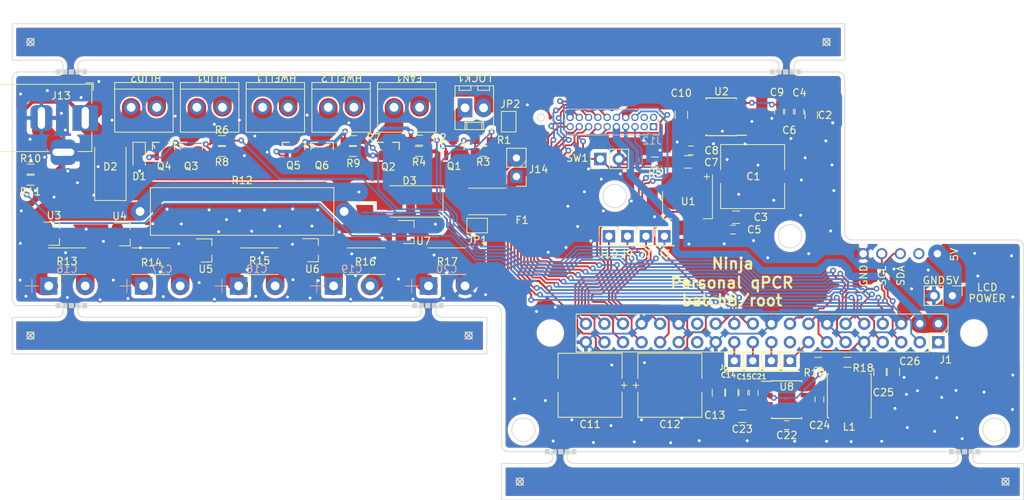
<source format=kicad_pcb>
(kicad_pcb (version 20171130) (host pcbnew "(5.1.6-0-10_14)")
  (layers (0 F.Cu signal hide) (31 B.Cu signal hide) (34 B.Paste user) (35 F.Paste user) (36 B.SilkS user) (37 F.SilkS user) (38 B.Mask user) (39 F.Mask user) (44 Edge.Cuts user))
  (net 0 "")
  (net 1 12V)
  (net 2 GND)
  (net 3 3V3A)
  (net 4 3V3D)
  (net 5 5V_UPS)
  (net 6 12V_BD_VIN)
  (net 7 /SheetSupercap/BD_BOOT)
  (net 8 /SheetSupercap/BD_SW)
  (net 9 I2C_SCL)
  (net 10 I2C_SDA)
  (net 11 THERM_R_SWITCH)
  (net 12 MUX_SELECT)
  (net 13 MUX_S3)
  (net 14 AMP_GAIN_SW)
  (net 15 MUX_S2)
  (net 16 MUX_S1)
  (net 17 ADC_DRDY)
  (net 18 MUX_S0)
  (net 19 "Net-(Q1-Pad1)")
  (net 20 "Net-(Q2-Pad1)")
  (net 21 "Net-(Q3-Pad1)")
  (net 22 VIN_SENSE)
  (net 23 /SheetSupercap/BD_FB)
  (net 24 "Net-(C18-Pad2)")
  (net 25 "Net-(FAN1-Pad2)")
  (net 26 "Net-(HLID1-Pad2)")
  (net 27 "Net-(HWELL1-Pad2)")
  (net 28 /FAN)
  (net 29 /WELL_HEATER)
  (net 30 /LID_HEATER)
  (net 31 "Net-(D2-Pad1)")
  (net 32 DOPEN)
  (net 33 DLOCK)
  (net 34 "Net-(C19-Pad2)")
  (net 35 /GPIO13)
  (net 36 /GPIO26)
  (net 37 /GPIO22)
  (net 38 /GPIO28)
  (net 39 /GPIO12)
  (net 40 /GPIO14)
  (net 41 /GPIO3)
  (net 42 "Net-(HLID2-Pad2)")
  (net 43 "Net-(HWELL2-Pad2)")
  (net 44 "Net-(C9-Pad1)")
  (net 45 "Net-(C16-Pad2)")
  (net 46 "Net-(C16-Pad1)")
  (net 47 "Net-(C17-Pad2)")
  (net 48 "Net-(C22-Pad1)")
  (net 49 "Net-(C23-Pad1)")
  (net 50 "Net-(Q5-Pad1)")
  (net 51 /GPIO5)
  (net 52 "Net-(LOCK1-Pad1)")
  (net 53 PD_TH1)
  (net 54 PD_TH2)
  (module Ninja-qPCR:Raspberry_Pi_3A+_3B+_4B_FaceDown_TopOnly (layer F.Cu) (at 184.31 80.01 270)
    (fp_text reference J1 (at 2.39 -1.01) (layer F.SilkS))
    (fp_text value Raspberry_Pi_3A_Plus_wpi)
    (pad 6 thru_hole oval (at -2.54 5.08 270) (size 1.7 1.7) (drill 1) (layers *.Cu *.Mask) (net 2 GND))
    (pad 3 thru_hole oval (at 0 2.54 270) (size 1.7 1.7) (drill 1) (layers *.Cu *.Mask) (net 10 I2C_SDA))
    (pad 15 thru_hole oval (at 0 17.78 270) (size 1.7 1.7) (drill 1) (layers *.Cu *.Mask) (net 41 /GPIO3))
    (pad 16 thru_hole oval (at -2.54 17.78 270) (size 1.7 1.7) (drill 1) (layers *.Cu *.Mask) (net 18 MUX_S0))
    (pad 4 thru_hole oval (at -2.54 2.54 270) (size 1.7 1.7) (drill 1) (layers *.Cu *.Mask) (net 5 5V_UPS))
    (pad 5 thru_hole oval (at 0 5.08 270) (size 1.7 1.7) (drill 1) (layers *.Cu *.Mask) (net 9 I2C_SCL))
    (pad 2 thru_hole oval (at -2.54 0 270) (size 1.7 1.7) (drill 1) (layers *.Cu *.Mask) (net 5 5V_UPS))
    (pad 1 thru_hole rect (at 0 0 270) (size 1.7 1.7) (drill 1) (layers *.Cu *.Mask))
    (pad 23 thru_hole oval (at 0 27.94 270) (size 1.7 1.7) (drill 1) (layers *.Cu *.Mask) (net 40 /GPIO14))
    (pad 24 thru_hole oval (at -2.54 27.94 270) (size 1.7 1.7) (drill 1) (layers *.Cu *.Mask) (net 17 ADC_DRDY))
    (pad 11 thru_hole oval (at 0 12.7 270) (size 1.7 1.7) (drill 1) (layers *.Cu *.Mask) (net 22 VIN_SENSE))
    (pad 12 thru_hole oval (at -2.54 12.7 270) (size 1.7 1.7) (drill 1) (layers *.Cu *.Mask) (net 16 MUX_S1))
    (pad 27 thru_hole oval (at 0 33.02 270) (size 1.7 1.7) (drill 1) (layers *.Cu *.Mask))
    (pad 28 thru_hole oval (at -2.54 33.02 270) (size 1.7 1.7) (drill 1) (layers *.Cu *.Mask))
    (pad 13 thru_hole oval (at 0 15.24 270) (size 1.7 1.7) (drill 1) (layers *.Cu *.Mask) (net 30 /LID_HEATER))
    (pad 14 thru_hole oval (at -2.54 15.24 270) (size 1.7 1.7) (drill 1) (layers *.Cu *.Mask) (net 2 GND))
    (pad 9 thru_hole oval (at 0 10.16 270) (size 1.7 1.7) (drill 1) (layers *.Cu *.Mask) (net 2 GND))
    (pad 10 thru_hole oval (at -2.54 10.16 270) (size 1.7 1.7) (drill 1) (layers *.Cu *.Mask) (net 15 MUX_S2))
    (pad 19 thru_hole oval (at 0 22.86 270) (size 1.7 1.7) (drill 1) (layers *.Cu *.Mask) (net 39 /GPIO12))
    (pad 20 thru_hole oval (at -2.54 22.86 270) (size 1.7 1.7) (drill 1) (layers *.Cu *.Mask) (net 2 GND))
    (pad 37 thru_hole oval (at 0 45.72 270) (size 1.7 1.7) (drill 1) (layers *.Cu *.Mask) (net 53 PD_TH1))
    (pad 38 thru_hole oval (at -2.54 45.72 270) (size 1.7 1.7) (drill 1) (layers *.Cu *.Mask) (net 38 /GPIO28))
    (pad 33 thru_hole oval (at 0 40.64 270) (size 1.7 1.7) (drill 1) (layers *.Cu *.Mask) (net 29 /WELL_HEATER))
    (pad 34 thru_hole oval (at -2.54 40.64 270) (size 1.7 1.7) (drill 1) (layers *.Cu *.Mask) (net 2 GND))
    (pad 35 thru_hole oval (at 0 43.18 270) (size 1.7 1.7) (drill 1) (layers *.Cu *.Mask) (net 32 DOPEN))
    (pad 36 thru_hole oval (at -2.54 43.18 270) (size 1.7 1.7) (drill 1) (layers *.Cu *.Mask) (net 33 DLOCK))
    (pad 17 thru_hole oval (at 0 20.32 270) (size 1.7 1.7) (drill 1) (layers *.Cu *.Mask))
    (pad 18 thru_hole oval (at -2.54 20.32 270) (size 1.7 1.7) (drill 1) (layers *.Cu *.Mask) (net 51 /GPIO5))
    (pad 31 thru_hole oval (at 0 38.1 270) (size 1.7 1.7) (drill 1) (layers *.Cu *.Mask) (net 37 /GPIO22))
    (pad 32 thru_hole oval (at -2.54 38.1 270) (size 1.7 1.7) (drill 1) (layers *.Cu *.Mask) (net 36 /GPIO26))
    (pad 7 thru_hole oval (at 0 7.62 270) (size 1.7 1.7) (drill 1) (layers *.Cu *.Mask) (net 14 AMP_GAIN_SW))
    (pad 8 thru_hole oval (at -2.54 7.62 270) (size 1.7 1.7) (drill 1) (layers *.Cu *.Mask) (net 13 MUX_S3))
    (pad 29 thru_hole oval (at 0 35.56 270) (size 1.7 1.7) (drill 1) (layers *.Cu *.Mask) (net 28 /FAN))
    (pad 30 thru_hole oval (at -2.54 35.56 270) (size 1.7 1.7) (drill 1) (layers *.Cu *.Mask) (net 2 GND))
    (pad 21 thru_hole oval (at 0 25.4 270) (size 1.7 1.7) (drill 1) (layers *.Cu *.Mask) (net 35 /GPIO13))
    (pad 22 thru_hole oval (at -2.54 25.4 270) (size 1.7 1.7) (drill 1) (layers *.Cu *.Mask) (net 12 MUX_SELECT))
    (pad 25 thru_hole oval (at 0 30.48 270) (size 1.7 1.7) (drill 1) (layers *.Cu *.Mask) (net 2 GND))
    (pad 26 thru_hole oval (at -2.54 30.48 270) (size 1.7 1.7) (drill 1) (layers *.Cu *.Mask) (net 11 THERM_R_SWITCH))
    (pad 39 thru_hole oval (at 0 48.26 270) (size 1.7 1.7) (drill 1) (layers *.Cu *.Mask) (net 2 GND))
    (pad 40 thru_hole oval (at -2.54 48.26 270) (size 1.7 1.7) (drill 1) (layers *.Cu *.Mask) (net 54 PD_TH2))
    (pad "" np_thru_hole circle (at -1.27 -4.87) (size 2.75 2.75) (drill 2.75) (layers *.Cu *.Mask))
    (pad "" np_thru_hole circle (at -1.27 53.13) (size 2.75 2.75) (drill 2.75) (layers *.Cu *.Mask))
  )
  (module Resistors_SMD:R_2512_HandSoldering (layer F.Cu) (at 122.555 60.7346 180)
    (fp_text reference F1 (at -4.745 -2.5654) (layer F.SilkS))
    (fp_text value Fuse)
    (pad 1 smd rect (at -3.95 0 180) (size 2.7 3.2) (layers F.Cu F.Paste F.Mask) (net 6 12V_BD_VIN))
    (pad 2 smd rect (at 3.95 0 180) (size 2.7 3.2) (layers F.Cu F.Paste F.Mask) (net 31 "Net-(D2-Pad1)"))
  )
  (module Capacitors_SMD:C_0805_HandSoldering (layer F.Cu) (at 166.9058 48.895 270)
    (fp_text reference C2 (at 0.025 -1.8842 180) (layer F.SilkS))
    (fp_text value 4.7uF)
    (pad 1 smd rect (at -1.25 0 270) (size 1.5 1.25) (layers F.Cu F.Paste F.Mask) (net 1 12V))
    (pad 2 smd rect (at 1.25 0 270) (size 1.5 1.25) (layers F.Cu F.Paste F.Mask) (net 2 GND))
  )
  (module Capacitors_SMD:C_0603_HandSoldering (layer F.Cu) (at 163.8832 48.4378 270)
    (fp_text reference C6 (at 2.5422 -0.0168 180) (layer F.SilkS))
    (fp_text value 0.01uF)
    (pad 2 smd rect (at 0.95 0 270) (size 1.2 0.75) (layers F.Cu F.Paste F.Mask) (net 2 GND))
    (pad 1 smd rect (at -0.95 0 270) (size 1.2 0.75) (layers F.Cu F.Paste F.Mask) (net 1 12V))
  )
  (module Capacitors_SMD:C_0805_HandSoldering (layer F.Cu) (at 149.1258 48.875 270)
    (fp_text reference C10 (at -2.975 0.0258 180) (layer F.SilkS))
    (fp_text value 4.7uF)
    (pad 2 smd rect (at 1.25 0 270) (size 1.5 1.25) (layers F.Cu F.Paste F.Mask) (net 2 GND))
    (pad 1 smd rect (at -1.25 0 270) (size 1.5 1.25) (layers F.Cu F.Paste F.Mask) (net 3 3V3A))
  )
  (module Capacitors_SMD:C_0805_HandSoldering (layer F.Cu) (at 156.6342 62.9014)
    (fp_text reference C3 (at 3.3658 -0.0014) (layer F.SilkS))
    (fp_text value 22uF)
    (pad 2 smd rect (at 1.25 0) (size 1.5 1.25) (layers F.Cu F.Paste F.Mask) (net 2 GND))
    (pad 1 smd rect (at -1.25 0) (size 1.5 1.25) (layers F.Cu F.Paste F.Mask) (net 1 12V))
  )
  (module Capacitors_SMD:C_0805_HandSoldering (layer F.Cu) (at 150.0148 55.3212)
    (fp_text reference C7 (at 3.2052 0.0688 180) (layer F.SilkS))
    (fp_text value 22uF)
    (pad 2 smd rect (at 1.25 0) (size 1.5 1.25) (layers F.Cu F.Paste F.Mask) (net 2 GND))
    (pad 1 smd rect (at -1.25 0) (size 1.5 1.25) (layers F.Cu F.Paste F.Mask) (net 4 3V3D))
  )
  (module Capacitors_SMD:C_0805_HandSoldering (layer F.Cu) (at 154.2034 86.922 270)
    (fp_text reference C13 (at 3.078 0.5034) (layer F.SilkS))
    (fp_text value 4.7uF)
    (pad 2 smd rect (at 1.25 0 270) (size 1.5 1.25) (layers F.Cu F.Paste F.Mask) (net 2 GND))
    (pad 1 smd rect (at -1.25 0 270) (size 1.5 1.25) (layers F.Cu F.Paste F.Mask) (net 6 12V_BD_VIN))
  )
  (module Capacitors_SMD:C_0805_HandSoldering (layer F.Cu) (at 156.0322 86.922 270)
    (fp_text reference C14 (at -2.412 0.4722 180) (layer F.SilkS) (effects (font (size 0.7 0.7))))
    (fp_text value 4.7uF)
    (pad 2 smd rect (at 1.25 0 270) (size 1.5 1.25) (layers F.Cu F.Paste F.Mask) (net 2 GND))
    (pad 1 smd rect (at -1.25 0 270) (size 1.5 1.25) (layers F.Cu F.Paste F.Mask) (net 6 12V_BD_VIN))
  )
  (module Capacitors_SMD:C_0603_HandSoldering (layer F.Cu) (at 159.0294 86.922 270)
    (fp_text reference C21 (at -2.202 -0.7306 180) (layer F.SilkS) (effects (font (size 0.7 0.7))))
    (fp_text value 0.01uF)
    (pad 2 smd rect (at 0.95 0 270) (size 1.2 0.75) (layers F.Cu F.Paste F.Mask) (net 2 GND))
    (pad 1 smd rect (at -0.95 0 270) (size 1.2 0.75) (layers F.Cu F.Paste F.Mask) (net 6 12V_BD_VIN))
  )
  (module Capacitors_SMD:C_0805_HandSoldering (layer F.Cu) (at 157.4546 90.1478 180)
    (fp_text reference C23 (at 0 -1.75) (layer F.SilkS))
    (fp_text value 4.7uF)
    (pad 1 smd rect (at -1.25 0 180) (size 1.5 1.25) (layers F.Cu F.Paste F.Mask) (net 49 "Net-(C23-Pad1)"))
    (pad 2 smd rect (at 1.25 0 180) (size 1.5 1.25) (layers F.Cu F.Paste F.Mask) (net 2 GND))
  )
  (module Capacitors_SMD:C_0805_HandSoldering (layer F.Cu) (at 176.3268 84.0772 270)
    (fp_text reference C25 (at 2.8128 -0.4532 180) (layer F.SilkS))
    (fp_text value 22uF)
    (pad 1 smd rect (at -1.25 0 270) (size 1.5 1.25) (layers F.Cu F.Paste F.Mask) (net 5 5V_UPS))
    (pad 2 smd rect (at 1.25 0 270) (size 1.5 1.25) (layers F.Cu F.Paste F.Mask) (net 2 GND))
  )
  (module Capacitors_SMD:C_0805_HandSoldering (layer F.Cu) (at 178.1556 84.0772 270)
    (fp_text reference C26 (at -1.4572 -2.2444 180) (layer F.SilkS))
    (fp_text value 22uF)
    (pad 2 smd rect (at 1.25 0 270) (size 1.5 1.25) (layers F.Cu F.Paste F.Mask) (net 2 GND))
    (pad 1 smd rect (at -1.25 0 270) (size 1.5 1.25) (layers F.Cu F.Paste F.Mask) (net 5 5V_UPS))
  )
  (module Connector_BarrelJack:BarrelJack_Horizontal (layer F.Cu) (at 67.5 49.3)
    (fp_text reference J13 (at -3.31 -3.04) (layer F.SilkS))
    (fp_text value Barrel_Jack_Switch)
    (pad 1 thru_hole rect (at 0 0) (size 3.5 3.5) (drill oval 1 3) (layers *.Cu *.Mask) (net 1 12V))
    (pad 2 thru_hole roundrect (at -6 0) (size 3 3.5) (drill oval 1 3) (layers *.Cu *.Mask) (net 2 GND))
    (pad 3 thru_hole roundrect (at -3 4.7) (size 3.5 3.5) (drill oval 3 1) (layers *.Cu *.Mask) (net 2 GND))
  )
  (module Pin_Headers:Pin_Header_Straight_1x02_Pitch2.54mm (layer F.Cu) (at 126.54 57.32 180)
    (fp_text reference J14 (at -3.02 0.98) (layer F.SilkS))
    (fp_text value Conn_01x02_Male)
    (pad 2 thru_hole oval (at 0 2.54 180) (size 1.7 1.7) (drill 1) (layers *.Cu *.Mask) (net 2 GND))
    (pad 1 thru_hole rect (at 0 0 180) (size 1.7 1.7) (drill 1) (layers *.Cu *.Mask) (net 6 12V_BD_VIN))
  )
  (module Jumper:SolderJumper-2_P1.3mm_Open_TrianglePad1.0x1.5mm (layer F.Cu) (at 121.158 64.0366)
    (fp_text reference JP1 (at 0.042 1.9634) (layer F.SilkS))
    (fp_text value Jumper)
    (pad 1 smd custom (at -0.725 0) (size 0.3 0.3) (layers F.Cu F.Mask) (net 31 "Net-(D2-Pad1)") (options (clearance outline) (anchor rect)) (primitives (gr_poly (pts (xy -0.5 -0.75) (xy 0.5 -0.75) (xy 1 0) (xy 0.5 0.75) (xy -0.5 0.75)) (width 0))))
    (pad 2 smd custom (at 0.725 0) (size 0.3 0.3) (layers F.Cu F.Mask) (net 6 12V_BD_VIN) (options (clearance outline) (anchor rect)) (primitives (gr_poly (pts (xy -0.65 -0.75) (xy 0.5 -0.75) (xy 0.5 0.75) (xy -0.65 0.75) (xy -0.15 0)) (width 0))))
  )
  (module Ninja-qPCR:SOT95P240X112-3N (layer F.Cu) (at 82.0166 53.3489 90)
    (fp_text reference Q3 (at -2.5511 -0.0166 180) (layer F.SilkS))
    (fp_text value Q_NMOS_GSD)
    (pad 3 smd rect (at 1.0922 0 90) (size 1.3208 0.5588) (layers F.Cu F.Paste F.Mask) (net 26 "Net-(HLID1-Pad2)"))
    (pad 2 smd rect (at -1.0922 0.9398 90) (size 1.3208 0.5588) (layers F.Cu F.Paste F.Mask) (net 2 GND))
    (pad 1 smd rect (at -1.0922 -0.9398 90) (size 1.3208 0.5588) (layers F.Cu F.Paste F.Mask) (net 21 "Net-(Q3-Pad1)"))
  )
  (module Ninja-qPCR:SOT95P240X112-3N (layer F.Cu) (at 108.966 53.3489 90)
    (fp_text reference Q2 (at -2.6511 0.034 180) (layer F.SilkS))
    (fp_text value Q_NMOS_GSD)
    (pad 1 smd rect (at -1.0922 -0.9398 90) (size 1.3208 0.5588) (layers F.Cu F.Paste F.Mask) (net 20 "Net-(Q2-Pad1)"))
    (pad 2 smd rect (at -1.0922 0.9398 90) (size 1.3208 0.5588) (layers F.Cu F.Paste F.Mask) (net 2 GND))
    (pad 3 smd rect (at 1.0922 0 90) (size 1.3208 0.5588) (layers F.Cu F.Paste F.Mask) (net 25 "Net-(FAN1-Pad2)"))
  )
  (module Ninja-qPCR:SOT95P240X112-3N (layer F.Cu) (at 96.0247 53.3489 90)
    (fp_text reference Q5 (at -2.4511 -0.0247 180) (layer F.SilkS))
    (fp_text value Q_NMOS_GSD)
    (pad 1 smd rect (at -1.0922 -0.9398 90) (size 1.3208 0.5588) (layers F.Cu F.Paste F.Mask) (net 50 "Net-(Q5-Pad1)"))
    (pad 2 smd rect (at -1.0922 0.9398 90) (size 1.3208 0.5588) (layers F.Cu F.Paste F.Mask) (net 2 GND))
    (pad 3 smd rect (at 1.0922 0 90) (size 1.3208 0.5588) (layers F.Cu F.Paste F.Mask) (net 27 "Net-(HWELL1-Pad2)"))
  )
  (module Resistors_SMD:R_0603_HandSoldering (layer F.Cu) (at 86.2076 52.4091)
    (fp_text reference R6 (at 0 -1.45) (layer F.SilkS))
    (fp_text value 150)
    (pad 2 smd rect (at 1.1 0) (size 1.2 0.9) (layers F.Cu F.Paste F.Mask) (net 30 /LID_HEATER))
    (pad 1 smd rect (at -1.1 0) (size 1.2 0.9) (layers F.Cu F.Paste F.Mask) (net 21 "Net-(Q3-Pad1)"))
  )
  (module Resistors_SMD:R_0603_HandSoldering (layer F.Cu) (at 113.2078 52.3494)
    (fp_text reference R2 (at 2.8022 -0.3394 180) (layer F.SilkS))
    (fp_text value 150)
    (pad 2 smd rect (at 1.1 0) (size 1.2 0.9) (layers F.Cu F.Paste F.Mask) (net 28 /FAN))
    (pad 1 smd rect (at -1.1 0) (size 1.2 0.9) (layers F.Cu F.Paste F.Mask) (net 20 "Net-(Q2-Pad1)"))
  )
  (module Resistors_SMD:R_0603_HandSoldering (layer F.Cu) (at 86.2076 53.895 180)
    (fp_text reference R8 (at 0 -1.45) (layer F.SilkS))
    (fp_text value 47k)
    (pad 2 smd rect (at 1.1 0 180) (size 1.2 0.9) (layers F.Cu F.Paste F.Mask) (net 21 "Net-(Q3-Pad1)"))
    (pad 1 smd rect (at -1.1 0 180) (size 1.2 0.9) (layers F.Cu F.Paste F.Mask) (net 2 GND))
  )
  (module Resistors_SMD:R_0603_HandSoldering (layer F.Cu) (at 113.1951 53.8823 180)
    (fp_text reference R4 (at 0 -1.45) (layer F.SilkS))
    (fp_text value 47k)
    (pad 1 smd rect (at -1.1 0 180) (size 1.2 0.9) (layers F.Cu F.Paste F.Mask) (net 2 GND))
    (pad 2 smd rect (at 1.1 0 180) (size 1.2 0.9) (layers F.Cu F.Paste F.Mask) (net 20 "Net-(Q2-Pad1)"))
  )
  (module Resistors_SMD:R_0603_HandSoldering (layer F.Cu) (at 104.1527 52.4091)
    (fp_text reference R7 (at 2.8173 -0.4191 180) (layer F.SilkS))
    (fp_text value 150)
    (pad 1 smd rect (at -1.1 0) (size 1.2 0.9) (layers F.Cu F.Paste F.Mask) (net 50 "Net-(Q5-Pad1)"))
    (pad 2 smd rect (at 1.1 0) (size 1.2 0.9) (layers F.Cu F.Paste F.Mask) (net 29 /WELL_HEATER))
  )
  (module Resistors_SMD:R_0603_HandSoldering (layer F.Cu) (at 104.14 53.8823 180)
    (fp_text reference R9 (at -0.06 -1.6277) (layer F.SilkS))
    (fp_text value 47k)
    (pad 2 smd rect (at 1.1 0 180) (size 1.2 0.9) (layers F.Cu F.Paste F.Mask) (net 50 "Net-(Q5-Pad1)"))
    (pad 1 smd rect (at -1.1 0 180) (size 1.2 0.9) (layers F.Cu F.Paste F.Mask) (net 2 GND))
  )
  (module Resistors_SMD:R_0603_HandSoldering (layer F.Cu) (at 60 56.308)
    (fp_text reference R10 (at 0 -1.45) (layer F.SilkS))
    (fp_text value 47k)
    (pad 1 smd rect (at -1.1 0) (size 1.2 0.9) (layers F.Cu F.Paste F.Mask) (net 1 12V))
    (pad 2 smd rect (at 1.1 0) (size 1.2 0.9) (layers F.Cu F.Paste F.Mask) (net 22 VIN_SENSE))
  )
  (module Resistors_SMD:R_0603_HandSoldering (layer F.Cu) (at 60 57.832)
    (fp_text reference R11 (at 0 1.568) (layer F.SilkS))
    (fp_text value 10k)
    (pad 2 smd rect (at 1.1 0) (size 1.2 0.9) (layers F.Cu F.Paste F.Mask) (net 2 GND))
    (pad 1 smd rect (at -1.1 0) (size 1.2 0.9) (layers F.Cu F.Paste F.Mask) (net 22 VIN_SENSE))
  )
  (module Resistors_ThroughHole:R_Axial_Power_L25.0mm_W6.4mm_P27.94mm (layer F.Cu) (at 75.0062 62.1062)
    (fp_text reference R12 (at 13.97 -4.26) (layer F.SilkS))
    (fp_text value "8.2Ω 3W")
    (pad 2 thru_hole oval (at 27.94 0) (size 2.4 2.4) (drill 1.2) (layers *.Cu *.Mask) (net 31 "Net-(D2-Pad1)"))
    (pad 1 thru_hole circle (at 0 0) (size 2.4 2.4) (drill 1.2) (layers *.Cu *.Mask) (net 46 "Net-(C16-Pad1)"))
  )
  (module Resistors_SMD:R_2512_HandSoldering (layer F.Cu) (at 65 68.9134 180)
    (fp_text reference R13 (at 0 -0.0166) (layer F.SilkS))
    (fp_text value 1k2W)
    (pad 1 smd rect (at -3.95 0 180) (size 2.7 3.2) (layers F.Cu F.Paste F.Mask) (net 45 "Net-(C16-Pad2)"))
    (pad 2 smd rect (at 3.95 0 180) (size 2.7 3.2) (layers F.Cu F.Paste F.Mask) (net 46 "Net-(C16-Pad1)"))
  )
  (module Resistors_SMD:R_2512_HandSoldering (layer F.Cu) (at 76.5 68.9134 180)
    (fp_text reference R14 (at -0.06 -0.1966) (layer F.SilkS))
    (fp_text value 1k2W)
    (pad 2 smd rect (at 3.95 0 180) (size 2.7 3.2) (layers F.Cu F.Paste F.Mask) (net 45 "Net-(C16-Pad2)"))
    (pad 1 smd rect (at -3.95 0 180) (size 2.7 3.2) (layers F.Cu F.Paste F.Mask) (net 47 "Net-(C17-Pad2)"))
  )
  (module Resistors_SMD:R_2512_HandSoldering (layer F.Cu) (at 91.3384 68.9134 180)
    (fp_text reference R15 (at -0.0416 0.0634) (layer F.SilkS))
    (fp_text value 1k2W)
    (pad 1 smd rect (at -3.95 0 180) (size 2.7 3.2) (layers F.Cu F.Paste F.Mask) (net 24 "Net-(C18-Pad2)"))
    (pad 2 smd rect (at 3.95 0 180) (size 2.7 3.2) (layers F.Cu F.Paste F.Mask) (net 47 "Net-(C17-Pad2)"))
  )
  (module Resistors_SMD:R_2512_HandSoldering (layer F.Cu) (at 105.9434 68.9134 180)
    (fp_text reference R16 (at 0.0834 -0.0766) (layer F.SilkS))
    (fp_text value 1k2W)
    (pad 2 smd rect (at 3.95 0 180) (size 2.7 3.2) (layers F.Cu F.Paste F.Mask) (net 24 "Net-(C18-Pad2)"))
    (pad 1 smd rect (at -3.95 0 180) (size 2.7 3.2) (layers F.Cu F.Paste F.Mask) (net 34 "Net-(C19-Pad2)"))
  )
  (module Resistors_SMD:R_2512_HandSoldering (layer F.Cu) (at 117 68.9134 180)
    (fp_text reference R17 (at -0.08 -0.0566 180) (layer F.SilkS))
    (fp_text value 1k2W)
    (pad 1 smd rect (at -3.95 0 180) (size 2.7 3.2) (layers F.Cu F.Paste F.Mask) (net 2 GND))
    (pad 2 smd rect (at 3.95 0 180) (size 2.7 3.2) (layers F.Cu F.Paste F.Mask) (net 34 "Net-(C19-Pad2)"))
  )
  (module Resistors_SMD:R_0603_HandSoldering (layer F.Cu) (at 171.847 82.7588 180)
    (fp_text reference R18 (at -2.153 -0.7812 180) (layer F.SilkS))
    (fp_text value 261k)
    (pad 2 smd rect (at 1.1 0 180) (size 1.2 0.9) (layers F.Cu F.Paste F.Mask) (net 23 /SheetSupercap/BD_FB))
    (pad 1 smd rect (at -1.1 0 180) (size 1.2 0.9) (layers F.Cu F.Paste F.Mask) (net 5 5V_UPS))
  )
  (module Resistors_SMD:R_0603_HandSoldering (layer F.Cu) (at 167.847 82.7588 180)
    (fp_text reference R19 (at 0.547 -1.4412) (layer F.SilkS))
    (fp_text value 47k)
    (pad 2 smd rect (at 1.1 0 180) (size 1.2 0.9) (layers F.Cu F.Paste F.Mask) (net 2 GND))
    (pad 1 smd rect (at -1.1 0 180) (size 1.2 0.9) (layers F.Cu F.Paste F.Mask) (net 23 /SheetSupercap/BD_FB))
  )
  (module Housings_SOIC:SOIC-8-1EP_3.9x4.9mm_Pitch1.27mm (layer F.Cu) (at 154.5614 49.149 180)
    (fp_text reference U2 (at -0.0486 3.469 180) (layer F.SilkS))
    (fp_text value AP2210K-3.3TRG1)
    (pad 1 smd rect (at -2.7 -1.905 180) (size 1.55 0.6) (layers F.Cu F.Paste F.Mask) (net 1 12V))
    (pad 2 smd rect (at -2.7 -0.635 180) (size 1.55 0.6) (layers F.Cu F.Paste F.Mask) (net 2 GND))
    (pad 3 smd rect (at -2.7 0.635 180) (size 1.55 0.6) (layers F.Cu F.Paste F.Mask) (net 1 12V))
    (pad 4 smd rect (at -2.7 1.905 180) (size 1.55 0.6) (layers F.Cu F.Paste F.Mask) (net 44 "Net-(C9-Pad1)"))
    (pad 5 smd rect (at 2.7 1.905 180) (size 1.55 0.6) (layers F.Cu F.Paste F.Mask) (net 3 3V3A))
    (pad 6 smd rect (at 2.7 0.635 180) (size 1.55 0.6) (layers F.Cu F.Paste F.Mask))
    (pad 7 smd rect (at 2.7 -0.635 180) (size 1.55 0.6) (layers F.Cu F.Paste F.Mask))
    (pad 8 smd rect (at 2.7 -1.905 180) (size 1.55 0.6) (layers F.Cu F.Paste F.Mask))
    (pad 9 smd rect (at 0.5875 0.5875 180) (size 1.175 1.175) (layers F.Cu F.Paste F.Mask))
    (pad 9 smd rect (at 0.5875 -0.5875 180) (size 1.175 1.175) (layers F.Cu F.Paste F.Mask))
    (pad 9 smd rect (at -0.5875 0.5875 180) (size 1.175 1.175) (layers F.Cu F.Paste F.Mask))
    (pad 9 smd rect (at -0.5875 -0.5875 180) (size 1.175 1.175) (layers F.Cu F.Paste F.Mask))
  )
  (module TO_SOT_Packages_SMD:SOT-223 (layer F.Cu) (at 149.96 61.19 270)
    (fp_text reference U1 (at -0.46 -0.1 180) (layer F.SilkS))
    (fp_text value CJT1117-3.3)
    (pad 4 smd rect (at 3.15 0 270) (size 2 3.8) (layers F.Cu F.Paste F.Mask))
    (pad 2 smd rect (at -3.15 0 270) (size 2 1.5) (layers F.Cu F.Paste F.Mask) (net 4 3V3D))
    (pad 3 smd rect (at -3.15 2.3 270) (size 2 1.5) (layers F.Cu F.Paste F.Mask) (net 1 12V))
    (pad 1 smd rect (at -3.15 -2.3 270) (size 2 1.5) (layers F.Cu F.Paste F.Mask) (net 2 GND))
  )
  (module Housings_SOIC:SOIC-8-1EP_3.9x4.9mm_Pitch1.27mm (layer F.Cu) (at 163.5448 87.8754)
    (fp_text reference U8 (at 0 -1.7754) (layer F.SilkS))
    (fp_text value BD9D320EFJ-E2)
    (pad 9 smd rect (at -0.5875 -0.5875) (size 1.175 1.175) (layers F.Cu F.Paste F.Mask) (net 2 GND))
    (pad 9 smd rect (at -0.5875 0.5875) (size 1.175 1.175) (layers F.Cu F.Paste F.Mask) (net 2 GND))
    (pad 9 smd rect (at 0.5875 -0.5875) (size 1.175 1.175) (layers F.Cu F.Paste F.Mask) (net 2 GND))
    (pad 9 smd rect (at 0.5875 0.5875) (size 1.175 1.175) (layers F.Cu F.Paste F.Mask) (net 2 GND))
    (pad 8 smd rect (at 2.7 -1.905) (size 1.55 0.6) (layers F.Cu F.Paste F.Mask) (net 6 12V_BD_VIN))
    (pad 7 smd rect (at 2.7 -0.635) (size 1.55 0.6) (layers F.Cu F.Paste F.Mask) (net 7 /SheetSupercap/BD_BOOT))
    (pad 6 smd rect (at 2.7 0.635) (size 1.55 0.6) (layers F.Cu F.Paste F.Mask) (net 8 /SheetSupercap/BD_SW))
    (pad 5 smd rect (at 2.7 1.905) (size 1.55 0.6) (layers F.Cu F.Paste F.Mask) (net 2 GND))
    (pad 4 smd rect (at -2.7 1.905) (size 1.55 0.6) (layers F.Cu F.Paste F.Mask) (net 48 "Net-(C22-Pad1)"))
    (pad 3 smd rect (at -2.7 0.635) (size 1.55 0.6) (layers F.Cu F.Paste F.Mask) (net 49 "Net-(C23-Pad1)"))
    (pad 2 smd rect (at -2.7 -0.635) (size 1.55 0.6) (layers F.Cu F.Paste F.Mask) (net 23 /SheetSupercap/BD_FB))
    (pad 1 smd rect (at -2.7 -1.905) (size 1.55 0.6) (layers F.Cu F.Paste F.Mask) (net 6 12V_BD_VIN))
  )
  (module Ninja-qPCR:TB_SeeedOPL_320110028 (layer F.Cu) (at 113.28 47.85 180)
    (fp_text reference FAN1 (at 1.48 4.05 180 unlocked) (layer F.SilkS))
    (fp_text value Screw_Terminal_01x02)
    (pad 1 thru_hole circle (at 0 0 180) (size 2 2) (drill 1.2) (layers *.Cu *.Mask) (net 1 12V))
    (pad 2 thru_hole circle (at 3.5 0 180) (size 2 2) (drill 1.2) (layers *.Cu *.Mask) (net 25 "Net-(FAN1-Pad2)"))
  )
  (module Ninja-qPCR:TB_SeeedOPL_320110028 (layer F.Cu) (at 86.28 47.85 180)
    (fp_text reference HLID1 (at 1.48 4.05 180 unlocked) (layer F.SilkS))
    (fp_text value Screw_Terminal_01x02)
    (pad 2 thru_hole circle (at 3.5 0 180) (size 2 2) (drill 1.2) (layers *.Cu *.Mask) (net 26 "Net-(HLID1-Pad2)"))
    (pad 1 thru_hole circle (at 0 0 180) (size 2 2) (drill 1.2) (layers *.Cu *.Mask) (net 1 12V))
  )
  (module Ninja-qPCR:TB_SeeedOPL_320110028 (layer F.Cu) (at 95.28 47.85 180)
    (fp_text reference HWELL1 (at 1.68 4.05 180 unlocked) (layer F.SilkS))
    (fp_text value Screw_Terminal_01x02)
    (pad 1 thru_hole circle (at 0 0 180) (size 2 2) (drill 1.2) (layers *.Cu *.Mask) (net 1 12V))
    (pad 2 thru_hole circle (at 3.5 0 180) (size 2 2) (drill 1.2) (layers *.Cu *.Mask) (net 27 "Net-(HWELL1-Pad2)"))
  )
  (module Ninja-qPCR:TB_SeeedOPL_320110028 (layer F.Cu) (at 104.28 47.85 180)
    (fp_text reference HWELL2 (at 1.68 4.05 180 unlocked) (layer F.SilkS))
    (fp_text value Screw_Terminal_01x02)
    (pad 2 thru_hole circle (at 3.5 0 180) (size 2 2) (drill 1.2) (layers *.Cu *.Mask) (net 43 "Net-(HWELL2-Pad2)"))
    (pad 1 thru_hole circle (at 0 0 180) (size 2 2) (drill 1.2) (layers *.Cu *.Mask) (net 1 12V))
  )
  (module Pin_Headers:Pin_Header_Straight_1x02_Pitch2.54mm (layer F.Cu) (at 186.2328 73.6378 270)
    (fp_text reference LCD1_POWER1 hide)
    (fp_text value Conn_01x02_Male)
    (pad 2 thru_hole oval (at 0 2.54 270) (size 1.7 1.7) (drill 1) (layers *.Cu *.Mask) (net 2 GND))
    (pad 1 thru_hole rect (at 0 0 270) (size 1.7 1.7) (drill 1) (layers *.Cu *.Mask) (net 5 5V_UPS))
  )
  (module Connectors_Molex:Molex_KK-6410-02_02x2.54mm_Straight (layer F.Cu) (at 119.5 47.92)
    (fp_text reference LOCK1 (at 1.3 -4.12 180 unlocked) (layer F.SilkS))
    (fp_text value Conn_01x02_Male)
    (pad 2 thru_hole oval (at 2.54 0) (size 2 2.6) (drill 1.2) (layers *.Cu *.Mask) (net 1 12V))
    (pad 1 thru_hole rect (at 0 0) (size 2 2.6) (drill 1.2) (layers *.Cu *.Mask) (net 52 "Net-(LOCK1-Pad1)"))
  )
  (module Ninja-qPCR:SOT95P240X112-3N (layer F.Cu) (at 117.856 53.3489 90)
    (fp_text reference Q1 (at -2.5511 0.144 180) (layer F.SilkS))
    (fp_text value Q_NMOS_GSD)
    (pad 1 smd rect (at -1.0922 -0.9398 90) (size 1.3208 0.5588) (layers F.Cu F.Paste F.Mask) (net 19 "Net-(Q1-Pad1)"))
    (pad 2 smd rect (at -1.0922 0.9398 90) (size 1.3208 0.5588) (layers F.Cu F.Paste F.Mask) (net 2 GND))
    (pad 3 smd rect (at 1.0922 0 90) (size 1.3208 0.5588) (layers F.Cu F.Paste F.Mask) (net 52 "Net-(LOCK1-Pad1)"))
  )
  (module Resistors_SMD:R_0603_HandSoldering (layer F.Cu) (at 145.53 55.34 180)
    (fp_text reference R5 (at 0 -1.45) (layer F.SilkS))
    (fp_text value 47k)
    (pad 2 smd rect (at 1.1 0 180) (size 1.2 0.9) (layers F.Cu F.Paste F.Mask) (net 32 DOPEN))
    (pad 1 smd rect (at -1.1 0 180) (size 1.2 0.9) (layers F.Cu F.Paste F.Mask) (net 4 3V3D))
  )
  (module Resistors_SMD:R_0603_HandSoldering (layer F.Cu) (at 121.9962 52.4091)
    (fp_text reference R1 (at 2.8338 -0.0791 180) (layer F.SilkS))
    (fp_text value 150)
    (pad 1 smd rect (at -1.1 0) (size 1.2 0.9) (layers F.Cu F.Paste F.Mask) (net 19 "Net-(Q1-Pad1)"))
    (pad 2 smd rect (at 1.1 0) (size 1.2 0.9) (layers F.Cu F.Paste F.Mask) (net 33 DLOCK))
  )
  (module Resistors_SMD:R_0603_HandSoldering (layer F.Cu) (at 121.9835 53.8823 180)
    (fp_text reference R3 (at 0 -1.45) (layer F.SilkS))
    (fp_text value 47k)
    (pad 2 smd rect (at 1.1 0 180) (size 1.2 0.9) (layers F.Cu F.Paste F.Mask) (net 19 "Net-(Q1-Pad1)"))
    (pad 1 smd rect (at -1.1 0 180) (size 1.2 0.9) (layers F.Cu F.Paste F.Mask) (net 2 GND))
  )
  (module Pin_Headers:Pin_Header_Straight_1x02_Pitch2.54mm (layer F.Cu) (at 138.03 54.92 90)
    (fp_text reference SW1 (at 0.13 -3.16 180) (layer F.SilkS))
    (fp_text value SW_Reed)
    (pad 2 thru_hole oval (at 0 2.54 90) (size 1.7 1.7) (drill 1) (layers *.Cu *.Mask) (net 2 GND))
    (pad 1 thru_hole rect (at 0 0 90) (size 1.7 1.7) (drill 1) (layers *.Cu *.Mask) (net 32 DOPEN))
  )
  (module Pin_Headers:Pin_Header_Straight_1x01_Pitch2.54mm (layer F.Cu) (at 163.95 82.69)
    (fp_text reference J2 (at -1.4 0.73 180) (layer F.SilkS) (effects (font (size 0.7 0.7))))
    (fp_text value Conn_01x01_Male)
    (pad 1 thru_hole rect (at 0.04 -0.14) (size 1.7 1.7) (drill 1) (layers *.Cu *.Mask) (net 41 /GPIO3))
  )
  (module Pin_Headers:Pin_Header_Straight_1x01_Pitch2.54mm (layer F.Cu) (at 161.45 82.68)
    (fp_text reference J4 (at -1.39 0.79 180) (layer F.SilkS) (effects (font (size 0.7 0.7))))
    (fp_text value Conn_01x01_Male)
    (pad 1 thru_hole rect (at 0 -0.13) (size 1.7 1.7) (drill 1) (layers *.Cu *.Mask) (net 39 /GPIO12))
  )
  (module Pin_Headers:Pin_Header_Straight_1x01_Pitch2.54mm (layer F.Cu) (at 158.91 82.67)
    (fp_text reference J5 (at -1.42 0.77 180) (layer F.SilkS) (effects (font (size 0.7 0.7))))
    (fp_text value Conn_01x01_Male)
    (pad 1 thru_hole rect (at 0 -0.12) (size 1.7 1.7) (drill 1) (layers *.Cu *.Mask) (net 35 /GPIO13))
  )
  (module Pin_Headers:Pin_Header_Straight_1x01_Pitch2.54mm (layer F.Cu) (at 156.36 82.67)
    (fp_text reference J6 (at -1.42 0.78 180) (layer F.SilkS) (effects (font (size 0.7 0.7))))
    (fp_text value Conn_01x01_Male)
    (pad 1 thru_hole rect (at 0.01 -0.12) (size 1.7 1.7) (drill 1) (layers *.Cu *.Mask) (net 40 /GPIO14))
  )
  (module Ninja-qPCR:UWX1E101MCL1GB (layer F.Cu) (at 158.8794 57.3278)
    (fp_text reference C1 (at 0.1006 -0.0178 180) (layer F.SilkS))
    (fp_text value 100uF hide)
    (pad 2 smd rect (at 3.2004 0) (size 3.9116 1.1938) (layers F.Cu F.Paste F.Mask) (net 2 GND))
    (pad 1 smd rect (at -3.2004 0) (size 3.9116 1.1938) (layers F.Cu F.Paste F.Mask) (net 1 12V))
  )
  (module Capacitors_SMD:C_0603_HandSoldering (layer F.Cu) (at 165.2802 48.4378 270)
    (fp_text reference C4 (at -2.5878 -0.0098 180) (layer F.SilkS))
    (fp_text value 0.1uF)
    (pad 2 smd rect (at 0.95 0 270) (size 1.2 0.75) (layers F.Cu F.Paste F.Mask) (net 2 GND))
    (pad 1 smd rect (at -0.95 0 270) (size 1.2 0.75) (layers F.Cu F.Paste F.Mask) (net 1 12V))
  )
  (module Capacitors_SMD:C_0603_HandSoldering (layer F.Cu) (at 156.187 64.5922)
    (fp_text reference C5 (at 2.913 0.0078) (layer F.SilkS))
    (fp_text value 0.1uF)
    (pad 2 smd rect (at 0.95 0) (size 1.2 0.75) (layers F.Cu F.Paste F.Mask) (net 2 GND))
    (pad 1 smd rect (at -0.95 0) (size 1.2 0.75) (layers F.Cu F.Paste F.Mask) (net 1 12V))
  )
  (module Capacitors_SMD:C_0603_HandSoldering (layer F.Cu) (at 150.4466 53.7464)
    (fp_text reference C8 (at 2.8134 0.0136) (layer F.SilkS))
    (fp_text value 0.1uF)
    (pad 1 smd rect (at -0.95 0) (size 1.2 0.75) (layers F.Cu F.Paste F.Mask) (net 4 3V3D))
    (pad 2 smd rect (at 0.95 0) (size 1.2 0.75) (layers F.Cu F.Paste F.Mask) (net 2 GND))
  )
  (module Ninja-qPCR:UWX1E101MCL1GB (layer F.Cu) (at 136.6266 85.906 180)
    (fp_text reference C11 (at 0 -5.344) (layer F.SilkS))
    (fp_text value 100uF hide)
    (pad 1 smd rect (at -3.2004 0 180) (size 3.9116 1.1938) (layers F.Cu F.Paste F.Mask) (net 6 12V_BD_VIN))
    (pad 2 smd rect (at 3.2004 0 180) (size 3.9116 1.1938) (layers F.Cu F.Paste F.Mask) (net 2 GND))
  )
  (module Ninja-qPCR:UWX1E101MCL1GB (layer F.Cu) (at 147.5486 85.906)
    (fp_text reference C12 (at 0 5.344) (layer F.SilkS))
    (fp_text value 100uF hide)
    (pad 1 smd rect (at -3.2004 0) (size 3.9116 1.1938) (layers F.Cu F.Paste F.Mask) (net 6 12V_BD_VIN))
    (pad 2 smd rect (at 3.2004 0) (size 3.9116 1.1938) (layers F.Cu F.Paste F.Mask) (net 2 GND))
  )
  (module Capacitors_SMD:C_0603_HandSoldering (layer F.Cu) (at 157.6324 86.922 270)
    (fp_text reference C15 (at -2.182 -0.0676) (layer F.SilkS) (effects (font (size 0.7 0.7))))
    (fp_text value 0.1uF)
    (pad 1 smd rect (at -0.95 0 270) (size 1.2 0.75) (layers F.Cu F.Paste F.Mask) (net 6 12V_BD_VIN))
    (pad 2 smd rect (at 0.95 0 270) (size 1.2 0.75) (layers F.Cu F.Paste F.Mask) (net 2 GND))
  )
  (module Capacitors_SMD:C_0603_HandSoldering (layer F.Cu) (at 163.5506 91.367)
    (fp_text reference C22 (at 0 1.383) (layer F.SilkS))
    (fp_text value 0.01uF)
    (pad 2 smd rect (at 0.95 0) (size 1.2 0.75) (layers F.Cu F.Paste F.Mask) (net 2 GND))
    (pad 1 smd rect (at -0.95 0) (size 1.2 0.75) (layers F.Cu F.Paste F.Mask) (net 48 "Net-(C22-Pad1)"))
  )
  (module Capacitors_SMD:C_0603_HandSoldering (layer F.Cu) (at 168.021 87.8364 270)
    (fp_text reference C24 (at 3.5436 -0.029 180) (layer F.SilkS))
    (fp_text value 0.1uF)
    (pad 1 smd rect (at -0.95 0 270) (size 1.2 0.75) (layers F.Cu F.Paste F.Mask) (net 7 /SheetSupercap/BD_BOOT))
    (pad 2 smd rect (at 0.95 0 270) (size 1.2 0.75) (layers F.Cu F.Paste F.Mask) (net 8 /SheetSupercap/BD_SW))
  )
  (module Ninja-qPCR:TB_SeeedOPL_320110028 (layer F.Cu) (at 77.28 47.85 180)
    (fp_text reference HLID2 (at 1.48 4.05 180 unlocked) (layer F.SilkS))
    (fp_text value Screw_Terminal_01x02)
    (pad 1 thru_hole circle (at 0 0 180) (size 2 2) (drill 1.2) (layers *.Cu *.Mask) (net 1 12V))
    (pad 2 thru_hole circle (at 3.5 0 180) (size 2 2) (drill 1.2) (layers *.Cu *.Mask) (net 42 "Net-(HLID2-Pad2)"))
  )
  (module Jumper:SolderJumper-2_P1.3mm_Open_TrianglePad1.0x1.5mm (layer F.Cu) (at 125.476 49.8126 270)
    (fp_text reference JP2 (at -2.4126 -0.214 180) (layer F.SilkS))
    (fp_text value Jumper)
    (pad 1 smd custom (at -0.725 0 270) (size 0.3 0.3) (layers F.Cu F.Mask) (net 1 12V) (options (clearance outline) (anchor rect)) (primitives (gr_poly (pts (xy -0.5 -0.75) (xy 0.5 -0.75) (xy 1 0) (xy 0.5 0.75) (xy -0.5 0.75)) (width 0))))
    (pad 2 smd custom (at 0.725 0 270) (size 0.3 0.3) (layers F.Cu F.Mask) (net 6 12V_BD_VIN) (options (clearance outline) (anchor rect)) (primitives (gr_poly (pts (xy -0.65 -0.75) (xy 0.5 -0.75) (xy 0.5 0.75) (xy -0.65 0.75) (xy -0.15 0)) (width 0))))
  )
  (module Ninja-qPCR:SOT95P240X112-3N (layer F.Cu) (at 78.232 53.3489 90)
    (fp_text reference Q4 (at -2.5511 0.068 180) (layer F.SilkS))
    (fp_text value Q_NMOS_GSD)
    (pad 3 smd rect (at 1.0922 0 90) (size 1.3208 0.5588) (layers F.Cu F.Paste F.Mask) (net 42 "Net-(HLID2-Pad2)"))
    (pad 2 smd rect (at -1.0922 0.9398 90) (size 1.3208 0.5588) (layers F.Cu F.Paste F.Mask) (net 2 GND))
    (pad 1 smd rect (at -1.0922 -0.9398 90) (size 1.3208 0.5588) (layers F.Cu F.Paste F.Mask) (net 21 "Net-(Q3-Pad1)"))
  )
  (module Ninja-qPCR:SOT95P240X112-3N (layer F.Cu) (at 99.9363 53.3489 90)
    (fp_text reference Q6 (at -2.4511 -0.0363 180) (layer F.SilkS))
    (fp_text value Q_NMOS_GSD)
    (pad 1 smd rect (at -1.0922 -0.9398 90) (size 1.3208 0.5588) (layers F.Cu F.Paste F.Mask) (net 50 "Net-(Q5-Pad1)"))
    (pad 2 smd rect (at -1.0922 0.9398 90) (size 1.3208 0.5588) (layers F.Cu F.Paste F.Mask) (net 2 GND))
    (pad 3 smd rect (at 1.0922 0 90) (size 1.3208 0.5588) (layers F.Cu F.Paste F.Mask) (net 43 "Net-(HWELL2-Pad2)"))
  )
  (module Diodes_SMD:D_SOD-323_HandSoldering (layer F.Cu) (at 74.8792 54.53 270)
    (fp_text reference D1 (at 2.77 -0.0208 180) (layer F.SilkS))
    (fp_text value D_Schottky)
    (pad 1 smd rect (at -1.25 0 270) (size 1 1) (layers F.Cu F.Paste F.Mask) (net 1 12V))
    (pad 2 smd rect (at 1.25 0 270) (size 1 1) (layers F.Cu F.Paste F.Mask) (net 2 GND))
  )
  (module Diodes_SMD:D_SMB_Handsoldering (layer F.Cu) (at 70.9422 56.0032 90)
    (fp_text reference D2 (at 0.0232 -0.0122 180) (layer F.SilkS))
    (fp_text value D)
    (pad 1 smd rect (at -2.7 0 90) (size 3.5 2.3) (layers F.Cu F.Paste F.Mask) (net 31 "Net-(D2-Pad1)"))
    (pad 2 smd rect (at 2.7 0 90) (size 3.5 2.3) (layers F.Cu F.Paste F.Mask) (net 1 12V))
  )
  (module Diodes_SMD:D_SMB_Handsoldering (layer F.Cu) (at 111.887 60.7346 180)
    (fp_text reference D3 (at -0.013 2.8346) (layer F.SilkS))
    (fp_text value D)
    (pad 2 smd rect (at 2.7 0 180) (size 3.5 2.3) (layers F.Cu F.Paste F.Mask) (net 46 "Net-(C16-Pad1)"))
    (pad 1 smd rect (at -2.7 0 180) (size 3.5 2.3) (layers F.Cu F.Paste F.Mask) (net 31 "Net-(D2-Pad1)"))
  )
  (module Ninja-qPCR:SRN6045TA-3R3Y (layer F.Cu) (at 172.1104 87.3538 90)
    (fp_text reference L1 (at -4.2462 -0.0104 180) (layer F.SilkS))
    (fp_text value "3.3uH(ALPS GLMC / TDK SPM6530)")
    (pad 1 smd rect (at -2.075 0 90) (size 2.35 5.1) (layers F.Cu F.Paste F.Mask) (net 8 /SheetSupercap/BD_SW))
    (pad 2 smd rect (at 2.075 0 90) (size 2.35 5.1) (layers F.Cu F.Paste F.Mask) (net 5 5V_UPS))
  )
  (module TO_SOT_Packages_SMD:SOT-23 (layer F.Cu) (at 63.2206 65.1542)
    (fp_text reference U3 (at 0 -2.5) (layer F.SilkS))
    (fp_text value TL431DBZ)
    (pad 1 smd rect (at -1 -0.95) (size 0.9 0.8) (layers F.Cu F.Paste F.Mask) (net 46 "Net-(C16-Pad1)"))
    (pad 2 smd rect (at -1 0.95) (size 0.9 0.8) (layers F.Cu F.Paste F.Mask) (net 46 "Net-(C16-Pad1)"))
    (pad 3 smd rect (at 1 0) (size 0.9 0.8) (layers F.Cu F.Paste F.Mask) (net 45 "Net-(C16-Pad2)"))
  )
  (module TO_SOT_Packages_SMD:SOT-23 (layer F.Cu) (at 72.8966 65.2304)
    (fp_text reference U4 (at -0.6966 -2.5) (layer F.SilkS))
    (fp_text value TL431DBZ)
    (pad 3 smd rect (at 1 0) (size 0.9 0.8) (layers F.Cu F.Paste F.Mask) (net 47 "Net-(C17-Pad2)"))
    (pad 2 smd rect (at -1 0.95) (size 0.9 0.8) (layers F.Cu F.Paste F.Mask) (net 45 "Net-(C16-Pad2)"))
    (pad 1 smd rect (at -1 -0.95) (size 0.9 0.8) (layers F.Cu F.Paste F.Mask) (net 45 "Net-(C16-Pad2)"))
  )
  (module TO_SOT_Packages_SMD:SOT-23 (layer F.Cu) (at 84.074 67.4402)
    (fp_text reference U5 (at -0.074 2.5598) (layer F.SilkS))
    (fp_text value TL431DBZ)
    (pad 3 smd rect (at 1 0) (size 0.9 0.8) (layers F.Cu F.Paste F.Mask) (net 24 "Net-(C18-Pad2)"))
    (pad 2 smd rect (at -1 0.95) (size 0.9 0.8) (layers F.Cu F.Paste F.Mask) (net 47 "Net-(C17-Pad2)"))
    (pad 1 smd rect (at -1 -0.95) (size 0.9 0.8) (layers F.Cu F.Paste F.Mask) (net 47 "Net-(C17-Pad2)"))
  )
  (module TO_SOT_Packages_SMD:SOT-23 (layer F.Cu) (at 98.6536 67.4148)
    (fp_text reference U6 (at -0.0536 2.5852) (layer F.SilkS))
    (fp_text value TL431DBZ)
    (pad 1 smd rect (at -1 -0.95) (size 0.9 0.8) (layers F.Cu F.Paste F.Mask) (net 24 "Net-(C18-Pad2)"))
    (pad 2 smd rect (at -1 0.95) (size 0.9 0.8) (layers F.Cu F.Paste F.Mask) (net 24 "Net-(C18-Pad2)"))
    (pad 3 smd rect (at 1 0) (size 0.9 0.8) (layers F.Cu F.Paste F.Mask) (net 34 "Net-(C19-Pad2)"))
  )
  (module TO_SOT_Packages_SMD:SOT-23 (layer F.Cu) (at 111.76 64.9256)
    (fp_text reference U7 (at 2.06 1.2444 180) (layer F.SilkS))
    (fp_text value TL431DBZ)
    (pad 3 smd rect (at 1 0) (size 0.9 0.8) (layers F.Cu F.Paste F.Mask) (net 2 GND))
    (pad 2 smd rect (at -1 0.95) (size 0.9 0.8) (layers F.Cu F.Paste F.Mask) (net 34 "Net-(C19-Pad2)"))
    (pad 1 smd rect (at -1 -0.95) (size 0.9 0.8) (layers F.Cu F.Paste F.Mask) (net 34 "Net-(C19-Pad2)"))
  )
  (module Capacitors_SMD:C_0603_HandSoldering (layer F.Cu) (at 162.4862 48.4378 270)
    (fp_text reference C9 (at -2.6478 0.2862 180) (layer F.SilkS))
    (fp_text value 100pF)
    (pad 1 smd rect (at -0.95 0 270) (size 1.2 0.75) (layers F.Cu F.Paste F.Mask) (net 44 "Net-(C9-Pad1)"))
    (pad 2 smd rect (at 0.95 0 270) (size 1.2 0.75) (layers F.Cu F.Paste F.Mask) (net 2 GND))
  )
  (module Pin_Headers:Pin_Header_Straight_1x01_Pitch2.54mm (layer F.Cu) (at 146.8 65.5)
    (fp_text reference J3 (at -0.07 2.43) (layer F.SilkS))
    (fp_text value Conn_01x01_Male)
    (pad 1 thru_hole rect (at 0 0) (size 1.7 1.7) (drill 1) (layers *.Cu *.Mask) (net 51 /GPIO5))
  )
  (module Pin_Headers:Pin_Header_Straight_1x01_Pitch2.54mm (layer F.Cu) (at 144.28 65.5)
    (fp_text reference J7 (at -0.09 2.43) (layer F.SilkS))
    (fp_text value Conn_01x01_Male)
    (pad 1 thru_hole rect (at 0 0) (size 1.7 1.7) (drill 1) (layers *.Cu *.Mask) (net 37 /GPIO22))
  )
  (module Pin_Headers:Pin_Header_Straight_1x01_Pitch2.54mm (layer F.Cu) (at 141.74 65.5)
    (fp_text reference J9 (at -0.09 2.43) (layer F.SilkS))
    (fp_text value Conn_01x01_Male)
    (pad 1 thru_hole rect (at 0 0) (size 1.7 1.7) (drill 1) (layers *.Cu *.Mask) (net 36 /GPIO26))
  )
  (module Pin_Headers:Pin_Header_Straight_1x01_Pitch2.54mm (layer F.Cu) (at 139.2 65.5)
    (fp_text reference J10 (at -0.09 2.43) (layer F.SilkS))
    (fp_text value Conn_01x01_Male)
    (pad 1 thru_hole rect (at 0 0) (size 1.7 1.7) (drill 1) (layers *.Cu *.Mask) (net 38 /GPIO28))
  )
  (module Pin_Headers:Pin_Header_Straight_2x10_Pitch1.27mm (layer B.Cu) (at 145.31 50.5 90)
    (fp_text reference J12 (at -1.93 -0.23) (layer B.SilkS) (effects (justify mirror)))
    (fp_text value Conn_01x20_Male)
    (pad 1 thru_hole rect (at 0 0 90) (size 1 1) (drill 0.65) (layers *.Cu *.Mask))
    (pad 2 thru_hole oval (at 1.27 0 90) (size 1 1) (drill 0.65) (layers *.Cu *.Mask))
    (pad 3 thru_hole oval (at 0 -1.27 90) (size 1 1) (drill 0.65) (layers *.Cu *.Mask))
    (pad 4 thru_hole oval (at 1.27 -1.27 90) (size 1 1) (drill 0.65) (layers *.Cu *.Mask))
    (pad 5 thru_hole oval (at 0 -2.54 90) (size 1 1) (drill 0.65) (layers *.Cu *.Mask) (net 54 PD_TH2))
    (pad 6 thru_hole oval (at 1.27 -2.54 90) (size 1 1) (drill 0.65) (layers *.Cu *.Mask) (net 53 PD_TH1))
    (pad 7 thru_hole oval (at 0 -3.81 90) (size 1 1) (drill 0.65) (layers *.Cu *.Mask) (net 4 3V3D))
    (pad 8 thru_hole oval (at 1.27 -3.81 90) (size 1 1) (drill 0.65) (layers *.Cu *.Mask) (net 3 3V3A))
    (pad 9 thru_hole oval (at 0 -5.08 90) (size 1 1) (drill 0.65) (layers *.Cu *.Mask) (net 5 5V_UPS))
    (pad 10 thru_hole oval (at 1.27 -5.08 90) (size 1 1) (drill 0.65) (layers *.Cu *.Mask) (net 14 AMP_GAIN_SW))
    (pad 11 thru_hole oval (at 0 -6.35 90) (size 1 1) (drill 0.65) (layers *.Cu *.Mask) (net 13 MUX_S3))
    (pad 12 thru_hole oval (at 1.27 -6.35 90) (size 1 1) (drill 0.65) (layers *.Cu *.Mask) (net 15 MUX_S2))
    (pad 13 thru_hole oval (at 0 -7.62 90) (size 1 1) (drill 0.65) (layers *.Cu *.Mask) (net 16 MUX_S1))
    (pad 14 thru_hole oval (at 1.27 -7.62 90) (size 1 1) (drill 0.65) (layers *.Cu *.Mask) (net 18 MUX_S0))
    (pad 15 thru_hole oval (at 0 -8.89 90) (size 1 1) (drill 0.65) (layers *.Cu *.Mask) (net 12 MUX_SELECT))
    (pad 16 thru_hole oval (at 1.27 -8.89 90) (size 1 1) (drill 0.65) (layers *.Cu *.Mask) (net 17 ADC_DRDY))
    (pad 17 thru_hole oval (at 0 -10.16 90) (size 1 1) (drill 0.65) (layers *.Cu *.Mask) (net 9 I2C_SCL))
    (pad 18 thru_hole oval (at 1.27 -10.16 90) (size 1 1) (drill 0.65) (layers *.Cu *.Mask) (net 10 I2C_SDA))
    (pad 19 thru_hole oval (at 0 -11.43 90) (size 1 1) (drill 0.65) (layers *.Cu *.Mask) (net 11 THERM_R_SWITCH))
    (pad 20 thru_hole oval (at 1.27 -11.43 90) (size 1 1) (drill 0.65) (layers *.Cu *.Mask) (net 2 GND))
  )
  (module Ninja-qPCR:RPI_LCD_TOUCH_7INCH_M2.5NONE (layer F.Cu) (at 92.08 72.89)
    (fp_text reference LCD1 hide)
    (fp_text value RPI_LCD_TOUCH_7INCH)
    (pad 5 thru_hole circle (at 81.94 -5) (size 1.524 1.524) (drill 1.016) (layers *.Cu *.Mask) (net 2 GND))
    (pad 4 thru_hole circle (at 84.48 -5) (size 1.524 1.524) (drill 1.016) (layers *.Cu *.Mask) (net 9 I2C_SCL))
    (pad 3 thru_hole circle (at 87.02 -5) (size 1.524 1.524) (drill 1.016) (layers *.Cu *.Mask) (net 10 I2C_SDA))
    (pad 2 thru_hole circle (at 89.56 -5) (size 1.524 1.524) (drill 1.016) (layers *.Cu *.Mask))
    (pad 1 thru_hole circle (at 92.1 -5) (size 1.524 1.524) (drill 1.016) (layers *.Cu *.Mask) (net 5 5V_UPS))
  )
  (module Ninja-qPCR:CP_Radial_P5.00mm (layer B.Cu) (at 62.5 72.3)
    (fp_text reference C16 (at 2.5 -2.3) (layer B.SilkS) (effects (justify mirror)))
    (fp_text value 10F2.7V hide)
    (pad 2 thru_hole circle (at 5 0) (size 2.4 2.4) (drill 1.2) (layers *.Cu *.Mask) (net 45 "Net-(C16-Pad2)"))
    (pad 1 thru_hole rect (at 0 0) (size 2.4 2.4) (drill 1.2) (layers *.Cu *.Mask) (net 46 "Net-(C16-Pad1)"))
  )
  (module Ninja-qPCR:CP_Radial_P5.00mm (layer B.Cu) (at 75.5 72.3)
    (fp_text reference C17 (at 2.5 -2.3) (layer B.SilkS) (effects (justify mirror)))
    (fp_text value 10F2.7V hide)
    (pad 2 thru_hole circle (at 5 0) (size 2.4 2.4) (drill 1.2) (layers *.Cu *.Mask) (net 47 "Net-(C17-Pad2)"))
    (pad 1 thru_hole rect (at 0 0) (size 2.4 2.4) (drill 1.2) (layers *.Cu *.Mask) (net 45 "Net-(C16-Pad2)"))
  )
  (module Ninja-qPCR:CP_Radial_P5.00mm (layer B.Cu) (at 88.5 72.3)
    (fp_text reference C18 (at 2.5 -2.3) (layer B.SilkS) (effects (justify mirror)))
    (fp_text value 10F2.7V hide)
    (pad 1 thru_hole rect (at 0 0) (size 2.4 2.4) (drill 1.2) (layers *.Cu *.Mask) (net 47 "Net-(C17-Pad2)"))
    (pad 2 thru_hole circle (at 5 0) (size 2.4 2.4) (drill 1.2) (layers *.Cu *.Mask) (net 24 "Net-(C18-Pad2)"))
  )
  (module Ninja-qPCR:CP_Radial_P5.00mm (layer B.Cu) (at 101.5 72.3)
    (fp_text reference C19 (at 2.5 -2.3) (layer B.SilkS) (effects (justify mirror)))
    (fp_text value 10F2.7V hide)
    (pad 2 thru_hole circle (at 5 0) (size 2.4 2.4) (drill 1.2) (layers *.Cu *.Mask) (net 34 "Net-(C19-Pad2)"))
    (pad 1 thru_hole rect (at 0 0) (size 2.4 2.4) (drill 1.2) (layers *.Cu *.Mask) (net 24 "Net-(C18-Pad2)"))
  )
  (module Ninja-qPCR:CP_Radial_P5.00mm (layer B.Cu) (at 114.5 72.3)
    (fp_text reference C20 (at 2.5 -2.3) (layer B.SilkS) (effects (justify mirror)))
    (fp_text value 10F2.7V hide)
    (pad 1 thru_hole rect (at 0 0) (size 2.4 2.4) (drill 1.2) (layers *.Cu *.Mask) (net 34 "Net-(C19-Pad2)"))
    (pad 2 thru_hole circle (at 5 0) (size 2.4 2.4) (drill 1.2) (layers *.Cu *.Mask) (net 2 GND))
  )
  (gr_line (start 170.5 43) (end 165.3 43) (layer Edge.Cuts) (width 0.1))
  (gr_line (start 67.3 43) (end 161.7 43) (layer Edge.Cuts) (width 0.1))
  (gr_line (start 67.3 75) (end 112.7 75) (layer Edge.Cuts) (width 0.1))
  (gr_line (start 123.5 75) (end 116.3 75) (layer Edge.Cuts) (width 0.1))
  (gr_line (start 195 95) (end 189.8 95) (layer Edge.Cuts) (width 0.1))
  (gr_line (start 134.3 96.6) (end 186.2 96.6) (layer Edge.Cuts) (width 0.1))
  (gr_line (start 134.3 95) (end 186.2 95) (layer Edge.Cuts) (width 0.1))
  (gr_line (start 125.5 95) (end 130.7 95) (layer Edge.Cuts) (width 0.1))
  (target x (at 133.5 95) (size 0.55) (width 0.2) (layer Edge.Cuts))
  (target x (at 131.7 95) (size 0.55) (width 0.2) (layer Edge.Cuts))
  (target x (at 127 99.1) (size 0.95) (width 0.2) (layer Edge.Cuts))
  (target x (at 130.8 95) (size 0.55) (width 0.2) (layer Edge.Cuts))
  (target x (at 132.6 95) (size 0.55) (width 0.2) (layer Edge.Cuts))
  (gr_arc (start 134.3 95.8) (end 134.3 95) (angle -180) (layer Edge.Cuts) (width 0.1))
  (gr_line (start 124.5 96.6) (end 130.7 96.6) (layer Edge.Cuts) (width 0.1))
  (gr_arc (start 130.7 95.8) (end 130.7 96.6) (angle -180) (layer Edge.Cuts) (width 0.1))
  (gr_line (start 124.5 101.6) (end 196 101.6) (layer Edge.Cuts) (width 0.1))
  (gr_line (start 124.5 96.6) (end 124.5 101.6) (layer Edge.Cuts) (width 0.1))
  (target x (at 134.4 95) (size 0.55) (width 0.2) (layer Edge.Cuts))
  (gr_arc (start 189.8 95.8) (end 189.8 96.6) (angle 180) (layer Edge.Cuts) (width 0.1))
  (gr_line (start 196 96.6) (end 196 101.6) (layer Edge.Cuts) (width 0.1))
  (target x (at 187 95) (size 0.55) (width 0.2) (layer Edge.Cuts))
  (gr_arc (start 186.2 95.8) (end 186.2 95) (angle 180) (layer Edge.Cuts) (width 0.1))
  (gr_line (start 196 96.6) (end 189.8 96.6) (layer Edge.Cuts) (width 0.1))
  (target x (at 186.1 95) (size 0.55) (width 0.2) (layer Edge.Cuts))
  (target x (at 189.7 95) (size 0.55) (width 0.2) (layer Edge.Cuts))
  (target x (at 187.9 95) (size 0.55) (width 0.2) (layer Edge.Cuts))
  (target x (at 193.5 99.1) (size 0.95) (width 0.2) (layer Edge.Cuts))
  (target x (at 188.8 95) (size 0.55) (width 0.2) (layer Edge.Cuts))
  (target x (at 112.6 75) (size 0.55) (width 0.2) (layer Edge.Cuts))
  (target x (at 113.5 75) (size 0.55) (width 0.2) (layer Edge.Cuts))
  (gr_arc (start 112.7 75.8) (end 112.7 75) (angle 180) (layer Edge.Cuts) (width 0.1))
  (gr_line (start 122.5 76.6) (end 116.3 76.6) (layer Edge.Cuts) (width 0.1))
  (target x (at 116.2 75) (size 0.55) (width 0.2) (layer Edge.Cuts))
  (target x (at 120 79.1) (size 0.95) (width 0.2) (layer Edge.Cuts))
  (gr_line (start 122.5 76.6) (end 122.5 81.6) (layer Edge.Cuts) (width 0.1))
  (gr_arc (start 116.3 75.8) (end 116.3 76.6) (angle 180) (layer Edge.Cuts) (width 0.1))
  (target x (at 115.3 75) (size 0.55) (width 0.2) (layer Edge.Cuts))
  (target x (at 114.4 75) (size 0.55) (width 0.2) (layer Edge.Cuts))
  (gr_line (start 57.5 76.6) (end 57.5 81.6) (layer Edge.Cuts) (width 0.1))
  (gr_arc (start 63.7 75.8) (end 63.7 76.6) (angle -180) (layer Edge.Cuts) (width 0.1))
  (gr_arc (start 67.3 75.8) (end 67.3 75) (angle -180) (layer Edge.Cuts) (width 0.1))
  (target x (at 66.5 75) (size 0.55) (width 0.2) (layer Edge.Cuts))
  (target x (at 60 79.1) (size 0.95) (width 0.2) (layer Edge.Cuts))
  (target x (at 67.4 75) (size 0.55) (width 0.2) (layer Edge.Cuts))
  (gr_line (start 67.3 76.6) (end 112.7 76.6) (layer Edge.Cuts) (width 0.1))
  (gr_line (start 57.5 76.6) (end 63.7 76.6) (layer Edge.Cuts) (width 0.1))
  (target x (at 63.8 75) (size 0.55) (width 0.2) (layer Edge.Cuts))
  (gr_line (start 57.5 81.6) (end 122.5 81.6) (layer Edge.Cuts) (width 0.1))
  (target x (at 65.6 75) (size 0.55) (width 0.2) (layer Edge.Cuts))
  (target x (at 64.7 75) (size 0.55) (width 0.2) (layer Edge.Cuts))
  (gr_line (start 57.5 41.4) (end 63.7 41.4) (layer Edge.Cuts) (width 0.1))
  (gr_line (start 67.3 41.4) (end 161.7 41.4) (layer Edge.Cuts) (width 0.1))
  (gr_arc (start 67.3 42.2) (end 67.3 43) (angle 180) (layer Edge.Cuts) (width 0.1))
  (gr_line (start 57.5 36.4) (end 171.5 36.4) (layer Edge.Cuts) (width 0.1))
  (gr_arc (start 63.7 42.2) (end 63.7 41.4) (angle 180) (layer Edge.Cuts) (width 0.1))
  (gr_line (start 57.5 41.4) (end 57.5 36.4) (layer Edge.Cuts) (width 0.1))
  (target x (at 66.5 43) (size 0.55) (width 0.2) (layer Edge.Cuts))
  (target x (at 67.4 43) (size 0.55) (width 0.2) (layer Edge.Cuts))
  (target x (at 60 38.9) (size 0.95) (width 0.2) (layer Edge.Cuts))
  (target x (at 65.6 43) (size 0.55) (width 0.2) (layer Edge.Cuts))
  (target x (at 63.8 43) (size 0.55) (width 0.2) (layer Edge.Cuts))
  (target x (at 64.7 43) (size 0.55) (width 0.2) (layer Edge.Cuts))
  (gr_line (start 171.5 41.4) (end 165.3 41.4) (layer Edge.Cuts) (width 0.1))
  (gr_arc (start 161.7 42.2) (end 161.7 43) (angle -180) (layer Edge.Cuts) (width 0.1))
  (target x (at 169 38.9) (size 0.95) (width 0.2) (layer Edge.Cuts))
  (gr_arc (start 165.3 42.2) (end 165.3 41.4) (angle -180) (layer Edge.Cuts) (width 0.1))
  (target x (at 165.2 43) (size 0.55) (width 0.2) (layer Edge.Cuts))
  (target x (at 161.6 43) (size 0.55) (width 0.2) (layer Edge.Cuts))
  (gr_line (start 171.5 41.4) (end 171.5 36.4) (layer Edge.Cuts) (width 0.1))
  (target x (at 164.3 43) (size 0.55) (width 0.2) (layer Edge.Cuts))
  (target x (at 163.4 43) (size 0.55) (width 0.2) (layer Edge.Cuts))
  (target x (at 162.5 43) (size 0.55) (width 0.2) (layer Edge.Cuts))
  (gr_text "Personal qPCR" (at 156.05 71.87) (layer F.SilkS) (effects (font (size 1.5 1.5) (thickness 0.3))))
  (gr_text batch8/root (at 156.05 74.28) (layer F.SilkS) (effects (font (size 1.5 1.5) (thickness 0.3))))
  (gr_text Ninja (at 156.16 69.24) (layer F.SilkS) (effects (font (size 1.5 1.5) (thickness 0.3))))
  (gr_circle (center 129.88 49.23) (end 130.38 49.23) (layer Edge.Cuts) (width 0.1))
  (gr_text GND (at 183.6928 71.54) (layer F.SilkS) (effects (font (size 1 1))))
  (gr_text 5V (at 186.2328 71.54) (layer F.SilkS) (effects (font (size 1 1))))
  (gr_text POWER (at 191 74) (layer F.SilkS) (effects (font (size 1 1))))
  (gr_text LCD (at 191 72.5) (layer F.SilkS) (effects (font (size 1 1))))
  (gr_arc (start 195 67) (end 196 67) (angle -90) (layer Edge.Cuts) (width 0.1))
  (gr_line (start 172.5 66) (end 195 66) (layer Edge.Cuts) (width 0.1))
  (gr_arc (start 172.5 65) (end 171.5 65) (angle -90) (layer Edge.Cuts) (width 0.1))
  (gr_line (start 171.5 44) (end 171.5 65) (layer Edge.Cuts) (width 0.1))
  (gr_circle (center 140 60) (end 141.6 60) (layer Edge.Cuts) (width 0.1))
  (gr_text GND (at 174.08 70.9 90) (layer F.SilkS) (effects (font (size 1 1))))
  (gr_text SCL (at 176.62 70.9 90) (layer F.SilkS) (effects (font (size 1 1))))
  (gr_text SDA (at 179.16 70.9 90) (layer F.SilkS) (effects (font (size 1 1))))
  (gr_text 5V (at 186.5 68 90) (layer F.SilkS) (effects (font (size 1 1))))
  (gr_arc (start 123.5 76) (end 124.5 76) (angle -90) (layer Edge.Cuts) (width 0.1))
  (gr_arc (start 125.5 94) (end 124.5 94) (angle -90) (layer Edge.Cuts) (width 0.1))
  (gr_arc (start 195 94) (end 195 95) (angle -90) (layer Edge.Cuts) (width 0.1))
  (gr_arc (start 170.5 44) (end 171.5 44) (angle -90) (layer Edge.Cuts) (width 0.1))
  (gr_arc (start 58.5 44) (end 58.5 43) (angle -90) (layer Edge.Cuts) (width 0.1))
  (gr_arc (start 58.5 74) (end 57.5 74) (angle -90) (layer Edge.Cuts) (width 0.1))
  (gr_line (start 196 67) (end 196 94) (layer Edge.Cuts) (width 0.1))
  (gr_circle (center 127.5 92) (end 129.1 92) (layer Edge.Cuts) (width 0.1))
  (gr_circle (center 164 65.5) (end 165.6 65.5) (layer Edge.Cuts) (width 0.1))
  (gr_circle (center 192 92) (end 193.6 92) (layer Edge.Cuts) (width 0.1))
  (gr_line (start 124.5 76) (end 124.5 94) (layer Edge.Cuts) (width 0.1))
  (gr_line (start 57.5 44) (end 57.5 74) (layer Edge.Cuts) (width 0.1))
  (gr_line (start 58.5 43) (end 63.7 43) (layer Edge.Cuts) (width 0.1))
  (gr_line (start 63.7 75) (end 58.5 75) (layer Edge.Cuts) (width 0.1))
  (segment (start 67.5 49.3) (end 71.69001 45.10999) (width 2.54) (layer F.Cu) (net 1))
  (segment (start 77.28 45.2976) (end 77.09239 45.10999) (width 2.54) (layer F.Cu) (net 1))
  (segment (start 77.28 47.85) (end 77.28 45.2976) (width 2.54) (layer F.Cu) (net 1))
  (segment (start 71.69001 45.10999) (end 77.09239 45.10999) (width 2.54) (layer F.Cu) (net 1))
  (segment (start 86.28 47.85) (end 86.28 46.2788) (width 2.54) (layer F.Cu) (net 1))
  (segment (start 86.28 46.2788) (end 87.44881 45.10999) (width 2.54) (layer F.Cu) (net 1))
  (segment (start 77.09239 45.10999) (end 87.44881 45.10999) (width 2.54) (layer F.Cu) (net 1))
  (segment (start 95.28 45.7624) (end 95.93241 45.10999) (width 2.54) (layer F.Cu) (net 1))
  (segment (start 95.28 47.85) (end 95.28 45.7624) (width 2.54) (layer F.Cu) (net 1))
  (segment (start 87.44881 45.10999) (end 95.93241 45.10999) (width 2.54) (layer F.Cu) (net 1))
  (segment (start 104.28 47.85) (end 104.28 45.5254) (width 2.54) (layer F.Cu) (net 1))
  (segment (start 104.28 45.5254) (end 104.69541 45.10999) (width 2.54) (layer F.Cu) (net 1))
  (segment (start 95.93241 45.10999) (end 104.69541 45.10999) (width 2.54) (layer F.Cu) (net 1))
  (segment (start 113.28 47.85) (end 113.28 46.08258) (width 2.54) (layer F.Cu) (net 1))
  (segment (start 122.04 45.513998) (end 122.04 47.92) (width 2.54) (layer F.Cu) (net 1))
  (segment (start 121.635992 45.10999) (end 122.04 45.513998) (width 2.54) (layer F.Cu) (net 1))
  (segment (start 104.69541 45.10999) (end 121.635992 45.10999) (width 2.54) (layer F.Cu) (net 1))
  (segment (start 67.5 49.3) (end 67.5 49.55) (width 2.54) (layer F.Cu) (net 1))
  (segment (start 58.9 48.447272) (end 58.9 56.308) (width 0.508) (layer F.Cu) (net 1))
  (segment (start 60.251282 47.09599) (end 58.9 48.447272) (width 0.508) (layer F.Cu) (net 1))
  (segment (start 65.29599 47.09599) (end 60.251282 47.09599) (width 0.508) (layer F.Cu) (net 1))
  (segment (start 67.5 49.3) (end 65.29599 47.09599) (width 0.508) (layer F.Cu) (net 1))
  (segment (start 67.5 49.861) (end 70.9422 53.3032) (width 2.54) (layer F.Cu) (net 1))
  (segment (start 67.5 49.3) (end 67.5 49.861) (width 2.54) (layer F.Cu) (net 1))
  (segment (start 74.856 53.3032) (end 74.8792 53.28) (width 2.54) (layer F.Cu) (net 1))
  (segment (start 70.9422 53.3032) (end 74.856 53.3032) (width 2.54) (layer F.Cu) (net 1))
  (segment (start 124.611402 48.0854) (end 121.635992 45.10999) (width 2.54) (layer F.Cu) (net 1))
  (segment (start 125.476 49.0876) (end 125.476 48.0854) (width 1.524) (layer F.Cu) (net 1))
  (segment (start 125.476 48.0854) (end 124.611402 48.0854) (width 2.54) (layer F.Cu) (net 1))
  (segment (start 160.139801 46.345401) (end 158.90439 45.10999) (width 1.524) (layer F.Cu) (net 1))
  (segment (start 159.431561 51.146001) (end 160.139801 50.437761) (width 1.524) (layer F.Cu) (net 1))
  (segment (start 158.124039 51.146001) (end 159.431561 51.146001) (width 1.524) (layer F.Cu) (net 1))
  (segment (start 158.032038 51.054) (end 158.124039 51.146001) (width 1.524) (layer F.Cu) (net 1))
  (segment (start 157.2614 51.054) (end 158.032038 51.054) (width 1.524) (layer F.Cu) (net 1))
  (segment (start 159.87 48.514) (end 160.139801 48.783801) (width 1.016) (layer F.Cu) (net 1))
  (segment (start 160.139801 48.783801) (end 160.139801 46.345401) (width 1.524) (layer F.Cu) (net 1))
  (segment (start 160.139801 50.437761) (end 160.139801 48.783801) (width 1.524) (layer F.Cu) (net 1))
  (segment (start 163.8832 45.8724) (end 164.64561 45.10999) (width 1.016) (layer F.Cu) (net 1))
  (segment (start 163.8832 47.4878) (end 163.8832 45.8724) (width 1.016) (layer F.Cu) (net 1))
  (segment (start 158.90439 45.10999) (end 164.64561 45.10999) (width 2.54) (layer F.Cu) (net 1))
  (segment (start 165.2802 45.74458) (end 164.64561 45.10999) (width 1.016) (layer F.Cu) (net 1))
  (segment (start 165.2802 47.4878) (end 165.2802 45.74458) (width 1.016) (layer F.Cu) (net 1))
  (segment (start 160.139801 50.437761) (end 160.139801 53.146399) (width 1.524) (layer F.Cu) (net 1))
  (segment (start 160.139801 53.146399) (end 159.4382 53.848) (width 1.524) (layer F.Cu) (net 1))
  (segment (start 159.1588 53.848) (end 155.679 57.3278) (width 1.016) (layer F.Cu) (net 1))
  (segment (start 159.4382 53.848) (end 159.1588 53.848) (width 1.016) (layer F.Cu) (net 1))
  (segment (start 155.679 62.6066) (end 155.3842 62.9014) (width 1.016) (layer F.Cu) (net 1))
  (segment (start 155.679 57.3278) (end 155.679 62.6066) (width 1.016) (layer F.Cu) (net 1))
  (segment (start 155.237 63.0486) (end 155.3842 62.9014) (width 1.016) (layer F.Cu) (net 1))
  (segment (start 155.237 64.5922) (end 155.237 63.0486) (width 1.016) (layer F.Cu) (net 1))
  (segment (start 166.9058 47.645) (end 166.9058 45.371) (width 1.524) (layer F.Cu) (net 1))
  (segment (start 166.64479 45.10999) (end 164.64561 45.10999) (width 1.524) (layer F.Cu) (net 1))
  (segment (start 166.9058 45.371) (end 166.64479 45.10999) (width 1.524) (layer F.Cu) (net 1))
  (segment (start 154.5622 57.3278) (end 155.679 57.3278) (width 1.524) (layer F.Cu) (net 1))
  (segment (start 147.66 60.136002) (end 148.083998 60.56) (width 2.54) (layer F.Cu) (net 1))
  (segment (start 154.136002 60.56) (end 154.86 59.836002) (width 2.54) (layer F.Cu) (net 1))
  (segment (start 148.083998 60.56) (end 154.136002 60.56) (width 2.54) (layer F.Cu) (net 1))
  (segment (start 154.86 58.1468) (end 155.679 57.3278) (width 2.54) (layer F.Cu) (net 1))
  (segment (start 154.86 59.836002) (end 154.86 58.1468) (width 2.54) (layer F.Cu) (net 1))
  (segment (start 147.66 58.04) (end 147.66 60.136002) (width 2.54) (layer F.Cu) (net 1))
  (segment (start 157.2614 48.514) (end 159.87 48.514) (width 1.016) (layer F.Cu) (net 1))
  (segment (start 125.55581 45.10999) (end 158.90439 45.10999) (width 2.54) (layer F.Cu) (net 1))
  (segment (start 125.476 45.1898) (end 125.55581 45.10999) (width 2.54) (layer F.Cu) (net 1))
  (segment (start 125.476 48.0854) (end 125.476 45.1898) (width 2.54) (layer F.Cu) (net 1))
  (segment (start 125.476 45.1898) (end 125.39619 45.10999) (width 2.54) (layer F.Cu) (net 1))
  (segment (start 121.635992 45.10999) (end 125.39619 45.10999) (width 2.54) (layer F.Cu) (net 1))
  (via (at 78.7 61.81) (size 0.8) (drill 0.4) (layers F.Cu B.Cu) (net 2))
  (segment (start 118.906901 56.571501) (end 123.669401 56.571501) (width 2.54) (layer F.Cu) (net 2))
  (segment (start 100.451901 56.571501) (end 100.345899 56.571501) (width 2.54) (layer F.Cu) (net 2))
  (segment (start 100.8761 56.147302) (end 100.451901 56.571501) (width 2.54) (layer F.Cu) (net 2))
  (segment (start 100.8761 54.4411) (end 100.8761 56.147302) (width 2.54) (layer F.Cu) (net 2))
  (segment (start 96.904199 56.571501) (end 100.345899 56.571501) (width 2.54) (layer F.Cu) (net 2))
  (segment (start 82.532201 56.571501) (end 82.057899 56.571501) (width 2.54) (layer F.Cu) (net 2))
  (segment (start 82.9564 56.147302) (end 82.532201 56.571501) (width 2.54) (layer F.Cu) (net 2))
  (segment (start 79.621399 56.571501) (end 80.121101 56.571501) (width 2.54) (layer F.Cu) (net 2))
  (segment (start 79.1718 56.121902) (end 79.621399 56.571501) (width 2.54) (layer F.Cu) (net 2))
  (segment (start 79.1718 54.4411) (end 79.1718 56.121902) (width 2.54) (layer F.Cu) (net 2))
  (segment (start 80.121101 56.571501) (end 82.057899 56.571501) (width 2.54) (layer F.Cu) (net 2))
  (segment (start 82.9564 54.4411) (end 82.9564 56.147302) (width 2.54) (layer F.Cu) (net 2))
  (segment (start 87.3076 53.895) (end 87.3076 54.4108) (width 1.524) (layer F.Cu) (net 2))
  (segment (start 114.2951 53.8823) (end 114.2951 54.4587) (width 1.524) (layer F.Cu) (net 2))
  (segment (start 123.0835 53.8823) (end 123.0835 54.4333) (width 1.524) (layer F.Cu) (net 2))
  (segment (start 109.9058 56.147302) (end 109.481601 56.571501) (width 2.54) (layer F.Cu) (net 2))
  (segment (start 109.481601 56.571501) (end 108.969199 56.571501) (width 2.54) (layer F.Cu) (net 2))
  (segment (start 109.9058 54.4411) (end 109.9058 56.147302) (width 2.54) (layer F.Cu) (net 2))
  (segment (start 118.7958 56.4604) (end 118.906901 56.571501) (width 2.54) (layer F.Cu) (net 2))
  (segment (start 118.7958 54.4411) (end 118.7958 56.4604) (width 2.54) (layer F.Cu) (net 2))
  (segment (start 87.3076 55.6906) (end 86.426699 56.571501) (width 1.524) (layer F.Cu) (net 2))
  (segment (start 87.3076 53.895) (end 87.3076 55.6906) (width 1.524) (layer F.Cu) (net 2))
  (segment (start 86.426699 56.571501) (end 96.904199 56.571501) (width 2.54) (layer F.Cu) (net 2))
  (segment (start 82.057899 56.571501) (end 86.426699 56.571501) (width 2.54) (layer F.Cu) (net 2))
  (segment (start 114.2951 53.8823) (end 114.2951 56.5161) (width 1.524) (layer F.Cu) (net 2))
  (segment (start 114.2951 56.5161) (end 114.239699 56.571501) (width 1.524) (layer F.Cu) (net 2))
  (segment (start 114.239699 56.571501) (end 118.906901 56.571501) (width 2.54) (layer F.Cu) (net 2))
  (segment (start 123.0835 55.9856) (end 123.669401 56.571501) (width 1.524) (layer F.Cu) (net 2))
  (segment (start 123.0835 53.8823) (end 123.0835 55.9856) (width 1.524) (layer F.Cu) (net 2))
  (segment (start 61.5 51) (end 64.5 54) (width 2.54) (layer F.Cu) (net 2))
  (segment (start 61.5 49.3) (end 61.5 51) (width 2.54) (layer F.Cu) (net 2))
  (segment (start 64.5 55.54) (end 64.5 54) (width 0.508) (layer F.Cu) (net 2))
  (segment (start 62.208 57.832) (end 64.5 55.54) (width 0.508) (layer F.Cu) (net 2))
  (segment (start 61.1 57.832) (end 62.208 57.832) (width 0.508) (layer F.Cu) (net 2))
  (via (at 74.939501 56.571501) (size 0.8) (drill 0.4) (layers F.Cu B.Cu) (net 2))
  (segment (start 72.368 54) (end 74.939501 56.571501) (width 2.54) (layer B.Cu) (net 2))
  (segment (start 64.5 54) (end 72.368 54) (width 2.54) (layer B.Cu) (net 2))
  (segment (start 74.8792 55.78) (end 74.8792 56.5112) (width 1.524) (layer F.Cu) (net 2))
  (segment (start 80.121101 56.571501) (end 74.939501 56.571501) (width 2.54) (layer F.Cu) (net 2))
  (segment (start 119.5 70.3634) (end 120.95 68.9134) (width 2.54) (layer F.Cu) (net 2))
  (segment (start 119.5 72.3) (end 119.5 70.3634) (width 2.54) (layer F.Cu) (net 2))
  (segment (start 125.405051 54.57999) (end 126.54 54.57999) (width 2.54) (layer F.Cu) (net 2))
  (segment (start 123.669401 56.31564) (end 125.405051 54.57999) (width 2.54) (layer F.Cu) (net 2))
  (segment (start 123.669401 56.571501) (end 123.669401 56.31564) (width 2.54) (layer F.Cu) (net 2))
  (segment (start 105.24 53.8823) (end 105.24 56.177) (width 1.524) (layer F.Cu) (net 2))
  (segment (start 104.845499 56.571501) (end 108.969199 56.571501) (width 2.54) (layer F.Cu) (net 2))
  (segment (start 105.24 56.177) (end 104.845499 56.571501) (width 1.524) (layer F.Cu) (net 2))
  (segment (start 100.345899 56.571501) (end 104.845499 56.571501) (width 2.54) (layer F.Cu) (net 2))
  (via (at 158.7778 49.784) (size 0.8) (drill 0.4) (layers F.Cu B.Cu) (net 2))
  (segment (start 114.560599 66.351399) (end 118.387999 66.351399) (width 1.524) (layer F.Cu) (net 2))
  (segment (start 118.387999 66.351399) (end 120.95 68.9134) (width 1.524) (layer F.Cu) (net 2))
  (segment (start 113.1348 64.9256) (end 114.560599 66.351399) (width 1.524) (layer F.Cu) (net 2))
  (segment (start 112.76 64.9256) (end 113.1348 64.9256) (width 1.524) (layer F.Cu) (net 2))
  (via (at 161.501801 49.3522) (size 0.8) (drill 0.4) (layers F.Cu B.Cu) (net 2))
  (segment (start 161.070001 49.784) (end 161.501801 49.3522) (width 0.25) (layer B.Cu) (net 2))
  (segment (start 158.7778 49.784) (end 161.070001 49.784) (width 0.25) (layer B.Cu) (net 2))
  (segment (start 162.4506 49.3522) (end 162.4862 49.3878) (width 0.25) (layer F.Cu) (net 2))
  (segment (start 161.501801 49.3522) (end 162.4506 49.3522) (width 0.25) (layer F.Cu) (net 2))
  (segment (start 126.54 54.78) (end 126.54 52.326116) (width 2.54) (layer B.Cu) (net 2))
  (segment (start 125.009201 50.795317) (end 125.009201 46.339199) (width 2.54) (layer B.Cu) (net 2))
  (segment (start 126.54 52.326116) (end 125.009201 50.795317) (width 2.54) (layer B.Cu) (net 2))
  (segment (start 125.009201 46.339199) (end 126.238 45.1104) (width 2.54) (layer B.Cu) (net 2))
  (segment (start 179.23 76.853462) (end 179.23 77.47) (width 1.524) (layer F.Cu) (net 2))
  (segment (start 183.6928 73.6378) (end 182.445662 73.6378) (width 1.524) (layer F.Cu) (net 2))
  (segment (start 170.628001 75.911999) (end 169.07 77.47) (width 1.016) (layer B.Cu) (net 2))
  (segment (start 177.671999 75.911999) (end 170.628001 75.911999) (width 1.016) (layer B.Cu) (net 2))
  (segment (start 179.23 77.47) (end 177.671999 75.911999) (width 1.016) (layer B.Cu) (net 2))
  (segment (start 175.514999 78.645001) (end 174.15 80.01) (width 0.25) (layer B.Cu) (net 2))
  (segment (start 178.054999 78.645001) (end 175.514999 78.645001) (width 0.25) (layer B.Cu) (net 2))
  (segment (start 179.23 77.47) (end 178.054999 78.645001) (width 0.25) (layer B.Cu) (net 2))
  (segment (start 170.245001 78.645001) (end 169.07 77.47) (width 0.25) (layer B.Cu) (net 2))
  (segment (start 172.785001 78.645001) (end 170.245001 78.645001) (width 0.25) (layer B.Cu) (net 2))
  (segment (start 174.15 80.01) (end 172.785001 78.645001) (width 0.25) (layer B.Cu) (net 2))
  (segment (start 130.76 45.5184) (end 131.168 45.1104) (width 1.524) (layer B.Cu) (net 2))
  (segment (start 112.128999 63.338927) (end 112.128999 56.704801) (width 1.016) (layer F.Cu) (net 2))
  (segment (start 112.128999 56.704801) (end 112.262299 56.571501) (width 1.016) (layer F.Cu) (net 2))
  (segment (start 112.262299 56.571501) (end 114.239699 56.571501) (width 2.54) (layer F.Cu) (net 2))
  (segment (start 108.969199 56.571501) (end 112.262299 56.571501) (width 2.54) (layer F.Cu) (net 2))
  (segment (start 112.23001 63.439938) (end 112.128999 63.338927) (width 1.016) (layer F.Cu) (net 2))
  (segment (start 112.23001 64.90981) (end 112.23001 63.439938) (width 1.016) (layer F.Cu) (net 2))
  (segment (start 112.2458 64.9256) (end 112.23001 64.90981) (width 1.016) (layer F.Cu) (net 2))
  (segment (start 112.76 64.9256) (end 112.2458 64.9256) (width 1.016) (layer F.Cu) (net 2))
  (segment (start 96.9645 54.4411) (end 96.9645 56.147302) (width 2.54) (layer F.Cu) (net 2))
  (segment (start 96.9645 56.147302) (end 96.904199 56.207603) (width 2.54) (layer F.Cu) (net 2))
  (segment (start 96.904199 56.207603) (end 96.904199 56.571501) (width 2.54) (layer F.Cu) (net 2))
  (segment (start 156.0322 89.9754) (end 156.2046 90.1478) (width 1.016) (layer F.Cu) (net 2))
  (segment (start 163.008001 75.911999) (end 161.45 77.47) (width 1.016) (layer B.Cu) (net 2))
  (segment (start 167.511999 75.911999) (end 163.008001 75.911999) (width 1.016) (layer B.Cu) (net 2))
  (segment (start 169.07 77.47) (end 167.511999 75.911999) (width 1.016) (layer B.Cu) (net 2))
  (segment (start 150.308001 75.911999) (end 148.75 77.47) (width 1.016) (layer B.Cu) (net 2))
  (segment (start 159.891999 75.911999) (end 150.308001 75.911999) (width 1.016) (layer B.Cu) (net 2))
  (segment (start 161.45 77.47) (end 159.891999 75.911999) (width 1.016) (layer B.Cu) (net 2))
  (segment (start 147.191999 75.911999) (end 145.228001 75.911999) (width 1.016) (layer B.Cu) (net 2))
  (segment (start 145.228001 75.911999) (end 143.67 77.47) (width 1.016) (layer B.Cu) (net 2))
  (segment (start 148.75 77.47) (end 147.191999 75.911999) (width 1.016) (layer B.Cu) (net 2))
  (segment (start 152.465001 78.645001) (end 153.83 80.01) (width 0.25) (layer B.Cu) (net 2))
  (segment (start 149.925001 78.645001) (end 152.465001 78.645001) (width 0.25) (layer B.Cu) (net 2))
  (segment (start 148.75 77.47) (end 149.925001 78.645001) (width 0.25) (layer B.Cu) (net 2))
  (segment (start 160.085001 78.834999) (end 161.45 77.47) (width 0.25) (layer B.Cu) (net 2))
  (segment (start 155.005001 78.834999) (end 160.085001 78.834999) (width 0.25) (layer B.Cu) (net 2))
  (segment (start 153.83 80.01) (end 155.005001 78.834999) (width 0.25) (layer B.Cu) (net 2))
  (segment (start 142.305001 78.834999) (end 143.67 77.47) (width 0.25) (layer B.Cu) (net 2))
  (segment (start 137.225001 78.834999) (end 142.305001 78.834999) (width 0.25) (layer B.Cu) (net 2))
  (segment (start 136.05 80.01) (end 137.225001 78.834999) (width 0.25) (layer B.Cu) (net 2))
  (segment (start 137.225001 81.185001) (end 136.05 80.01) (width 0.25) (layer B.Cu) (net 2))
  (segment (start 152.654999 81.185001) (end 137.225001 81.185001) (width 0.25) (layer B.Cu) (net 2))
  (segment (start 153.83 80.01) (end 152.654999 81.185001) (width 0.25) (layer B.Cu) (net 2))
  (segment (start 162.4862 49.3878) (end 163.8832 49.3878) (width 0.508) (layer F.Cu) (net 2))
  (segment (start 163.8832 49.3878) (end 165.2802 49.3878) (width 0.508) (layer F.Cu) (net 2))
  (segment (start 166.1486 49.3878) (end 166.9058 50.145) (width 0.508) (layer F.Cu) (net 2))
  (segment (start 165.2802 49.3878) (end 166.1486 49.3878) (width 0.508) (layer F.Cu) (net 2))
  (segment (start 151.3966 55.1894) (end 151.2648 55.3212) (width 1.524) (layer F.Cu) (net 2))
  (segment (start 151.3966 53.7464) (end 151.3966 55.1894) (width 1.524) (layer F.Cu) (net 2))
  (segment (start 157.137 63.6486) (end 157.8842 62.9014) (width 1.524) (layer F.Cu) (net 2))
  (segment (start 157.137 64.5922) (end 157.137 63.6486) (width 1.524) (layer F.Cu) (net 2))
  (segment (start 157.8842 61.5234) (end 162.0798 57.3278) (width 1.524) (layer F.Cu) (net 2))
  (segment (start 157.8842 62.9014) (end 157.8842 61.5234) (width 1.524) (layer F.Cu) (net 2))
  (via (at 169.8522 49.9618) (size 0.8) (drill 0.4) (layers F.Cu B.Cu) (net 2))
  (segment (start 169.8522 46.5328) (end 169.8522 49.9618) (width 2.54) (layer B.Cu) (net 2))
  (segment (start 168.4298 45.1104) (end 169.8522 46.5328) (width 2.54) (layer B.Cu) (net 2))
  (via (at 169.8522 49.9618) (size 0.8) (drill 0.4) (layers F.Cu B.Cu) (net 2))
  (via (at 153.52 52.832) (size 0.8) (drill 0.4) (layers F.Cu B.Cu) (net 2))
  (segment (start 150.9292 45.1104) (end 150.9292 50.2412) (width 2.54) (layer B.Cu) (net 2))
  (segment (start 152.311 52.832) (end 151.3966 53.7464) (width 1.524) (layer F.Cu) (net 2))
  (segment (start 153.52 52.832) (end 152.311 52.832) (width 1.524) (layer F.Cu) (net 2))
  (segment (start 151.3966 53.208282) (end 151.3966 53.7464) (width 1.524) (layer F.Cu) (net 2))
  (segment (start 149.1258 50.937482) (end 151.3966 53.208282) (width 1.524) (layer F.Cu) (net 2))
  (segment (start 149.1258 50.125) (end 149.1258 50.937482) (width 1.524) (layer F.Cu) (net 2))
  (segment (start 176.3268 85.3272) (end 178.1556 85.3272) (width 1.524) (layer F.Cu) (net 2))
  (segment (start 176.3268 90.669002) (end 176.3268 85.3272) (width 1.524) (layer F.Cu) (net 2))
  (segment (start 174.291801 92.704001) (end 176.3268 90.669002) (width 1.524) (layer F.Cu) (net 2))
  (segment (start 157.60039 87.90401) (end 157.3324 88.172) (width 1.524) (layer F.Cu) (net 2))
  (segment (start 157.3324 88.172) (end 156.0322 88.172) (width 1.524) (layer F.Cu) (net 2))
  (segment (start 158.288938 87.872) (end 158.256928 87.90401) (width 1.524) (layer F.Cu) (net 2))
  (segment (start 158.256928 87.90401) (end 157.60039 87.90401) (width 1.524) (layer F.Cu) (net 2))
  (segment (start 159.0294 87.872) (end 158.288938 87.872) (width 1.524) (layer F.Cu) (net 2))
  (segment (start 119.5 72.3) (end 121.5 70.3) (width 2.54) (layer B.Cu) (net 2))
  (segment (start 121.5 70.3) (end 123.8 70.3) (width 2.54) (layer B.Cu) (net 2))
  (via (at 130.5 88) (size 0.8) (drill 0.4) (layers F.Cu B.Cu) (net 2))
  (segment (start 126.679399 84.179399) (end 130.5 88) (width 2.54) (layer B.Cu) (net 2))
  (segment (start 126.679399 73.179399) (end 126.679399 84.179399) (width 2.54) (layer B.Cu) (net 2))
  (segment (start 123.8 70.3) (end 126.679399 73.179399) (width 2.54) (layer B.Cu) (net 2))
  (segment (start 130.5 88) (end 130.899999 88.399999) (width 1.524) (layer F.Cu) (net 2))
  (segment (start 133.4262 88.0738) (end 133.100001 88.399999) (width 1.524) (layer F.Cu) (net 2))
  (segment (start 133.4262 85.906) (end 133.4262 88.0738) (width 1.524) (layer F.Cu) (net 2))
  (segment (start 133.100001 88.399999) (end 149.899999 88.399999) (width 1.524) (layer F.Cu) (net 2))
  (segment (start 130.899999 88.399999) (end 133.100001 88.399999) (width 1.524) (layer F.Cu) (net 2))
  (segment (start 150.749 87.550998) (end 149.899999 88.399999) (width 1.524) (layer F.Cu) (net 2))
  (segment (start 150.749 85.906) (end 150.749 87.550998) (width 1.524) (layer F.Cu) (net 2))
  (segment (start 156.2046 92.2954) (end 155.795999 92.704001) (width 1.524) (layer F.Cu) (net 2))
  (segment (start 156.2046 90.1478) (end 156.2046 92.2954) (width 1.524) (layer F.Cu) (net 2))
  (segment (start 154.204001 92.704001) (end 155.795999 92.704001) (width 1.524) (layer F.Cu) (net 2))
  (segment (start 153.828 88.172) (end 151.75 90.25) (width 1.524) (layer F.Cu) (net 2))
  (segment (start 154.2034 88.172) (end 153.828 88.172) (width 1.524) (layer F.Cu) (net 2))
  (segment (start 151.75 90.25) (end 154.204001 92.704001) (width 1.524) (layer F.Cu) (net 2))
  (segment (start 149.899999 88.399999) (end 151.75 90.25) (width 1.524) (layer F.Cu) (net 2))
  (segment (start 154.2034 88.172) (end 156.0322 88.172) (width 1.524) (layer F.Cu) (net 2))
  (segment (start 156.2046 88.3444) (end 156.0322 88.172) (width 1.524) (layer F.Cu) (net 2))
  (segment (start 156.2046 90.1478) (end 156.2046 88.3444) (width 1.524) (layer F.Cu) (net 2))
  (segment (start 164.5006 92.4994) (end 164.295999 92.704001) (width 1.524) (layer F.Cu) (net 2))
  (segment (start 164.5006 91.367) (end 164.5006 92.4994) (width 1.524) (layer F.Cu) (net 2))
  (segment (start 164.295999 92.704001) (end 174.291801 92.704001) (width 1.524) (layer F.Cu) (net 2))
  (segment (start 155.795999 92.704001) (end 164.295999 92.704001) (width 1.524) (layer F.Cu) (net 2))
  (segment (start 164.5006 88.8312) (end 164.1323 88.4629) (width 1.524) (layer F.Cu) (net 2))
  (segment (start 164.1323 88.4629) (end 164.1323 87.2879) (width 0.508) (layer F.Cu) (net 2))
  (segment (start 162.9573 87.2879) (end 162.9573 88.4629) (width 0.508) (layer F.Cu) (net 2))
  (segment (start 164.7804 89.7804) (end 164.5006 89.5006) (width 0.508) (layer F.Cu) (net 2))
  (segment (start 166.2448 89.7804) (end 164.7804 89.7804) (width 0.508) (layer F.Cu) (net 2))
  (segment (start 164.5006 89.5006) (end 164.5006 88.8312) (width 1.524) (layer F.Cu) (net 2))
  (segment (start 164.5006 91.367) (end 164.5006 89.5006) (width 1.524) (layer F.Cu) (net 2))
  (segment (start 164.1323 87.2879) (end 162.9573 87.2879) (width 0.508) (layer F.Cu) (net 2))
  (segment (start 173.440116 80.01) (end 174.15 80.01) (width 0.25) (layer F.Cu) (net 2))
  (segment (start 167.620799 81.185001) (end 172.265115 81.185001) (width 0.25) (layer F.Cu) (net 2))
  (segment (start 166.747 82.0588) (end 167.620799 81.185001) (width 0.25) (layer F.Cu) (net 2))
  (segment (start 172.265115 81.185001) (end 173.440116 80.01) (width 0.25) (layer F.Cu) (net 2))
  (segment (start 166.747 82.7588) (end 166.747 82.0588) (width 0.25) (layer F.Cu) (net 2))
  (segment (start 162.0798 49.7942) (end 162.4862 49.3878) (width 1.524) (layer F.Cu) (net 2))
  (segment (start 162.0798 57.3278) (end 162.0798 49.7942) (width 1.524) (layer F.Cu) (net 2))
  (via (at 76.74 63.79) (size 0.8) (drill 0.4) (layers F.Cu B.Cu) (net 2))
  (via (at 80.31 66.53) (size 0.8) (drill 0.4) (layers F.Cu B.Cu) (net 2))
  (via (at 102.27 64.95) (size 0.8) (drill 0.4) (layers F.Cu B.Cu) (net 2))
  (via (at 99.32 61.91) (size 0.8) (drill 0.4) (layers F.Cu B.Cu) (net 2))
  (via (at 95.87 66.6) (size 0.8) (drill 0.4) (layers F.Cu B.Cu) (net 2))
  (via (at 98.53 64.11) (size 0.8) (drill 0.4) (layers F.Cu B.Cu) (net 2))
  (via (at 95.89 61.79) (size 0.8) (drill 0.4) (layers F.Cu B.Cu) (net 2))
  (via (at 94.13 64.13) (size 0.8) (drill 0.4) (layers F.Cu B.Cu) (net 2))
  (via (at 92.05 61.91) (size 0.8) (drill 0.4) (layers F.Cu B.Cu) (net 2))
  (via (at 90.29 64.81) (size 0.8) (drill 0.4) (layers F.Cu B.Cu) (net 2))
  (via (at 88.62 62) (size 0.8) (drill 0.4) (layers F.Cu B.Cu) (net 2))
  (via (at 85.77 64.88) (size 0.8) (drill 0.4) (layers F.Cu B.Cu) (net 2))
  (via (at 84.45 61.9) (size 0.8) (drill 0.4) (layers F.Cu B.Cu) (net 2))
  (via (at 80.65 63.81) (size 0.8) (drill 0.4) (layers F.Cu B.Cu) (net 2))
  (via (at 86.84 63.22) (size 0.8) (drill 0.4) (layers F.Cu B.Cu) (net 2))
  (via (at 60.68 59.25) (size 0.8) (drill 0.4) (layers F.Cu B.Cu) (net 2))
  (via (at 63.23 60.14) (size 0.8) (drill 0.4) (layers F.Cu B.Cu) (net 2))
  (via (at 65.11 56.56) (size 0.8) (drill 0.4) (layers F.Cu B.Cu) (net 2))
  (via (at 69.27 55.97) (size 0.8) (drill 0.4) (layers F.Cu B.Cu) (net 2))
  (via (at 68.67 59.87) (size 0.8) (drill 0.4) (layers F.Cu B.Cu) (net 2))
  (via (at 66.43 58.18) (size 0.8) (drill 0.4) (layers F.Cu B.Cu) (net 2))
  (via (at 59.94 52.22) (size 0.8) (drill 0.4) (layers F.Cu B.Cu) (net 2))
  (via (at 61.93 54.67) (size 0.8) (drill 0.4) (layers F.Cu B.Cu) (net 2))
  (via (at 60.07 55.09) (size 0.8) (drill 0.4) (layers F.Cu B.Cu) (net 2))
  (via (at 64.77 50.96) (size 0.8) (drill 0.4) (layers F.Cu B.Cu) (net 2))
  (via (at 64.24 48.66) (size 0.8) (drill 0.4) (layers F.Cu B.Cu) (net 2))
  (via (at 69.36 44.31) (size 0.8) (drill 0.4) (layers F.Cu B.Cu) (net 2))
  (via (at 58.64 46.03) (size 0.8) (drill 0.4) (layers F.Cu B.Cu) (net 2))
  (via (at 62.31 45.55) (size 0.8) (drill 0.4) (layers F.Cu B.Cu) (net 2))
  (via (at 66.93 46.51) (size 0.8) (drill 0.4) (layers F.Cu B.Cu) (net 2))
  (via (at 71.17 49.61) (size 0.8) (drill 0.4) (layers F.Cu B.Cu) (net 2))
  (via (at 79.81 49.05) (size 0.8) (drill 0.4) (layers F.Cu B.Cu) (net 2))
  (via (at 88.6 49.61) (size 0.8) (drill 0.4) (layers F.Cu B.Cu) (net 2))
  (via (at 85.17 50.17) (size 0.8) (drill 0.4) (layers F.Cu B.Cu) (net 2))
  (via (at 97.89 48.92) (size 0.8) (drill 0.4) (layers F.Cu B.Cu) (net 2))
  (via (at 89.29 54.46) (size 0.8) (drill 0.4) (layers F.Cu B.Cu) (net 2))
  (via (at 92.42 53.98) (size 0.8) (drill 0.4) (layers F.Cu B.Cu) (net 2))
  (via (at 90.73 51.78) (size 0.8) (drill 0.4) (layers F.Cu B.Cu) (net 2))
  (via (at 103.59 49.98) (size 0.8) (drill 0.4) (layers F.Cu B.Cu) (net 2))
  (segment (start 128.5748 45.146) (end 128.6104 45.1104) (width 1.016) (layer B.Cu) (net 2))
  (segment (start 128.6104 45.1104) (end 137.668 45.1104) (width 2.54) (layer B.Cu) (net 2))
  (segment (start 126.238 45.1104) (end 128.6104 45.1104) (width 2.54) (layer B.Cu) (net 2))
  (segment (start 169.669 50.145) (end 169.8522 49.9618) (width 2.54) (layer F.Cu) (net 2))
  (segment (start 142.2104 45.1104) (end 150.9292 45.1104) (width 2.54) (layer B.Cu) (net 2))
  (segment (start 152.26 56.3164) (end 152.26 58.04) (width 1.524) (layer F.Cu) (net 2))
  (segment (start 151.2648 55.3212) (end 152.26 56.3164) (width 1.524) (layer F.Cu) (net 2))
  (segment (start 182.445662 73.6378) (end 179.23 76.853462) (width 1.524) (layer F.Cu) (net 2))
  (segment (start 169.827919 67.89) (end 161.45 76.267919) (width 1.524) (layer F.Cu) (net 2))
  (segment (start 161.45 76.267919) (end 161.45 77.47) (width 1.524) (layer F.Cu) (net 2))
  (segment (start 174.02 67.89) (end 169.827919 67.89) (width 1.524) (layer F.Cu) (net 2))
  (segment (start 168.975 50.145) (end 169.669 50.145) (width 2.54) (layer F.Cu) (net 2))
  (segment (start 168.975 50.145) (end 168.875 50.145) (width 1.524) (layer F.Cu) (net 2))
  (segment (start 168.875 50.145) (end 168.087001 49.357001) (width 1.524) (layer F.Cu) (net 2))
  (segment (start 167.693799 49.357001) (end 166.9058 50.145) (width 1.524) (layer F.Cu) (net 2))
  (segment (start 168.087001 49.357001) (end 167.693799 49.357001) (width 1.524) (layer F.Cu) (net 2))
  (segment (start 157.2614 49.784) (end 158.7778 49.784) (width 0.508) (layer F.Cu) (net 2))
  (segment (start 133.9104 45.1104) (end 142.2104 45.1104) (width 2.54) (layer B.Cu) (net 2))
  (segment (start 133.88 45.1408) (end 133.9104 45.1104) (width 1.016) (layer B.Cu) (net 2))
  (segment (start 131.168 45.1104) (end 133.9104 45.1104) (width 2.54) (layer B.Cu) (net 2))
  (segment (start 133.88 49.23) (end 133.88 45.1408) (width 1.016) (layer B.Cu) (net 2))
  (via (at 128.04 47.51) (size 0.8) (drill 0.4) (layers F.Cu B.Cu) (net 2))
  (via (at 180.64 72.7) (size 0.8) (drill 0.4) (layers F.Cu B.Cu) (net 2))
  (via (at 179.62 84.83) (size 0.8) (drill 0.4) (layers F.Cu B.Cu) (net 2))
  (via (at 184.09 84.88) (size 0.8) (drill 0.4) (layers F.Cu B.Cu) (net 2))
  (via (at 194.5 84.5) (size 0.8) (drill 0.4) (layers F.Cu B.Cu) (net 2))
  (via (at 186.73 86.61) (size 0.8) (drill 0.4) (layers F.Cu B.Cu) (net 2))
  (via (at 181.45 86.66) (size 0.8) (drill 0.4) (layers F.Cu B.Cu) (net 2))
  (via (at 58.74 62.03) (size 0.8) (drill 0.4) (layers F.Cu B.Cu) (net 2))
  (via (at 58.61 66.48) (size 0.8) (drill 0.4) (layers F.Cu B.Cu) (net 2))
  (via (at 58.57 71.51) (size 0.8) (drill 0.4) (layers F.Cu B.Cu) (net 2))
  (via (at 59.38 73.71) (size 0.8) (drill 0.4) (layers F.Cu B.Cu) (net 2))
  (via (at 65.05 73.88) (size 0.8) (drill 0.4) (layers F.Cu B.Cu) (net 2))
  (via (at 69.54 74.19) (size 0.8) (drill 0.4) (layers F.Cu B.Cu) (net 2))
  (via (at 71.33 71.5) (size 0.8) (drill 0.4) (layers F.Cu B.Cu) (net 2))
  (via (at 73.35 74.03) (size 0.8) (drill 0.4) (layers F.Cu B.Cu) (net 2))
  (via (at 64.81 67.75) (size 0.8) (drill 0.4) (layers F.Cu B.Cu) (net 2))
  (via (at 69.98 66.2) (size 0.8) (drill 0.4) (layers F.Cu B.Cu) (net 2))
  (via (at 67.62 64.54) (size 0.8) (drill 0.4) (layers F.Cu B.Cu) (net 2))
  (via (at 75.05 67.07) (size 0.8) (drill 0.4) (layers F.Cu B.Cu) (net 2))
  (via (at 77.75 70.38) (size 0.8) (drill 0.4) (layers F.Cu B.Cu) (net 2))
  (via (at 78.19 73.76) (size 0.8) (drill 0.4) (layers F.Cu B.Cu) (net 2))
  (via (at 83.09 71.85) (size 0.8) (drill 0.4) (layers F.Cu B.Cu) (net 2))
  (via (at 85.19 74.13) (size 0.8) (drill 0.4) (layers F.Cu B.Cu) (net 2))
  (via (at 90.83 73.72) (size 0.8) (drill 0.4) (layers F.Cu B.Cu) (net 2))
  (via (at 89.67 70.08) (size 0.8) (drill 0.4) (layers F.Cu B.Cu) (net 2))
  (via (at 91.75 67.77) (size 0.8) (drill 0.4) (layers F.Cu B.Cu) (net 2))
  (via (at 95.19 73.82) (size 0.8) (drill 0.4) (layers F.Cu B.Cu) (net 2))
  (via (at 95.95 71.45) (size 0.8) (drill 0.4) (layers F.Cu B.Cu) (net 2))
  (via (at 99.39 71.58) (size 0.8) (drill 0.4) (layers F.Cu B.Cu) (net 2))
  (via (at 98.28 73.96) (size 0.8) (drill 0.4) (layers F.Cu B.Cu) (net 2))
  (via (at 103.85 74.13) (size 0.8) (drill 0.4) (layers F.Cu B.Cu) (net 2))
  (via (at 103.99 67.91) (size 0.8) (drill 0.4) (layers F.Cu B.Cu) (net 2))
  (via (at 107.15 68.49) (size 0.8) (drill 0.4) (layers F.Cu B.Cu) (net 2))
  (via (at 104.5 70.9) (size 0.8) (drill 0.4) (layers F.Cu B.Cu) (net 2))
  (via (at 108.13 73.93) (size 0.8) (drill 0.4) (layers F.Cu B.Cu) (net 2))
  (via (at 110.38 71.37) (size 0.8) (drill 0.4) (layers F.Cu B.Cu) (net 2))
  (via (at 112.37 74.11) (size 0.8) (drill 0.4) (layers F.Cu B.Cu) (net 2))
  (via (at 116.58 73.99) (size 0.8) (drill 0.4) (layers F.Cu B.Cu) (net 2))
  (via (at 115.26 68.07) (size 0.8) (drill 0.4) (layers F.Cu B.Cu) (net 2))
  (via (at 117 70.5) (size 0.8) (drill 0.4) (layers F.Cu B.Cu) (net 2))
  (via (at 122.32 73.5) (size 0.8) (drill 0.4) (layers F.Cu B.Cu) (net 2))
  (via (at 145.45 62.83) (size 0.8) (drill 0.4) (layers F.Cu B.Cu) (net 2))
  (via (at 150.15 66.56) (size 0.8) (drill 0.4) (layers F.Cu B.Cu) (net 2))
  (via (at 154.99 66.54) (size 0.8) (drill 0.4) (layers F.Cu B.Cu) (net 2))
  (via (at 160.95 68.45) (size 0.8) (drill 0.4) (layers F.Cu B.Cu) (net 2))
  (via (at 126.27 87.76) (size 0.8) (drill 0.4) (layers F.Cu B.Cu) (net 2))
  (via (at 131.57 93.54) (size 0.8) (drill 0.4) (layers F.Cu B.Cu) (net 2))
  (via (at 139.48 91.43) (size 0.8) (drill 0.4) (layers F.Cu B.Cu) (net 2))
  (via (at 134.13 90.63) (size 0.8) (drill 0.4) (layers F.Cu B.Cu) (net 2))
  (via (at 137.08 93.74) (size 0.8) (drill 0.4) (layers F.Cu B.Cu) (net 2))
  (via (at 143.67 90.63) (size 0.8) (drill 0.4) (layers F.Cu B.Cu) (net 2))
  (via (at 142.67 93.66) (size 0.8) (drill 0.4) (layers F.Cu B.Cu) (net 2))
  (via (at 149.17 90.39) (size 0.8) (drill 0.4) (layers F.Cu B.Cu) (net 2))
  (via (at 147.66 93.78) (size 0.8) (drill 0.4) (layers F.Cu B.Cu) (net 2))
  (via (at 151.57 93.5) (size 0.8) (drill 0.4) (layers F.Cu B.Cu) (net 2))
  (via (at 144.07 82.81) (size 0.8) (drill 0.4) (layers F.Cu B.Cu) (net 2))
  (via (at 139.6 83.13) (size 0.8) (drill 0.4) (layers F.Cu B.Cu) (net 2))
  (via (at 129.29 75.79) (size 0.8) (drill 0.4) (layers F.Cu B.Cu) (net 2))
  (via (at 131.86 75.22) (size 0.8) (drill 0.4) (layers F.Cu B.Cu) (net 2))
  (via (at 176.56 93.57) (size 0.8) (drill 0.4) (layers F.Cu B.Cu) (net 2))
  (via (at 178.37 89.07) (size 0.8) (drill 0.4) (layers F.Cu B.Cu) (net 2))
  (via (at 179.94 87.14) (size 0.8) (drill 0.4) (layers F.Cu B.Cu) (net 2))
  (via (at 184.77 87.57) (size 0.8) (drill 0.4) (layers F.Cu B.Cu) (net 2))
  (via (at 180.06 91.7) (size 0.8) (drill 0.4) (layers F.Cu B.Cu) (net 2))
  (via (at 186.85 90.34) (size 0.8) (drill 0.4) (layers F.Cu B.Cu) (net 2))
  (via (at 190.56 86.84) (size 0.8) (drill 0.4) (layers F.Cu B.Cu) (net 2))
  (via (at 183.8 92.21) (size 0.8) (drill 0.4) (layers F.Cu B.Cu) (net 2))
  (via (at 187.57 93.21) (size 0.8) (drill 0.4) (layers F.Cu B.Cu) (net 2))
  (via (at 172.37 93.63) (size 0.8) (drill 0.4) (layers F.Cu B.Cu) (net 2))
  (via (at 158.14 93.5) (size 0.8) (drill 0.4) (layers F.Cu B.Cu) (net 2))
  (via (at 164.63 93.57) (size 0.8) (drill 0.4) (layers F.Cu B.Cu) (net 2))
  (via (at 169.01 93.57) (size 0.8) (drill 0.4) (layers F.Cu B.Cu) (net 2))
  (via (at 194.46 89.22) (size 0.8) (drill 0.4) (layers F.Cu B.Cu) (net 2))
  (via (at 194.5 73.81) (size 0.8) (drill 0.4) (layers F.Cu B.Cu) (net 2))
  (via (at 194.34 68.18) (size 0.8) (drill 0.4) (layers F.Cu B.Cu) (net 2))
  (via (at 189.28 67.84) (size 0.8) (drill 0.4) (layers F.Cu B.Cu) (net 2))
  (via (at 189.72 70.95) (size 0.8) (drill 0.4) (layers F.Cu B.Cu) (net 2))
  (via (at 182.93 70.12) (size 0.8) (drill 0.4) (layers F.Cu B.Cu) (net 2))
  (via (at 178.23 69.97) (size 0.8) (drill 0.4) (layers F.Cu B.Cu) (net 2))
  (via (at 166.56 67.88) (size 0.8) (drill 0.4) (layers F.Cu B.Cu) (net 2))
  (via (at 169.56 64.77) (size 0.8) (drill 0.4) (layers F.Cu B.Cu) (net 2))
  (via (at 165.46 62.62) (size 0.8) (drill 0.4) (layers F.Cu B.Cu) (net 2))
  (via (at 170 59.24) (size 0.8) (drill 0.4) (layers F.Cu B.Cu) (net 2))
  (via (at 159.01 66.1) (size 0.8) (drill 0.4) (layers F.Cu B.Cu) (net 2))
  (via (at 156.97 59.76) (size 0.8) (drill 0.4) (layers F.Cu B.Cu) (net 2))
  (via (at 159.61 55.76) (size 0.8) (drill 0.4) (layers F.Cu B.Cu) (net 2))
  (via (at 155.39 54.99) (size 0.8) (drill 0.4) (layers F.Cu B.Cu) (net 2))
  (via (at 157.84 52.86) (size 0.8) (drill 0.4) (layers F.Cu B.Cu) (net 2))
  (via (at 154.74 51.12) (size 0.8) (drill 0.4) (layers F.Cu B.Cu) (net 2))
  (via (at 164.13 52.12) (size 0.8) (drill 0.4) (layers F.Cu B.Cu) (net 2))
  (via (at 168.91 52.44) (size 0.8) (drill 0.4) (layers F.Cu B.Cu) (net 2))
  (via (at 166.07 54.76) (size 0.8) (drill 0.4) (layers F.Cu B.Cu) (net 2))
  (via (at 165.55 57.8) (size 0.8) (drill 0.4) (layers F.Cu B.Cu) (net 2))
  (via (at 169.75 55.73) (size 0.8) (drill 0.4) (layers F.Cu B.Cu) (net 2))
  (via (at 161.77 60.57) (size 0.8) (drill 0.4) (layers F.Cu B.Cu) (net 2))
  (segment (start 145.901968 52.23303) (end 146.434793 52.233029) (width 0.25) (layer F.Cu) (net 2))
  (segment (start 146.434793 52.233029) (end 147.73034 50.937482) (width 0.25) (layer F.Cu) (net 2))
  (segment (start 143.504999 55.425001) (end 143.504999 54.629999) (width 0.25) (layer F.Cu) (net 2))
  (segment (start 143.504999 54.629999) (end 145.901968 52.23303) (width 0.25) (layer F.Cu) (net 2))
  (segment (start 140.954991 55.644991) (end 143.285009 55.644991) (width 0.25) (layer F.Cu) (net 2))
  (segment (start 147.73034 50.937482) (end 149.1258 50.937482) (width 0.25) (layer F.Cu) (net 2))
  (segment (start 140.57 55.26) (end 140.954991 55.644991) (width 0.25) (layer F.Cu) (net 2))
  (segment (start 143.285009 55.644991) (end 143.504999 55.425001) (width 0.25) (layer F.Cu) (net 2))
  (segment (start 140.57 54.92) (end 140.57 55.26) (width 0.25) (layer F.Cu) (net 2))
  (via (at 130.89 67.69) (size 0.8) (drill 0.4) (layers F.Cu B.Cu) (net 2))
  (via (at 133.32 67.03) (size 0.8) (drill 0.4) (layers F.Cu B.Cu) (net 2))
  (via (at 136.73 66.13) (size 0.8) (drill 0.4) (layers F.Cu B.Cu) (net 2))
  (via (at 133.58 61.39) (size 0.8) (drill 0.4) (layers F.Cu B.Cu) (net 2))
  (via (at 134.93 64.16) (size 0.8) (drill 0.4) (layers F.Cu B.Cu) (net 2))
  (via (at 142.27 60.68) (size 0.8) (drill 0.4) (layers F.Cu B.Cu) (net 2))
  (via (at 140.77 56.96) (size 0.8) (drill 0.4) (layers F.Cu B.Cu) (net 2))
  (via (at 136.4 56.28) (size 0.8) (drill 0.4) (layers F.Cu B.Cu) (net 2))
  (via (at 135.85 59.41) (size 0.8) (drill 0.4) (layers F.Cu B.Cu) (net 2))
  (via (at 148.55 52.59) (size 0.8) (drill 0.4) (layers F.Cu B.Cu) (net 2))
  (via (at 143.96 52.38) (size 0.8) (drill 0.4) (layers F.Cu B.Cu) (net 2))
  (via (at 146.2 53.73) (size 0.8) (drill 0.4) (layers F.Cu B.Cu) (net 2))
  (via (at 138.44 62.03) (size 0.8) (drill 0.4) (layers F.Cu B.Cu) (net 2))
  (via (at 138.15 57.68) (size 0.8) (drill 0.4) (layers F.Cu B.Cu) (net 2))
  (segment (start 149.5068 47.244) (end 151.8614 47.244) (width 1.016) (layer F.Cu) (net 3))
  (segment (start 149.1258 47.625) (end 149.5068 47.244) (width 1.016) (layer F.Cu) (net 3))
  (segment (start 141.5 48.712158) (end 141.5 49.23) (width 1.016) (layer F.Cu) (net 3))
  (segment (start 142.587158 47.625) (end 141.5 48.712158) (width 1.016) (layer F.Cu) (net 3))
  (segment (start 149.1258 47.625) (end 142.587158 47.625) (width 1.016) (layer F.Cu) (net 3))
  (segment (start 148.7648 54.4782) (end 149.4966 53.7464) (width 1.524) (layer F.Cu) (net 4))
  (segment (start 148.7648 55.3212) (end 148.7648 54.4782) (width 1.524) (layer F.Cu) (net 4))
  (segment (start 148.7648 55.988262) (end 149.96 57.183462) (width 1.524) (layer F.Cu) (net 4))
  (segment (start 149.96 57.183462) (end 149.96 58.04) (width 1.524) (layer F.Cu) (net 4))
  (segment (start 148.7648 55.3212) (end 148.7648 55.988262) (width 1.524) (layer F.Cu) (net 4))
  (segment (start 141.5 50.5) (end 141.5 51.486809) (width 0.508) (layer B.Cu) (net 4))
  (segment (start 146.6488 55.3212) (end 146.63 55.34) (width 1.524) (layer F.Cu) (net 4))
  (segment (start 148.7648 55.3212) (end 146.6488 55.3212) (width 1.524) (layer F.Cu) (net 4))
  (segment (start 141.5 52.183672) (end 143.090011 53.773682) (width 0.508) (layer B.Cu) (net 4))
  (segment (start 141.5 51.486809) (end 141.5 52.183672) (width 0.508) (layer B.Cu) (net 4))
  (segment (start 143.090011 53.773682) (end 143.090011 56.180011) (width 0.508) (layer B.Cu) (net 4))
  (via (at 146.04 56.62) (size 0.8) (drill 0.4) (layers F.Cu B.Cu) (net 4))
  (segment (start 143.53 56.62) (end 146.04 56.62) (width 0.508) (layer B.Cu) (net 4))
  (segment (start 143.090011 56.180011) (end 143.53 56.62) (width 0.508) (layer B.Cu) (net 4))
  (segment (start 146.04 55.93) (end 146.6488 55.3212) (width 0.508) (layer F.Cu) (net 4))
  (segment (start 146.04 56.62) (end 146.04 55.93) (width 0.508) (layer F.Cu) (net 4))
  (segment (start 172.947 84.4422) (end 172.947 82.7588) (width 2.54) (layer F.Cu) (net 5))
  (segment (start 172.1104 85.2788) (end 172.947 84.4422) (width 2.54) (layer F.Cu) (net 5))
  (segment (start 176.2584 82.7588) (end 176.3268 82.8272) (width 2.54) (layer F.Cu) (net 5))
  (segment (start 172.947 82.7588) (end 176.2584 82.7588) (width 2.54) (layer F.Cu) (net 5))
  (segment (start 176.3268 82.8272) (end 178.1556 82.8272) (width 2.54) (layer F.Cu) (net 5))
  (segment (start 189.213402 73.6378) (end 186.2328 73.6378) (width 2.54) (layer F.Cu) (net 5))
  (segment (start 181.77 77.47) (end 184.31 77.47) (width 2.54) (layer F.Cu) (net 5))
  (segment (start 186.2328 69.9428) (end 184.18 67.89) (width 2.54) (layer B.Cu) (net 5))
  (segment (start 186.2328 73.6378) (end 186.2328 69.9428) (width 2.54) (layer B.Cu) (net 5))
  (segment (start 178.1556 82.8272) (end 186.3272 82.8272) (width 2.54) (layer F.Cu) (net 5))
  (segment (start 186.3272 82.8272) (end 187.5 84) (width 2.54) (layer F.Cu) (net 5))
  (segment (start 187.5 84) (end 191.5 84) (width 2.54) (layer F.Cu) (net 5))
  (segment (start 191.5 84) (end 194 81.5) (width 2.54) (layer F.Cu) (net 5))
  (segment (start 194 81.5) (end 194 76.5) (width 2.54) (layer F.Cu) (net 5))
  (segment (start 191.1378 73.6378) (end 189.213402 73.6378) (width 2.54) (layer F.Cu) (net 5))
  (segment (start 194 76.5) (end 191.1378 73.6378) (width 2.54) (layer F.Cu) (net 5))
  (segment (start 184.31 77.47) (end 184.31 76.19) (width 2.54) (layer F.Cu) (net 5))
  (segment (start 186.2328 74.531402) (end 186.2328 73.6378) (width 2.54) (layer F.Cu) (net 5))
  (segment (start 184.806401 75.957801) (end 186.2328 74.531402) (width 2.54) (layer F.Cu) (net 5))
  (segment (start 184.542199 75.957801) (end 184.806401 75.957801) (width 2.54) (layer F.Cu) (net 5))
  (segment (start 184.31 76.19) (end 184.542199 75.957801) (width 2.54) (layer F.Cu) (net 5))
  (segment (start 176.311078 70.99594) (end 181.77 76.454862) (width 1.016) (layer B.Cu) (net 5))
  (segment (start 171.995711 70.703001) (end 172.28865 70.99594) (width 1.016) (layer B.Cu) (net 5))
  (segment (start 172.28865 70.99594) (end 176.311078 70.99594) (width 1.016) (layer B.Cu) (net 5))
  (segment (start 170.991193 69.095931) (end 171.995711 70.100449) (width 1.016) (layer B.Cu) (net 5))
  (segment (start 171.995711 70.100449) (end 171.995711 70.703001) (width 1.016) (layer B.Cu) (net 5))
  (segment (start 142.128001 54.172159) (end 142.128001 57.108001) (width 1.016) (layer B.Cu) (net 5))
  (segment (start 169.138533 69.095931) (end 170.991193 69.095931) (width 1.016) (layer B.Cu) (net 5))
  (segment (start 148.358001 63.338001) (end 148.358001 67.541999) (width 1.016) (layer B.Cu) (net 5))
  (segment (start 168.038576 70.195888) (end 169.138533 69.095931) (width 1.016) (layer B.Cu) (net 5))
  (segment (start 142.128001 57.108001) (end 148.358001 63.338001) (width 1.016) (layer B.Cu) (net 5))
  (segment (start 157.882192 67.985678) (end 160.092399 70.195888) (width 1.016) (layer B.Cu) (net 5))
  (segment (start 181.77 76.454862) (end 181.77 77.47) (width 1.016) (layer B.Cu) (net 5))
  (segment (start 160.092399 70.195888) (end 168.038576 70.195888) (width 1.016) (layer B.Cu) (net 5))
  (segment (start 148.358001 67.541999) (end 148.801679 67.985677) (width 1.016) (layer B.Cu) (net 5))
  (segment (start 140.23 52.274158) (end 142.128001 54.172159) (width 1.016) (layer B.Cu) (net 5))
  (segment (start 148.801679 67.985677) (end 157.882192 67.985678) (width 1.016) (layer B.Cu) (net 5))
  (segment (start 140.23 50.5) (end 140.23 52.274158) (width 1.016) (layer B.Cu) (net 5))
  (segment (start 139.827 85.906) (end 144.3482 85.906) (width 2.54) (layer F.Cu) (net 6))
  (segment (start 144.3482 85.906) (end 146.7612 83.493) (width 2.54) (layer F.Cu) (net 6))
  (segment (start 154.2034 84.161698) (end 154.2034 85.672) (width 2.54) (layer F.Cu) (net 6))
  (segment (start 153.534702 83.493) (end 154.2034 84.161698) (width 2.54) (layer F.Cu) (net 6))
  (segment (start 146.7612 83.493) (end 153.534702 83.493) (width 2.54) (layer F.Cu) (net 6))
  (segment (start 154.2034 85.672) (end 156.0322 85.672) (width 2.54) (layer F.Cu) (net 6))
  (segment (start 165.654999 85.470399) (end 166.2448 85.470399) (width 2.54) (layer F.Cu) (net 6))
  (segment (start 165.414999 85.230399) (end 165.654999 85.470399) (width 2.54) (layer F.Cu) (net 6))
  (segment (start 161.193799 85.230399) (end 165.414999 85.230399) (width 2.54) (layer F.Cu) (net 6))
  (segment (start 157.534001 85.470399) (end 160.953799 85.470399) (width 2.54) (layer F.Cu) (net 6))
  (segment (start 160.953799 85.470399) (end 161.193799 85.230399) (width 2.54) (layer F.Cu) (net 6))
  (segment (start 157.3324 85.672) (end 157.534001 85.470399) (width 2.54) (layer F.Cu) (net 6))
  (segment (start 156.0322 85.672) (end 157.3324 85.672) (width 2.54) (layer F.Cu) (net 6))
  (segment (start 121.883 64.0366) (end 123.203 64.0366) (width 0.25) (layer F.Cu) (net 6))
  (segment (start 124.00351 63.23609) (end 124.9999 62.2397) (width 2.54) (layer F.Cu) (net 6))
  (segment (start 122.9614 63.23609) (end 124.00351 63.23609) (width 2.54) (layer F.Cu) (net 6))
  (segment (start 123.203 64.0366) (end 124.9999 62.2397) (width 0.25) (layer F.Cu) (net 6))
  (segment (start 121.883 64.0366) (end 121.883 64.193) (width 0.25) (layer F.Cu) (net 6))
  (segment (start 121.883 64.193) (end 122.31 64.62) (width 0.25) (layer F.Cu) (net 6))
  (segment (start 122.31 64.62) (end 122.61 64.62) (width 0.25) (layer F.Cu) (net 6))
  (segment (start 122.61 64.62) (end 122.44 64.45) (width 0.25) (layer F.Cu) (net 6))
  (segment (start 122.44 64.45) (end 122.63 64.45) (width 0.25) (layer F.Cu) (net 6))
  (segment (start 122.63 64.45) (end 122.72 64.54) (width 0.25) (layer F.Cu) (net 6))
  (segment (start 126.54 60.6996) (end 126.505 60.7346) (width 2.54) (layer F.Cu) (net 6))
  (segment (start 126.54 57.32) (end 126.54 60.6996) (width 2.54) (layer F.Cu) (net 6))
  (segment (start 123.770001 70.950001) (end 123.770001 65.590001) (width 2.54) (layer F.Cu) (net 6))
  (segment (start 123.770001 65.590001) (end 122.9614 64.7814) (width 2.54) (layer F.Cu) (net 6))
  (segment (start 126.5428 73.7228) (end 123.770001 70.950001) (width 2.54) (layer F.Cu) (net 6))
  (segment (start 122.9614 64.7814) (end 122.9614 63.23609) (width 2.54) (layer F.Cu) (net 6))
  (segment (start 126.5428 80.7498) (end 126.5428 73.7228) (width 2.54) (layer F.Cu) (net 6))
  (segment (start 138.4681 85.906) (end 135.9027 83.3406) (width 2.54) (layer F.Cu) (net 6))
  (segment (start 129.1336 83.3406) (end 126.5428 80.7498) (width 2.54) (layer F.Cu) (net 6))
  (segment (start 135.9027 83.3406) (end 129.1336 83.3406) (width 2.54) (layer F.Cu) (net 6))
  (segment (start 139.827 85.906) (end 138.4681 85.906) (width 2.54) (layer F.Cu) (net 6))
  (segment (start 125.476 50.5376) (end 125.9517 51.0133) (width 0.25) (layer F.Cu) (net 6))
  (segment (start 126.4343 51.4959) (end 125.9517 51.0133) (width 1.524) (layer F.Cu) (net 6))
  (segment (start 127.330869 51.4959) (end 126.4343 51.4959) (width 1.524) (layer F.Cu) (net 6))
  (segment (start 127.330869 51.4959) (end 125.3813 51.4959) (width 1.524) (layer F.Cu) (net 6))
  (segment (start 125.1781 51.4959) (end 125.3813 51.4959) (width 1.524) (layer F.Cu) (net 6))
  (segment (start 125.3813 52.2833) (end 125.3744 52.2902) (width 1.524) (layer F.Cu) (net 6))
  (segment (start 125.3813 51.4959) (end 125.3813 52.2833) (width 1.524) (layer F.Cu) (net 6))
  (segment (start 125.5406 52.2902) (end 125.59838 52.34798) (width 1.524) (layer F.Cu) (net 6))
  (segment (start 125.3744 52.2902) (end 125.5406 52.2902) (width 1.524) (layer F.Cu) (net 6))
  (segment (start 128.182948 52.34798) (end 128.495484 52.660516) (width 1.524) (layer F.Cu) (net 6))
  (segment (start 125.59838 52.34798) (end 128.182948 52.34798) (width 1.524) (layer F.Cu) (net 6))
  (segment (start 128.495484 52.660516) (end 127.330869 51.4959) (width 2.54) (layer F.Cu) (net 6))
  (segment (start 129.28001 53.445041) (end 128.495484 52.660516) (width 2.54) (layer F.Cu) (net 6))
  (segment (start 122.503 60.8466) (end 122.503 62.77769) (width 2.54) (layer F.Cu) (net 6))
  (segment (start 122.503 62.77769) (end 122.9614 63.23609) (width 2.54) (layer F.Cu) (net 6))
  (segment (start 126.505 60.7346) (end 122.615 60.7346) (width 2.54) (layer F.Cu) (net 6))
  (segment (start 122.615 60.7346) (end 122.503 60.8466) (width 2.54) (layer F.Cu) (net 6))
  (segment (start 127.674949 57.32) (end 126.54 57.32) (width 2.54) (layer F.Cu) (net 6))
  (segment (start 129.28001 55.714939) (end 127.674949 57.32) (width 2.54) (layer F.Cu) (net 6))
  (segment (start 129.28001 53.445041) (end 129.28001 55.714939) (width 2.54) (layer F.Cu) (net 6))
  (segment (start 167.667 87.2404) (end 168.021 86.8864) (width 0.508) (layer F.Cu) (net 7))
  (segment (start 166.2448 87.2404) (end 167.667 87.2404) (width 0.508) (layer F.Cu) (net 7))
  (segment (start 168.658401 88.956401) (end 168.489801 88.956401) (width 2.54) (layer F.Cu) (net 8))
  (segment (start 169.1308 89.4288) (end 168.658401 88.956401) (width 2.54) (layer F.Cu) (net 8))
  (segment (start 172.1104 89.4288) (end 169.1308 89.4288) (width 2.54) (layer F.Cu) (net 8))
  (segment (start 167.745 88.5104) (end 168.021 88.7864) (width 1.524) (layer F.Cu) (net 8))
  (segment (start 166.2448 88.5104) (end 167.745 88.5104) (width 1.524) (layer F.Cu) (net 8))
  (segment (start 129.928179 72.578415) (end 129.315815 72.578415) (width 0.25) (layer B.Cu) (net 9))
  (segment (start 154.352393 73.318781) (end 155.662591 74.628979) (width 0.25) (layer B.Cu) (net 9))
  (segment (start 131.37 73.31878) (end 154.352393 73.318781) (width 0.25) (layer B.Cu) (net 9))
  (segment (start 130.668544 73.31878) (end 131.37 73.31878) (width 0.25) (layer B.Cu) (net 9))
  (segment (start 130.393554 73.04379) (end 130.668544 73.31878) (width 0.25) (layer B.Cu) (net 9))
  (via (at 129.315815 72.578415) (size 0.8) (drill 0.4) (layers F.Cu B.Cu) (net 9))
  (segment (start 130.393554 73.04379) (end 129.928179 72.578415) (width 0.25) (layer B.Cu) (net 9))
  (segment (start 126.265031 69.916527) (end 128.926919 72.578415) (width 0.25) (layer F.Cu) (net 9))
  (segment (start 126.265031 65.861979) (end 126.265031 69.916527) (width 0.25) (layer F.Cu) (net 9))
  (segment (start 129.08002 63.04699) (end 126.265031 65.861979) (width 0.25) (layer F.Cu) (net 9))
  (segment (start 129.080021 59.490989) (end 129.08002 63.04699) (width 0.25) (layer F.Cu) (net 9))
  (segment (start 128.926919 72.578415) (end 129.315815 72.578415) (width 0.25) (layer F.Cu) (net 9))
  (segment (start 131.775038 56.795972) (end 129.080021 59.490989) (width 0.25) (layer F.Cu) (net 9))
  (via (at 177.00398 74.353989) (size 0.8) (drill 0.4) (layers F.Cu B.Cu) (net 9))
  (segment (start 176.72899 74.628979) (end 177.00398 74.353989) (width 0.25) (layer B.Cu) (net 9))
  (segment (start 155.662591 74.628979) (end 176.72899 74.628979) (width 0.25) (layer B.Cu) (net 9))
  (segment (start 178.054999 76.547716) (end 178.054999 78.834999) (width 0.25) (layer F.Cu) (net 9))
  (segment (start 178.055654 76.547061) (end 178.054999 76.547716) (width 0.25) (layer F.Cu) (net 9))
  (segment (start 178.054999 78.834999) (end 179.23 80.01) (width 0.25) (layer F.Cu) (net 9))
  (segment (start 178.055654 75.405663) (end 178.055654 76.547061) (width 0.25) (layer F.Cu) (net 9))
  (segment (start 177.00398 74.353989) (end 178.055654 75.405663) (width 0.25) (layer F.Cu) (net 9))
  (segment (start 176.56 67.89) (end 176.56 72.740964) (width 0.25) (layer F.Cu) (net 9))
  (segment (start 176.925004 74.275013) (end 177.00398 74.353989) (width 0.25) (layer F.Cu) (net 9))
  (segment (start 176.925004 73.105968) (end 176.925004 74.275013) (width 0.25) (layer F.Cu) (net 9))
  (segment (start 176.56 72.740964) (end 176.925004 73.105968) (width 0.25) (layer F.Cu) (net 9))
  (segment (start 131.775038 56.795972) (end 131.775038 53.210636) (width 0.25) (layer F.Cu) (net 9))
  (segment (start 131.775038 53.210636) (end 133.660673 51.325001) (width 0.25) (layer F.Cu) (net 9))
  (segment (start 133.660673 51.325001) (end 134.324999 51.325001) (width 0.25) (layer F.Cu) (net 9))
  (segment (start 134.324999 51.325001) (end 135.15 50.5) (width 0.25) (layer F.Cu) (net 9))
  (segment (start 131.325029 56.609571) (end 131.306658 56.5912) (width 0.25) (layer F.Cu) (net 10))
  (segment (start 128.630011 62.860589) (end 125.815021 65.675579) (width 0.25) (layer F.Cu) (net 10))
  (segment (start 128.630011 59.304589) (end 128.630011 62.860589) (width 0.25) (layer F.Cu) (net 10))
  (segment (start 131.325029 56.609571) (end 128.630011 59.304589) (width 0.25) (layer F.Cu) (net 10))
  (segment (start 125.815021 65.675579) (end 125.815021 70.102927) (width 0.25) (layer F.Cu) (net 10))
  (via (at 129.770562 73.4938) (size 0.8) (drill 0.4) (layers F.Cu B.Cu) (net 10))
  (segment (start 129.205894 73.4938) (end 129.770562 73.4938) (width 0.25) (layer F.Cu) (net 10))
  (segment (start 125.815021 70.102927) (end 129.205894 73.4938) (width 0.25) (layer F.Cu) (net 10))
  (segment (start 180.594999 78.834999) (end 181.77 80.01) (width 0.25) (layer B.Cu) (net 10))
  (segment (start 179.794001 76.294999) (end 180.594999 77.095997) (width 0.25) (layer B.Cu) (net 10))
  (segment (start 179.23 76.25) (end 179.274999 76.294999) (width 0.25) (layer B.Cu) (net 10))
  (segment (start 179.23 76.15) (end 179.23 76.25) (width 0.25) (layer B.Cu) (net 10))
  (segment (start 180.594999 77.095997) (end 180.594999 78.834999) (width 0.25) (layer B.Cu) (net 10))
  (segment (start 155.476191 75.078989) (end 178.158989 75.078989) (width 0.25) (layer B.Cu) (net 10))
  (segment (start 178.158989 75.078989) (end 179.23 76.15) (width 0.25) (layer B.Cu) (net 10))
  (segment (start 129.9138 73.4938) (end 130.18879 73.76879) (width 0.25) (layer B.Cu) (net 10))
  (segment (start 154.165992 73.76879) (end 155.476191 75.078989) (width 0.25) (layer B.Cu) (net 10))
  (segment (start 130.18879 73.76879) (end 154.165992 73.76879) (width 0.25) (layer B.Cu) (net 10))
  (segment (start 129.770562 73.4938) (end 129.9138 73.4938) (width 0.25) (layer B.Cu) (net 10))
  (segment (start 179.274999 76.294999) (end 179.794001 76.294999) (width 0.25) (layer B.Cu) (net 10))
  (via (at 178.062648 74.387352) (size 0.8) (drill 0.4) (layers F.Cu B.Cu) (net 10))
  (segment (start 178.158989 74.483693) (end 178.062648 74.387352) (width 0.25) (layer B.Cu) (net 10))
  (segment (start 178.158989 75.078989) (end 178.158989 74.483693) (width 0.25) (layer B.Cu) (net 10))
  (segment (start 178.18 67.89) (end 179.1 67.89) (width 0.25) (layer F.Cu) (net 10))
  (segment (start 177.01001 69.05999) (end 178.18 67.89) (width 0.25) (layer F.Cu) (net 10))
  (segment (start 177.375013 72.919567) (end 177.01001 72.554564) (width 0.25) (layer F.Cu) (net 10))
  (segment (start 177.01001 72.554564) (end 177.01001 69.05999) (width 0.25) (layer F.Cu) (net 10))
  (segment (start 177.375014 73.699718) (end 177.375013 72.919567) (width 0.25) (layer F.Cu) (net 10))
  (segment (start 178.062648 74.387352) (end 177.375014 73.699718) (width 0.25) (layer F.Cu) (net 10))
  (segment (start 131.325029 56.609571) (end 131.325029 52.587643) (width 0.25) (layer F.Cu) (net 10))
  (segment (start 133.054999 48.745001) (end 133.054999 49.854999) (width 0.25) (layer F.Cu) (net 10))
  (segment (start 131.659327 50.04999) (end 131.304005 50.405312) (width 0.25) (layer F.Cu) (net 10))
  (segment (start 133.395001 48.404999) (end 133.054999 48.745001) (width 0.25) (layer F.Cu) (net 10))
  (segment (start 131.325029 52.587643) (end 131.600019 52.312653) (width 0.25) (layer F.Cu) (net 10))
  (via (at 131.600019 52.312653) (size 0.8) (drill 0.4) (layers F.Cu B.Cu) (net 10))
  (via (at 131.304005 50.405312) (size 0.8) (drill 0.4) (layers F.Cu B.Cu) (net 10))
  (segment (start 131.304005 50.504005) (end 131.696962 50.896962) (width 0.25) (layer B.Cu) (net 10))
  (segment (start 131.304005 50.405312) (end 131.304005 50.504005) (width 0.25) (layer B.Cu) (net 10))
  (segment (start 131.696962 52.21571) (end 131.600019 52.312653) (width 0.25) (layer B.Cu) (net 10))
  (segment (start 131.696962 50.896962) (end 131.696962 52.21571) (width 0.25) (layer B.Cu) (net 10))
  (segment (start 135.15 49.23) (end 134.324999 48.404999) (width 0.25) (layer F.Cu) (net 10))
  (segment (start 132.860008 50.04999) (end 131.659327 50.04999) (width 0.25) (layer F.Cu) (net 10))
  (segment (start 133.054999 49.854999) (end 132.860008 50.04999) (width 0.25) (layer F.Cu) (net 10))
  (segment (start 134.324999 48.404999) (end 133.395001 48.404999) (width 0.25) (layer F.Cu) (net 10))
  (via (at 128.5494 74.2188) (size 0.8) (drill 0.4) (layers F.Cu B.Cu) (net 11))
  (segment (start 128.5494 74.2188) (end 153.289 74.2188) (width 0.25) (layer B.Cu) (net 11))
  (via (at 153.8224 74.4982) (size 0.8) (drill 0.4) (layers F.Cu B.Cu) (net 11))
  (segment (start 153.543 74.2188) (end 153.8224 74.4982) (width 0.25) (layer B.Cu) (net 11))
  (segment (start 153.289 74.2188) (end 153.543 74.2188) (width 0.25) (layer B.Cu) (net 11))
  (segment (start 153.8224 77.4624) (end 153.83 77.47) (width 0.25) (layer F.Cu) (net 11))
  (segment (start 153.8224 74.4982) (end 155.48819 74.4982) (width 0.25) (layer F.Cu) (net 11))
  (segment (start 155.48819 74.4982) (end 155.91999 74.93) (width 0.25) (layer F.Cu) (net 11))
  (segment (start 155.91999 74.93) (end 155.91999 76.18001) (width 0.25) (layer F.Cu) (net 11))
  (segment (start 154.63 77.47) (end 153.83 77.47) (width 0.25) (layer F.Cu) (net 11))
  (segment (start 155.91999 76.18001) (end 154.63 77.47) (width 0.25) (layer F.Cu) (net 11))
  (segment (start 130.875019 54.897295) (end 130.875019 55.124981) (width 0.25) (layer F.Cu) (net 11))
  (segment (start 125.365011 65.409591) (end 125.365011 70.289327) (width 0.25) (layer F.Cu) (net 11))
  (segment (start 128.180001 62.594601) (end 125.365011 65.409591) (width 0.25) (layer F.Cu) (net 11))
  (segment (start 128.180001 59.070632) (end 128.180001 62.594601) (width 0.25) (layer F.Cu) (net 11))
  (segment (start 128.5494 73.473716) (end 128.5494 74.2188) (width 0.25) (layer F.Cu) (net 11))
  (segment (start 130.875019 56.375614) (end 128.180001 59.070632) (width 0.25) (layer F.Cu) (net 11))
  (segment (start 125.365011 70.289327) (end 128.5494 73.473716) (width 0.25) (layer F.Cu) (net 11))
  (segment (start 130.875019 55.124981) (end 130.875019 56.375614) (width 0.25) (layer F.Cu) (net 11))
  (segment (start 130.875019 55.124981) (end 130.875019 51.924981) (width 0.25) (layer F.Cu) (net 11))
  (segment (start 130.875019 51.924981) (end 132.3 50.5) (width 0.25) (layer F.Cu) (net 11))
  (segment (start 132.3 50.5) (end 133.88 50.5) (width 0.25) (layer F.Cu) (net 11))
  (segment (start 127.522815 65.877015) (end 127.165051 66.234779) (width 0.25) (layer F.Cu) (net 12))
  (segment (start 127.522815 65.877015) (end 127.408515 65.991315) (width 0.25) (layer F.Cu) (net 12))
  (segment (start 127.165051 66.234779) (end 127.165051 69.543727) (width 0.25) (layer F.Cu) (net 12))
  (segment (start 127.165051 69.543727) (end 128.061162 70.439838) (width 0.25) (layer F.Cu) (net 12))
  (segment (start 128.069838 70.439838) (end 128.791666 71.161666) (width 0.25) (layer F.Cu) (net 12))
  (segment (start 128.791666 71.161666) (end 129.829929 71.161667) (width 0.25) (layer F.Cu) (net 12))
  (segment (start 128.061162 70.439838) (end 128.069838 70.439838) (width 0.25) (layer F.Cu) (net 12))
  (segment (start 129.829929 71.161667) (end 130.349131 71.680869) (width 0.25) (layer F.Cu) (net 12))
  (segment (start 130.349131 71.680869) (end 130.537041 71.868779) (width 0.25) (layer F.Cu) (net 12))
  (via (at 132.000681 72.14377) (size 0.8) (drill 0.4) (layers F.Cu B.Cu) (net 12))
  (segment (start 131.72569 71.868779) (end 132.000681 72.14377) (width 0.25) (layer F.Cu) (net 12))
  (segment (start 130.537041 71.868779) (end 131.72569 71.868779) (width 0.25) (layer F.Cu) (net 12))
  (segment (start 132.06377 72.14377) (end 132.33876 72.41876) (width 0.25) (layer B.Cu) (net 12))
  (segment (start 132.000681 72.14377) (end 132.06377 72.14377) (width 0.25) (layer B.Cu) (net 12))
  (segment (start 157.02102 73.882538) (end 157.02102 73.903979) (width 0.25) (layer B.Cu) (net 12))
  (segment (start 155.557242 72.41876) (end 157.02102 73.882538) (width 0.25) (layer B.Cu) (net 12))
  (via (at 157.02102 73.903979) (size 0.8) (drill 0.4) (layers F.Cu B.Cu) (net 12))
  (segment (start 132.33876 72.41876) (end 155.557242 72.41876) (width 0.25) (layer B.Cu) (net 12))
  (segment (start 157.02102 74.05898) (end 156.82001 74.25999) (width 0.25) (layer F.Cu) (net 12))
  (segment (start 157.02102 73.903979) (end 157.02102 74.05898) (width 0.25) (layer F.Cu) (net 12))
  (segment (start 156.82001 74.25999) (end 156.82001 76.13001) (width 0.25) (layer F.Cu) (net 12))
  (segment (start 158.16 77.47) (end 158.91 77.47) (width 0.25) (layer F.Cu) (net 12))
  (segment (start 156.82001 76.13001) (end 158.16 77.47) (width 0.25) (layer F.Cu) (net 12))
  (segment (start 132.675057 55.824943) (end 132.675056 55.824944) (width 0.25) (layer F.Cu) (net 12))
  (segment (start 129.980039 59.863791) (end 129.980038 63.419792) (width 0.25) (layer F.Cu) (net 12))
  (segment (start 132.675057 53.709917) (end 132.675056 57.168774) (width 0.25) (layer F.Cu) (net 12))
  (segment (start 129.980038 63.419792) (end 127.522815 65.877015) (width 0.25) (layer F.Cu) (net 12))
  (segment (start 132.675056 57.168774) (end 129.980039 59.863791) (width 0.25) (layer F.Cu) (net 12))
  (segment (start 134.961409 51.325001) (end 134.48641 51.8) (width 0.25) (layer F.Cu) (net 12))
  (segment (start 134.48641 52.597572) (end 134.041495 53.042487) (width 0.25) (layer F.Cu) (net 12))
  (segment (start 134.041495 53.042487) (end 133.342487 53.042487) (width 0.25) (layer F.Cu) (net 12))
  (segment (start 136.42 50.5) (end 135.594999 51.325001) (width 0.25) (layer F.Cu) (net 12))
  (segment (start 135.594999 51.325001) (end 134.961409 51.325001) (width 0.25) (layer F.Cu) (net 12))
  (segment (start 134.48641 51.8) (end 134.48641 52.597572) (width 0.25) (layer F.Cu) (net 12))
  (segment (start 133.342487 53.042487) (end 132.675057 53.709917) (width 0.25) (layer F.Cu) (net 12))
  (segment (start 159.001758 72.828938) (end 169.129219 72.828938) (width 0.25) (layer B.Cu) (net 13))
  (segment (start 176.093025 74.873025) (end 176.69 75.47) (width 0.25) (layer F.Cu) (net 13))
  (segment (start 176.69 75.47) (end 176.69 77.47) (width 0.25) (layer F.Cu) (net 13))
  (segment (start 176.093025 73.903979) (end 176.093025 74.873025) (width 0.25) (layer F.Cu) (net 13))
  (segment (start 175.551031 74.178969) (end 175.818035 74.178969) (width 0.25) (layer B.Cu) (net 13))
  (segment (start 175.818035 74.178969) (end 176.093025 73.903979) (width 0.25) (layer B.Cu) (net 13))
  (via (at 176.093025 73.903979) (size 0.8) (drill 0.4) (layers F.Cu B.Cu) (net 13))
  (segment (start 174.857993 74.178969) (end 175.551031 74.178969) (width 0.25) (layer B.Cu) (net 13))
  (segment (start 156.791543 70.618723) (end 159.001758 72.828938) (width 0.25) (layer B.Cu) (net 13))
  (segment (start 169.679198 72.278959) (end 169.129219 72.828938) (width 0.25) (layer B.Cu) (net 13))
  (segment (start 172.971401 72.728969) (end 171.570812 72.728969) (width 0.25) (layer B.Cu) (net 13))
  (segment (start 171.120801 72.27896) (end 169.679198 72.278959) (width 0.25) (layer B.Cu) (net 13))
  (segment (start 171.570812 72.728969) (end 171.120801 72.27896) (width 0.25) (layer B.Cu) (net 13))
  (via (at 135.98481 70.343731) (size 0.8) (drill 0.4) (layers F.Cu B.Cu) (net 13))
  (segment (start 135.98481 70.38481) (end 136.218722 70.618722) (width 0.25) (layer B.Cu) (net 13))
  (segment (start 135.98481 70.343731) (end 135.98481 70.38481) (width 0.25) (layer B.Cu) (net 13))
  (segment (start 136.218722 70.618722) (end 156.791543 70.618723) (width 0.25) (layer B.Cu) (net 13))
  (segment (start 173.42141 73.178978) (end 173.858002 73.178978) (width 0.25) (layer B.Cu) (net 13))
  (segment (start 172.971401 72.728969) (end 173.42141 73.178978) (width 0.25) (layer B.Cu) (net 13))
  (segment (start 173.858002 73.178978) (end 174.857993 74.178969) (width 0.25) (layer B.Cu) (net 13))
  (segment (start 134.475094 56.388496) (end 134.475092 56.388498) (width 0.25) (layer F.Cu) (net 13))
  (segment (start 134.475093 57.914377) (end 134.475094 55.293355) (width 0.25) (layer F.Cu) (net 13))
  (segment (start 131.780075 60.609395) (end 134.475093 57.914377) (width 0.25) (layer F.Cu) (net 13))
  (segment (start 135.592583 70.343731) (end 135.317591 70.068739) (width 0.25) (layer F.Cu) (net 13))
  (segment (start 129.648248 66.297222) (end 131.780074 64.165396) (width 0.25) (layer F.Cu) (net 13))
  (segment (start 131.780074 64.165396) (end 131.780075 60.609395) (width 0.25) (layer F.Cu) (net 13))
  (segment (start 128.965091 67.000139) (end 129.648247 66.316983) (width 0.25) (layer F.Cu) (net 13))
  (segment (start 129.648247 66.316983) (end 129.648248 66.297222) (width 0.25) (layer F.Cu) (net 13))
  (segment (start 129.53727 69.36163) (end 128.965091 68.789451) (width 0.25) (layer F.Cu) (net 13))
  (segment (start 128.965091 68.789451) (end 128.965091 67.000139) (width 0.25) (layer F.Cu) (net 13))
  (segment (start 130.575533 69.361631) (end 129.53727 69.36163) (width 0.25) (layer F.Cu) (net 13))
  (segment (start 131.282641 70.068739) (end 130.575533 69.361631) (width 0.25) (layer F.Cu) (net 13))
  (segment (start 135.317591 70.068739) (end 131.282641 70.068739) (width 0.25) (layer F.Cu) (net 13))
  (segment (start 135.98481 70.343731) (end 135.592583 70.343731) (width 0.25) (layer F.Cu) (net 13))
  (segment (start 134.475094 55.293355) (end 138.96 50.808449) (width 0.25) (layer F.Cu) (net 13))
  (segment (start 138.96 50.808449) (end 138.96 50.5) (width 0.25) (layer F.Cu) (net 13))
  (segment (start 137.168713 70.168713) (end 156.977944 70.168714) (width 0.25) (layer B.Cu) (net 14))
  (segment (start 136.981733 69.893722) (end 136.981733 69.981733) (width 0.25) (layer B.Cu) (net 14))
  (segment (start 136.981733 69.981733) (end 137.168713 70.168713) (width 0.25) (layer B.Cu) (net 14))
  (via (at 136.981733 69.893722) (size 0.8) (drill 0.4) (layers F.Cu B.Cu) (net 14))
  (segment (start 175.514999 78.834999) (end 175.514999 77.095997) (width 0.25) (layer F.Cu) (net 14))
  (segment (start 173.628968 72.728968) (end 174.044403 72.728969) (width 0.25) (layer B.Cu) (net 14))
  (segment (start 173.17896 72.27896) (end 173.628968 72.728968) (width 0.25) (layer B.Cu) (net 14))
  (segment (start 173.157802 72.27896) (end 173.17896 72.27896) (width 0.25) (layer B.Cu) (net 14))
  (via (at 175.2 73.453969) (size 0.8) (drill 0.4) (layers F.Cu B.Cu) (net 14))
  (segment (start 174.769403 73.453969) (end 175.2 73.453969) (width 0.25) (layer B.Cu) (net 14))
  (segment (start 174.044403 72.728969) (end 174.769403 73.453969) (width 0.25) (layer B.Cu) (net 14))
  (segment (start 173.685021 75.785021) (end 173.685021 74.968948) (width 0.25) (layer F.Cu) (net 14))
  (segment (start 174.194999 76.294999) (end 173.685021 75.785021) (width 0.25) (layer F.Cu) (net 14))
  (segment (start 173.685021 74.968948) (end 175.2 73.453969) (width 0.25) (layer F.Cu) (net 14))
  (segment (start 176.69 80.01) (end 175.514999 78.834999) (width 0.25) (layer F.Cu) (net 14))
  (segment (start 174.714001 76.294999) (end 174.194999 76.294999) (width 0.25) (layer F.Cu) (net 14))
  (segment (start 175.514999 77.095997) (end 174.714001 76.294999) (width 0.25) (layer F.Cu) (net 14))
  (segment (start 171.3072 71.828951) (end 169.492797 71.82895) (width 0.25) (layer B.Cu) (net 14))
  (segment (start 171.757211 72.27896) (end 171.3072 71.828951) (width 0.25) (layer B.Cu) (net 14))
  (segment (start 173.157802 72.27896) (end 171.757211 72.27896) (width 0.25) (layer B.Cu) (net 14))
  (segment (start 169.492797 71.82895) (end 168.942819 72.378928) (width 0.25) (layer B.Cu) (net 14))
  (segment (start 156.977944 70.168714) (end 159.188158 72.378928) (width 0.25) (layer B.Cu) (net 14))
  (segment (start 159.188158 72.378928) (end 168.942819 72.378928) (width 0.25) (layer B.Cu) (net 14))
  (segment (start 141.126999 48.333001) (end 140.23 49.23) (width 0.25) (layer B.Cu) (net 14))
  (segment (start 143.030589 48.333001) (end 143.408601 47.954989) (width 0.25) (layer B.Cu) (net 14))
  (segment (start 141.126999 48.333001) (end 143.030589 48.333001) (width 0.25) (layer B.Cu) (net 14))
  (segment (start 143.408601 47.954989) (end 145.8714 47.95499) (width 0.25) (layer B.Cu) (net 14))
  (segment (start 146.798271 48.881861) (end 147.187167 48.881861) (width 0.25) (layer B.Cu) (net 14))
  (via (at 147.187167 48.881861) (size 0.8) (drill 0.4) (layers F.Cu B.Cu) (net 14))
  (segment (start 145.8714 47.95499) (end 146.798271 48.881861) (width 0.25) (layer B.Cu) (net 14))
  (segment (start 139.071849 51.33301) (end 146.061992 51.33301) (width 0.25) (layer F.Cu) (net 14))
  (segment (start 134.925101 58.100779) (end 134.925101 55.479758) (width 0.25) (layer F.Cu) (net 14))
  (segment (start 132.230084 60.795796) (end 134.925101 58.100779) (width 0.25) (layer F.Cu) (net 14))
  (segment (start 130.098256 66.483624) (end 132.230083 64.351797) (width 0.25) (layer F.Cu) (net 14))
  (segment (start 130.098256 66.503384) (end 130.098256 66.483624) (width 0.25) (layer F.Cu) (net 14))
  (segment (start 146.24 49.829028) (end 147.187167 48.881861) (width 0.25) (layer F.Cu) (net 14))
  (segment (start 134.925101 55.479758) (end 139.071849 51.33301) (width 0.25) (layer F.Cu) (net 14))
  (segment (start 132.230083 64.351797) (end 132.230084 60.795796) (width 0.25) (layer F.Cu) (net 14))
  (segment (start 129.415101 67.186539) (end 130.098256 66.503384) (width 0.25) (layer F.Cu) (net 14))
  (segment (start 136.33281 69.618729) (end 131.469041 69.618729) (width 0.25) (layer F.Cu) (net 14))
  (segment (start 131.469041 69.618729) (end 130.761934 68.911622) (width 0.25) (layer F.Cu) (net 14))
  (segment (start 129.415101 68.603051) (end 129.415101 67.186539) (width 0.25) (layer F.Cu) (net 14))
  (segment (start 146.24 51.155002) (end 146.24 49.829028) (width 0.25) (layer F.Cu) (net 14))
  (segment (start 130.761934 68.911622) (end 129.723671 68.911621) (width 0.25) (layer F.Cu) (net 14))
  (segment (start 136.607803 69.893722) (end 136.33281 69.618729) (width 0.25) (layer F.Cu) (net 14))
  (segment (start 146.061992 51.33301) (end 146.24 51.155002) (width 0.25) (layer F.Cu) (net 14))
  (segment (start 129.723671 68.911621) (end 129.415101 68.603051) (width 0.25) (layer F.Cu) (net 14))
  (segment (start 136.981733 69.893722) (end 136.607803 69.893722) (width 0.25) (layer F.Cu) (net 14))
  (segment (start 137.676084 47.946084) (end 136.408904 47.946084) (width 0.25) (layer F.Cu) (net 15))
  (segment (start 136.408904 47.946084) (end 135.517788 47.05497) (width 0.25) (layer F.Cu) (net 15))
  (segment (start 138.96 49.23) (end 137.676084 47.946084) (width 0.25) (layer F.Cu) (net 15))
  (segment (start 134.96959 70.79374) (end 134.99374 70.79374) (width 0.25) (layer B.Cu) (net 15))
  (segment (start 134.99374 70.79374) (end 135.268731 71.068731) (width 0.25) (layer B.Cu) (net 15))
  (segment (start 169.865599 72.728968) (end 170.934402 72.728969) (width 0.25) (layer B.Cu) (net 15))
  (segment (start 156.605142 71.068732) (end 158.815358 73.278948) (width 0.25) (layer B.Cu) (net 15))
  (segment (start 135.268731 71.068731) (end 156.605142 71.068732) (width 0.25) (layer B.Cu) (net 15))
  (segment (start 158.815358 73.278948) (end 169.315619 73.278948) (width 0.25) (layer B.Cu) (net 15))
  (segment (start 169.315619 73.278948) (end 169.865599 72.728968) (width 0.25) (layer B.Cu) (net 15))
  (segment (start 170.934402 72.728969) (end 171.384411 73.178978) (width 0.25) (layer B.Cu) (net 15))
  (segment (start 171.384411 73.178978) (end 172.785 73.178978) (width 0.25) (layer B.Cu) (net 15))
  (segment (start 172.785 73.178978) (end 173.510001 73.903979) (width 0.25) (layer B.Cu) (net 15))
  (segment (start 173.510001 73.989999) (end 173.235011 74.264989) (width 0.25) (layer F.Cu) (net 15))
  (segment (start 173.510001 73.903979) (end 173.510001 73.989999) (width 0.25) (layer F.Cu) (net 15))
  (segment (start 173.235011 76.555011) (end 174.15 77.47) (width 0.25) (layer F.Cu) (net 15))
  (segment (start 173.235011 74.264989) (end 173.235011 76.555011) (width 0.25) (layer F.Cu) (net 15))
  (via (at 173.510001 73.903979) (size 0.8) (drill 0.4) (layers F.Cu B.Cu) (net 15))
  (via (at 134.96959 70.79374) (size 0.8) (drill 0.4) (layers F.Cu B.Cu) (net 15))
  (segment (start 134.596586 70.79374) (end 134.96959 70.79374) (width 0.25) (layer F.Cu) (net 15))
  (segment (start 131.096241 70.518749) (end 134.321595 70.518749) (width 0.25) (layer F.Cu) (net 15))
  (segment (start 134.321595 70.518749) (end 134.596586 70.79374) (width 0.25) (layer F.Cu) (net 15))
  (segment (start 128.515081 68.975851) (end 129.350869 69.811639) (width 0.25) (layer F.Cu) (net 15))
  (segment (start 128.515081 66.813739) (end 128.515081 68.975851) (width 0.25) (layer F.Cu) (net 15))
  (segment (start 131.330065 63.978995) (end 129.198238 66.110822) (width 0.25) (layer F.Cu) (net 15))
  (segment (start 131.330066 60.422994) (end 131.330065 63.978995) (width 0.25) (layer F.Cu) (net 15))
  (segment (start 129.350869 69.811639) (end 130.389132 69.81164) (width 0.25) (layer F.Cu) (net 15))
  (segment (start 134.025083 57.727977) (end 131.330066 60.422994) (width 0.25) (layer F.Cu) (net 15))
  (segment (start 130.389132 69.81164) (end 131.096241 70.518749) (width 0.25) (layer F.Cu) (net 15))
  (segment (start 129.198238 66.110822) (end 129.198238 66.130582) (width 0.25) (layer F.Cu) (net 15))
  (segment (start 129.198238 66.130582) (end 128.515081 66.813739) (width 0.25) (layer F.Cu) (net 15))
  (segment (start 129.198247 66.130573) (end 129.198247 66.110813) (width 0.25) (layer F.Cu) (net 15))
  (segment (start 129.198248 66.110801) (end 129.198247 66.130573) (width 0.25) (layer F.Cu) (net 15))
  (segment (start 131.330066 63.978983) (end 129.198248 66.110801) (width 0.25) (layer F.Cu) (net 15))
  (segment (start 131.330066 60.422994) (end 131.330066 63.978983) (width 0.25) (layer F.Cu) (net 15))
  (segment (start 134.025084 57.727976) (end 134.025084 55.106955) (width 0.25) (layer F.Cu) (net 15))
  (segment (start 131.330065 60.422995) (end 134.025084 57.727976) (width 0.25) (layer F.Cu) (net 15))
  (segment (start 131.330065 63.978993) (end 131.330065 60.422995) (width 0.25) (layer F.Cu) (net 15))
  (segment (start 129.198247 66.110813) (end 131.330065 63.978993) (width 0.25) (layer F.Cu) (net 15))
  (segment (start 134.025084 55.106955) (end 135.661419 53.47062) (width 0.25) (layer F.Cu) (net 15))
  (segment (start 133.04699 50.887992) (end 133.751483 51.592485) (width 0.25) (layer B.Cu) (net 15))
  (segment (start 133.751483 51.592485) (end 134.753893 51.592485) (width 0.25) (layer B.Cu) (net 15))
  (segment (start 133.04699 47.54699) (end 133.04699 50.887992) (width 0.25) (layer B.Cu) (net 15))
  (segment (start 134.753893 51.592485) (end 135.661419 52.500011) (width 0.25) (layer B.Cu) (net 15))
  (segment (start 135.661419 53.47062) (end 135.661419 52.500011) (width 0.25) (layer F.Cu) (net 15))
  (via (at 135.661419 52.500011) (size 0.8) (drill 0.4) (layers F.Cu B.Cu) (net 15))
  (segment (start 132.55497 47.05497) (end 132.500937 47.000937) (width 0.25) (layer F.Cu) (net 15))
  (via (at 132.500937 47.000937) (size 0.8) (drill 0.4) (layers F.Cu B.Cu) (net 15))
  (segment (start 132.500937 47.000937) (end 133.04699 47.54699) (width 0.25) (layer B.Cu) (net 15))
  (segment (start 135.517788 47.05497) (end 132.55497 47.05497) (width 0.25) (layer F.Cu) (net 15))
  (segment (start 170.051999 73.178978) (end 170.378978 73.178978) (width 0.25) (layer B.Cu) (net 16))
  (segment (start 172.4 73.903979) (end 171.473002 73.903979) (width 0.25) (layer B.Cu) (net 16))
  (segment (start 170.748001 73.178978) (end 170.378978 73.178978) (width 0.25) (layer B.Cu) (net 16))
  (segment (start 171.473002 73.903979) (end 170.748001 73.178978) (width 0.25) (layer B.Cu) (net 16))
  (segment (start 133.973594 71.24375) (end 133.973594 71.326406) (width 0.25) (layer B.Cu) (net 16))
  (segment (start 158.628958 73.728958) (end 169.502019 73.728958) (width 0.25) (layer B.Cu) (net 16))
  (segment (start 133.973594 71.326406) (end 134.165928 71.51874) (width 0.25) (layer B.Cu) (net 16))
  (segment (start 134.165928 71.51874) (end 156.418741 71.518741) (width 0.25) (layer B.Cu) (net 16))
  (segment (start 169.502019 73.728958) (end 170.051999 73.178978) (width 0.25) (layer B.Cu) (net 16))
  (segment (start 156.418741 71.518741) (end 158.628958 73.728958) (width 0.25) (layer B.Cu) (net 16))
  (via (at 172.4 73.903979) (size 0.8) (drill 0.4) (layers F.Cu B.Cu) (net 16))
  (segment (start 172.4 73.903979) (end 172.503979 73.903979) (width 0.25) (layer F.Cu) (net 16))
  (via (at 133.973594 71.24375) (size 0.8) (drill 0.4) (layers F.Cu B.Cu) (net 16))
  (segment (start 172.503979 73.903979) (end 172.6 74) (width 0.25) (layer B.Cu) (net 16))
  (segment (start 172.785001 76.294999) (end 171.61 77.47) (width 0.25) (layer F.Cu) (net 16))
  (segment (start 172.503979 73.903979) (end 172.785 74.185) (width 0.25) (layer F.Cu) (net 16))
  (segment (start 172.785 74.185) (end 172.785001 76.294999) (width 0.25) (layer F.Cu) (net 16))
  (segment (start 133.603189 71.24375) (end 133.973594 71.24375) (width 0.25) (layer F.Cu) (net 16))
  (segment (start 133.328198 70.968759) (end 133.603189 71.24375) (width 0.25) (layer F.Cu) (net 16))
  (segment (start 130.909841 70.968759) (end 133.328198 70.968759) (width 0.25) (layer F.Cu) (net 16))
  (segment (start 130.202731 70.261649) (end 130.909841 70.968759) (width 0.25) (layer F.Cu) (net 16))
  (segment (start 128.44264 69.53982) (end 129.164468 70.261648) (width 0.25) (layer F.Cu) (net 16))
  (segment (start 128.065071 69.170927) (end 128.433964 69.53982) (width 0.25) (layer F.Cu) (net 16))
  (segment (start 128.433964 69.53982) (end 128.44264 69.53982) (width 0.25) (layer F.Cu) (net 16))
  (segment (start 130.880056 63.792594) (end 128.74823 65.92442) (width 0.25) (layer F.Cu) (net 16))
  (segment (start 133.575074 57.541576) (end 130.880057 60.236593) (width 0.25) (layer F.Cu) (net 16))
  (segment (start 128.74823 65.92442) (end 128.748229 65.944181) (width 0.25) (layer F.Cu) (net 16))
  (segment (start 129.164468 70.261648) (end 130.202731 70.261649) (width 0.25) (layer F.Cu) (net 16))
  (segment (start 128.065071 66.627339) (end 128.065071 69.170927) (width 0.25) (layer F.Cu) (net 16))
  (segment (start 130.880057 60.236593) (end 130.880056 63.792594) (width 0.25) (layer F.Cu) (net 16))
  (segment (start 128.748229 65.944181) (end 128.065071 66.627339) (width 0.25) (layer F.Cu) (net 16))
  (segment (start 133.575074 54.920555) (end 134.936419 53.55921) (width 0.25) (layer F.Cu) (net 16))
  (segment (start 133.575074 57.541576) (end 133.575074 54.920555) (width 0.25) (layer F.Cu) (net 16))
  (segment (start 135.147809 51.775011) (end 136.414989 51.775011) (width 0.25) (layer F.Cu) (net 16))
  (segment (start 136.414989 51.775011) (end 137.69 50.5) (width 0.25) (layer F.Cu) (net 16))
  (segment (start 134.936419 53.55921) (end 134.936419 51.986401) (width 0.25) (layer F.Cu) (net 16))
  (segment (start 134.936419 51.986401) (end 135.147809 51.775011) (width 0.25) (layer F.Cu) (net 16))
  (segment (start 155.969459 73.903979) (end 156.37 74.30452) (width 0.25) (layer F.Cu) (net 17))
  (segment (start 156.37 74.30452) (end 156.37 77.47) (width 0.25) (layer F.Cu) (net 17))
  (segment (start 131.218694 72.86877) (end 154.93425 72.86877) (width 0.25) (layer B.Cu) (net 17))
  (segment (start 154.93425 72.86877) (end 155.969459 73.903979) (width 0.25) (layer B.Cu) (net 17))
  (via (at 155.969459 73.903979) (size 0.8) (drill 0.4) (layers F.Cu B.Cu) (net 17))
  (segment (start 131.039962 72.59378) (end 131.039962 72.690038) (width 0.25) (layer B.Cu) (net 17))
  (segment (start 131.039962 72.690038) (end 131.218694 72.86877) (width 0.25) (layer B.Cu) (net 17))
  (via (at 131.039962 72.59378) (size 0.8) (drill 0.4) (layers F.Cu B.Cu) (net 17))
  (segment (start 129.643528 71.611676) (end 130.625632 72.59378) (width 0.25) (layer F.Cu) (net 17))
  (segment (start 128.59659 71.611676) (end 129.643528 71.611676) (width 0.25) (layer F.Cu) (net 17))
  (segment (start 130.625632 72.59378) (end 131.039962 72.59378) (width 0.25) (layer F.Cu) (net 17))
  (segment (start 129.530029 63.233391) (end 126.715041 66.048379) (width 0.25) (layer F.Cu) (net 17))
  (segment (start 129.53003 59.67739) (end 129.530029 63.233391) (width 0.25) (layer F.Cu) (net 17))
  (segment (start 132.225047 56.982373) (end 129.53003 59.67739) (width 0.25) (layer F.Cu) (net 17))
  (segment (start 126.715041 69.730127) (end 128.59659 71.611676) (width 0.25) (layer F.Cu) (net 17))
  (segment (start 126.715041 66.048379) (end 126.715041 69.730127) (width 0.25) (layer F.Cu) (net 17))
  (segment (start 132.225047 56.982373) (end 132.225047 53.397037) (width 0.25) (layer F.Cu) (net 17))
  (segment (start 152.707599 62.15501) (end 154.40399 63.851401) (width 0.25) (layer F.Cu) (net 17))
  (segment (start 145.455001 64.389999) (end 147.68999 62.15501) (width 0.25) (layer F.Cu) (net 17))
  (segment (start 145.455001 66.610001) (end 145.455001 64.389999) (width 0.25) (layer F.Cu) (net 17))
  (segment (start 126.715041 66.048379) (end 126.715042 69.730128) (width 0.25) (layer F.Cu) (net 17))
  (segment (start 152.465001 73.620001) (end 145.455001 66.610001) (width 0.25) (layer F.Cu) (net 17))
  (segment (start 152.465001 78.034001) (end 152.465001 73.620001) (width 0.25) (layer F.Cu) (net 17))
  (segment (start 151.854001 78.645001) (end 152.465001 78.034001) (width 0.25) (layer F.Cu) (net 17))
  (segment (start 149.925001 80.574001) (end 149.925001 79.471409) (width 0.25) (layer F.Cu) (net 17))
  (segment (start 150.751409 78.645001) (end 151.854001 78.645001) (width 0.25) (layer F.Cu) (net 17))
  (segment (start 149.314001 81.185001) (end 149.925001 80.574001) (width 0.25) (layer F.Cu) (net 17))
  (segment (start 137.414999 80.574001) (end 138.025999 81.185001) (width 0.25) (layer F.Cu) (net 17))
  (segment (start 149.925001 79.471409) (end 150.751409 78.645001) (width 0.25) (layer F.Cu) (net 17))
  (segment (start 129.53003 59.677392) (end 129.530029 63.233391) (width 0.25) (layer F.Cu) (net 17))
  (segment (start 137.414999 79.471409) (end 137.414999 80.574001) (width 0.25) (layer F.Cu) (net 17))
  (segment (start 136.774992 78.831402) (end 137.414999 79.471409) (width 0.25) (layer F.Cu) (net 17))
  (segment (start 147.68999 62.15501) (end 152.707599 62.15501) (width 0.25) (layer F.Cu) (net 17))
  (segment (start 138.025999 81.185001) (end 149.314001 81.185001) (width 0.25) (layer F.Cu) (net 17))
  (segment (start 135.6724 78.831402) (end 136.774992 78.831402) (width 0.25) (layer F.Cu) (net 17))
  (segment (start 134.874999 76.931409) (end 134.874999 78.034001) (width 0.25) (layer F.Cu) (net 17))
  (segment (start 129.555265 71.611675) (end 134.874999 76.931409) (width 0.25) (layer F.Cu) (net 17))
  (segment (start 134.874999 78.034001) (end 135.6724 78.831402) (width 0.25) (layer F.Cu) (net 17))
  (segment (start 128.596589 71.611675) (end 129.555265 71.611675) (width 0.25) (layer F.Cu) (net 17))
  (segment (start 126.715042 69.730128) (end 128.596589 71.611675) (width 0.25) (layer F.Cu) (net 17))
  (segment (start 132.225047 56.982373) (end 129.53003 59.677392) (width 0.25) (layer F.Cu) (net 17))
  (via (at 133.693494 52.317486) (size 0.8) (drill 0.4) (layers F.Cu B.Cu) (net 17))
  (segment (start 133.304598 52.317486) (end 133.693494 52.317486) (width 0.25) (layer F.Cu) (net 17))
  (segment (start 132.225047 53.397037) (end 133.304598 52.317486) (width 0.25) (layer F.Cu) (net 17))
  (segment (start 133.693494 52.317486) (end 132.59698 51.220972) (width 0.25) (layer B.Cu) (net 17))
  (segment (start 136.42 49.23) (end 135.144989 47.954989) (width 0.25) (layer F.Cu) (net 17))
  (segment (start 133.208601 47.954989) (end 132.60499 48.5586) (width 0.25) (layer F.Cu) (net 17))
  (segment (start 132.60499 49.04199) (end 132.32199 49.32499) (width 0.25) (layer F.Cu) (net 17))
  (segment (start 132.59698 51.220972) (end 132.59698 49.59998) (width 0.25) (layer B.Cu) (net 17))
  (segment (start 132.59698 49.59998) (end 132.32199 49.32499) (width 0.25) (layer B.Cu) (net 17))
  (via (at 132.32199 49.32499) (size 0.8) (drill 0.4) (layers F.Cu B.Cu) (net 17))
  (segment (start 135.144989 47.954989) (end 133.208601 47.954989) (width 0.25) (layer F.Cu) (net 17))
  (segment (start 132.60499 48.5586) (end 132.60499 49.04199) (width 0.25) (layer F.Cu) (net 17))
  (segment (start 133.229144 71.96875) (end 156.158793 71.96875) (width 0.25) (layer B.Cu) (net 18))
  (segment (start 156.158793 71.96875) (end 158.290043 74.1) (width 0.25) (layer B.Cu) (net 18))
  (segment (start 132.980197 71.69376) (end 132.980197 71.719803) (width 0.25) (layer B.Cu) (net 18))
  (segment (start 132.980197 71.719803) (end 133.229144 71.96875) (width 0.25) (layer B.Cu) (net 18))
  (via (at 132.980197 71.69376) (size 0.8) (drill 0.4) (layers F.Cu B.Cu) (net 18))
  (segment (start 132.623673 71.69376) (end 132.980197 71.69376) (width 0.25) (layer F.Cu) (net 18))
  (segment (start 130.723441 71.418769) (end 132.348682 71.418769) (width 0.25) (layer F.Cu) (net 18))
  (segment (start 130.01633 70.711658) (end 130.723441 71.418769) (width 0.25) (layer F.Cu) (net 18))
  (segment (start 128.256239 69.989829) (end 128.978067 70.711657) (width 0.25) (layer F.Cu) (net 18))
  (segment (start 128.247562 69.989828) (end 128.256239 69.989829) (width 0.25) (layer F.Cu) (net 18))
  (segment (start 127.615061 66.440939) (end 127.615061 69.357327) (width 0.25) (layer F.Cu) (net 18))
  (segment (start 128.29822 65.73802) (end 128.29822 65.75778) (width 0.25) (layer F.Cu) (net 18))
  (segment (start 133.125065 57.355175) (end 130.430048 60.050192) (width 0.25) (layer F.Cu) (net 18))
  (segment (start 132.348682 71.418769) (end 132.623673 71.69376) (width 0.25) (layer F.Cu) (net 18))
  (segment (start 128.29822 65.75778) (end 127.615061 66.440939) (width 0.25) (layer F.Cu) (net 18))
  (segment (start 128.978067 70.711657) (end 130.01633 70.711658) (width 0.25) (layer F.Cu) (net 18))
  (segment (start 127.615061 69.357327) (end 128.247562 69.989828) (width 0.25) (layer F.Cu) (net 18))
  (segment (start 130.430047 63.606193) (end 128.29822 65.73802) (width 0.25) (layer F.Cu) (net 18))
  (segment (start 130.430048 60.050192) (end 130.430047 63.606193) (width 0.25) (layer F.Cu) (net 18))
  (segment (start 133.125065 57.355175) (end 133.125065 57.355173) (width 0.25) (layer F.Cu) (net 18))
  (segment (start 133.125065 57.355173) (end 133.125066 54.7) (width 0.25) (layer F.Cu) (net 18))
  (segment (start 133.125066 54.297561) (end 133.65514 53.767487) (width 0.25) (layer F.Cu) (net 18))
  (segment (start 133.125066 54.7) (end 133.125066 54.297561) (width 0.25) (layer F.Cu) (net 18))
  (segment (start 158.3 74.1) (end 158.378969 74.178969) (width 0.25) (layer B.Cu) (net 18))
  (segment (start 158.290043 74.1) (end 158.3 74.1) (width 0.25) (layer B.Cu) (net 18))
  (via (at 170.4 73.903979) (size 0.8) (drill 0.4) (layers F.Cu B.Cu) (net 18))
  (segment (start 158.369011 74.178968) (end 170.125011 74.178968) (width 0.25) (layer B.Cu) (net 18))
  (segment (start 170.125011 74.178968) (end 170.4 73.903979) (width 0.25) (layer B.Cu) (net 18))
  (segment (start 158.290043 74.1) (end 158.369011 74.178968) (width 0.25) (layer B.Cu) (net 18))
  (segment (start 166.53 77.47) (end 168.155011 75.844989) (width 0.25) (layer F.Cu) (net 18))
  (segment (start 170.155011 75.844989) (end 170.740979 75.259021) (width 0.25) (layer F.Cu) (net 18))
  (segment (start 168.155011 75.844989) (end 170.155011 75.844989) (width 0.25) (layer F.Cu) (net 18))
  (segment (start 170.740979 74.244958) (end 170.4 73.903979) (width 0.25) (layer F.Cu) (net 18))
  (segment (start 170.740979 75.259021) (end 170.740979 74.244958) (width 0.25) (layer F.Cu) (net 18))
  (segment (start 137.69 49.23) (end 136.864999 48.404999) (width 0.25) (layer F.Cu) (net 18))
  (segment (start 136.864999 48.404999) (end 136.231409 48.404999) (width 0.25) (layer F.Cu) (net 18))
  (segment (start 136.231409 48.404999) (end 135.331389 47.504979) (width 0.25) (layer F.Cu) (net 18))
  (segment (start 132.14697 50.222972) (end 132.146971 51.407373) (width 0.25) (layer B.Cu) (net 18))
  (segment (start 132.146971 51.407373) (end 132.968493 52.228895) (width 0.25) (layer B.Cu) (net 18))
  (segment (start 132.968493 53.08084) (end 132.968493 52.228895) (width 0.25) (layer B.Cu) (net 18))
  (segment (start 133.65514 53.767487) (end 132.968493 53.08084) (width 0.25) (layer B.Cu) (net 18))
  (via (at 133.65514 53.767487) (size 0.8) (drill 0.4) (layers F.Cu B.Cu) (net 18))
  (segment (start 132.14697 50.222972) (end 131.596989 49.672991) (width 0.25) (layer B.Cu) (net 18))
  (segment (start 131.596989 49.672991) (end 131.596989 48.59802) (width 0.25) (layer B.Cu) (net 18))
  (segment (start 131.596989 48.59802) (end 131.939047 48.255962) (width 0.25) (layer B.Cu) (net 18))
  (segment (start 133.295021 47.504979) (end 133.0222 47.50498) (width 0.25) (layer F.Cu) (net 18))
  (segment (start 135.331389 47.504979) (end 133.295021 47.504979) (width 0.25) (layer F.Cu) (net 18))
  (segment (start 133.0222 47.50498) (end 132.271218 48.255962) (width 0.25) (layer F.Cu) (net 18))
  (segment (start 132.271218 48.255962) (end 131.939047 48.255962) (width 0.25) (layer F.Cu) (net 18))
  (via (at 131.939047 48.255962) (size 0.8) (drill 0.4) (layers F.Cu B.Cu) (net 18))
  (via (at 116.4844 53.1622) (size 0.8) (drill 0.4) (layers F.Cu B.Cu) (net 19))
  (segment (start 116.9162 53.594) (end 116.4844 53.1622) (width 0.25) (layer F.Cu) (net 19))
  (segment (start 116.9162 54.4411) (end 116.9162 53.594) (width 0.25) (layer F.Cu) (net 19))
  (via (at 119.3292 52.4002) (size 0.8) (drill 0.4) (layers F.Cu B.Cu) (net 19))
  (segment (start 118.5672 53.1622) (end 119.3292 52.4002) (width 0.25) (layer B.Cu) (net 19))
  (segment (start 116.4844 53.1622) (end 118.5672 53.1622) (width 0.25) (layer B.Cu) (net 19))
  (segment (start 120.8873 52.4002) (end 120.8962 52.4091) (width 0.25) (layer F.Cu) (net 19))
  (segment (start 119.3292 52.4002) (end 120.8873 52.4002) (width 0.25) (layer F.Cu) (net 19))
  (segment (start 120.8835 52.4218) (end 120.8962 52.4091) (width 0.25) (layer F.Cu) (net 19))
  (segment (start 120.8835 53.8823) (end 120.8835 52.4218) (width 0.25) (layer F.Cu) (net 19))
  (segment (start 112.1078 53.8696) (end 112.0951 53.8823) (width 0.508) (layer F.Cu) (net 20))
  (segment (start 112.1078 52.3494) (end 112.1078 53.8696) (width 0.508) (layer F.Cu) (net 20))
  (via (at 106.88716 54.445466) (size 0.8) (drill 0.4) (layers F.Cu B.Cu) (net 20))
  (segment (start 106.891526 54.4411) (end 106.88716 54.445466) (width 0.508) (layer F.Cu) (net 20))
  (segment (start 108.0262 54.4411) (end 106.891526 54.4411) (width 0.508) (layer F.Cu) (net 20))
  (segment (start 106.003799 54.12779) (end 106.003799 52.980879) (width 0.508) (layer B.Cu) (net 20))
  (segment (start 106.321475 54.445466) (end 106.003799 54.12779) (width 0.508) (layer B.Cu) (net 20))
  (segment (start 106.003799 52.980879) (end 108.260878 50.7238) (width 0.508) (layer B.Cu) (net 20))
  (segment (start 106.88716 54.445466) (end 106.321475 54.445466) (width 0.508) (layer B.Cu) (net 20))
  (via (at 112.0902 51.2318) (size 0.8) (drill 0.4) (layers F.Cu B.Cu) (net 20))
  (segment (start 111.5822 50.7238) (end 112.0902 51.2318) (width 0.508) (layer B.Cu) (net 20))
  (segment (start 108.260878 50.7238) (end 111.5822 50.7238) (width 0.508) (layer B.Cu) (net 20))
  (segment (start 112.0902 52.3318) (end 112.1078 52.3494) (width 0.508) (layer F.Cu) (net 20))
  (segment (start 112.0902 51.2318) (end 112.0902 52.3318) (width 0.508) (layer F.Cu) (net 20))
  (via (at 76.2508 54.701501) (size 0.8) (drill 0.4) (layers F.Cu B.Cu) (net 21))
  (segment (start 76.511201 54.4411) (end 76.2508 54.701501) (width 0.25) (layer F.Cu) (net 21))
  (segment (start 77.2922 54.4411) (end 76.511201 54.4411) (width 0.25) (layer F.Cu) (net 21))
  (via (at 79.889365 52.714252) (size 0.8) (drill 0.4) (layers F.Cu B.Cu) (net 21))
  (segment (start 77.902116 54.701501) (end 79.889365 52.714252) (width 0.25) (layer B.Cu) (net 21))
  (segment (start 76.2508 54.701501) (end 77.902116 54.701501) (width 0.25) (layer B.Cu) (net 21))
  (segment (start 81.0768 53.901687) (end 81.0768 54.4411) (width 0.25) (layer F.Cu) (net 21))
  (segment (start 79.889365 52.714252) (end 81.0768 53.901687) (width 0.25) (layer F.Cu) (net 21))
  (via (at 84.014475 52.899224) (size 0.8) (drill 0.4) (layers F.Cu B.Cu) (net 21))
  (segment (start 83.829503 52.714252) (end 84.014475 52.899224) (width 0.25) (layer B.Cu) (net 21))
  (segment (start 79.889365 52.714252) (end 83.829503 52.714252) (width 0.25) (layer B.Cu) (net 21))
  (segment (start 84.617476 52.899224) (end 85.1076 52.4091) (width 0.25) (layer F.Cu) (net 21))
  (segment (start 84.014475 52.899224) (end 84.617476 52.899224) (width 0.25) (layer F.Cu) (net 21))
  (segment (start 85.1076 53.895) (end 84.883 53.895) (width 0.25) (layer F.Cu) (net 21))
  (segment (start 84.883 53.895) (end 84.4042 53.4162) (width 0.25) (layer F.Cu) (net 21))
  (segment (start 84.4042 53.4162) (end 84.3788 53.4162) (width 0.25) (layer F.Cu) (net 21))
  (segment (start 84.014475 53.051875) (end 84.014475 52.899224) (width 0.25) (layer F.Cu) (net 21))
  (segment (start 84.3788 53.4162) (end 84.014475 53.051875) (width 0.25) (layer F.Cu) (net 21))
  (segment (start 60.767202 56.308) (end 59.243202 57.832) (width 0.508) (layer F.Cu) (net 22))
  (segment (start 59.243202 57.832) (end 58.9 57.832) (width 0.508) (layer F.Cu) (net 22))
  (segment (start 61.1 56.308) (end 60.767202 56.308) (width 0.508) (layer F.Cu) (net 22))
  (segment (start 58.9 57.832) (end 58.9 59.2048) (width 0.25) (layer F.Cu) (net 22))
  (via (at 59.4868 59.7916) (size 0.8) (drill 0.4) (layers F.Cu B.Cu) (net 22))
  (segment (start 58.9 59.2048) (end 59.4868 59.7916) (width 0.25) (layer F.Cu) (net 22))
  (segment (start 170.434999 76.905999) (end 171.640998 75.7) (width 0.25) (layer F.Cu) (net 22))
  (segment (start 174.078978 73.178978) (end 174.528988 72.728968) (width 0.25) (layer F.Cu) (net 22))
  (segment (start 174.528988 72.728968) (end 175.548001 72.728968) (width 0.25) (layer F.Cu) (net 22))
  (segment (start 171.640998 75.7) (end 171.640998 73.589979) (width 0.25) (layer F.Cu) (net 22))
  (segment (start 171.640998 73.589979) (end 172.051999 73.178978) (width 0.25) (layer F.Cu) (net 22))
  (segment (start 172.051999 73.178978) (end 174.078978 73.178978) (width 0.25) (layer F.Cu) (net 22))
  (segment (start 171.61 80.01) (end 170.434999 78.834999) (width 0.25) (layer F.Cu) (net 22))
  (segment (start 170.434999 78.834999) (end 170.434999 76.905999) (width 0.25) (layer F.Cu) (net 22))
  (segment (start 78.336875 61.031209) (end 75.666875 63.701209) (width 0.25) (layer B.Cu) (net 22))
  (segment (start 99.614207 61.031209) (end 78.336875 61.031209) (width 0.25) (layer B.Cu) (net 22))
  (segment (start 104.033608 65.45061) (end 99.614207 61.031209) (width 0.25) (layer B.Cu) (net 22))
  (segment (start 168.756419 71.928918) (end 159.374558 71.928918) (width 0.25) (layer B.Cu) (net 22))
  (segment (start 117.65061 65.45061) (end 104.033608 65.45061) (width 0.25) (layer B.Cu) (net 22))
  (segment (start 120.90499 68.70499) (end 117.65061 65.45061) (width 0.25) (layer B.Cu) (net 22))
  (segment (start 63.396409 63.701209) (end 59.4868 59.7916) (width 0.25) (layer B.Cu) (net 22))
  (segment (start 75.666875 63.701209) (end 63.396409 63.701209) (width 0.25) (layer B.Cu) (net 22))
  (segment (start 124.460674 68.70499) (end 120.90499 68.70499) (width 0.25) (layer B.Cu) (net 22))
  (segment (start 133.344342 70.8) (end 126.555684 70.8) (width 0.25) (layer B.Cu) (net 22))
  (segment (start 171.943609 71.82895) (end 171.493599 71.378942) (width 0.25) (layer B.Cu) (net 22))
  (segment (start 135.42563 68.718712) (end 133.344342 70.8) (width 0.25) (layer B.Cu) (net 22))
  (segment (start 140.648001 68.718712) (end 135.42563 68.718712) (width 0.25) (layer B.Cu) (net 22))
  (segment (start 171.493599 71.378942) (end 169.306396 71.378941) (width 0.25) (layer B.Cu) (net 22))
  (segment (start 173.81537 72.27896) (end 173.36536 71.82895) (width 0.25) (layer B.Cu) (net 22))
  (segment (start 159.374558 71.928918) (end 157.164345 69.718705) (width 0.25) (layer B.Cu) (net 22))
  (segment (start 126.555684 70.8) (end 124.460674 68.70499) (width 0.25) (layer B.Cu) (net 22))
  (segment (start 141.647993 69.718704) (end 140.648001 68.718712) (width 0.25) (layer B.Cu) (net 22))
  (segment (start 157.164345 69.718705) (end 141.647993 69.718704) (width 0.25) (layer B.Cu) (net 22))
  (segment (start 169.306396 71.378941) (end 168.756419 71.928918) (width 0.25) (layer B.Cu) (net 22))
  (segment (start 173.36536 71.82895) (end 171.943609 71.82895) (width 0.25) (layer B.Cu) (net 22))
  (via (at 175.835 72.675267) (size 0.8) (drill 0.4) (layers F.Cu B.Cu) (net 22))
  (segment (start 175.781299 72.728968) (end 175.835 72.675267) (width 0.25) (layer F.Cu) (net 22))
  (segment (start 175.548001 72.728968) (end 175.781299 72.728968) (width 0.25) (layer F.Cu) (net 22))
  (segment (start 173.81537 72.27896) (end 174.230804 72.27896) (width 0.25) (layer B.Cu) (net 22))
  (segment (start 174.627111 72.675267) (end 175.835 72.675267) (width 0.25) (layer B.Cu) (net 22))
  (segment (start 174.230804 72.27896) (end 174.627111 72.675267) (width 0.25) (layer B.Cu) (net 22))
  (segment (start 168.947 82.7588) (end 170.71499 82.7588) (width 1.524) (layer F.Cu) (net 23))
  (segment (start 168.947 83.553) (end 168.1 84.4) (width 0.25) (layer F.Cu) (net 23))
  (via (at 168.1 84.4) (size 0.8) (drill 0.4) (layers F.Cu B.Cu) (net 23))
  (segment (start 168.947 82.7588) (end 168.947 83.553) (width 0.25) (layer F.Cu) (net 23))
  (via (at 161.769798 87.629451) (size 0.8) (drill 0.4) (layers F.Cu B.Cu) (net 23))
  (segment (start 164.870549 87.629451) (end 161.769798 87.629451) (width 0.25) (layer B.Cu) (net 23))
  (segment (start 168.1 84.4) (end 164.870549 87.629451) (width 0.25) (layer B.Cu) (net 23))
  (segment (start 161.233851 87.629451) (end 160.8448 87.2404) (width 0.25) (layer F.Cu) (net 23))
  (segment (start 161.769798 87.629451) (end 161.233851 87.629451) (width 0.25) (layer F.Cu) (net 23))
  (segment (start 85.268799 66.351399) (end 92.726399 66.351399) (width 1.524) (layer F.Cu) (net 24))
  (segment (start 85.074 66.546198) (end 85.268799 66.351399) (width 1.524) (layer F.Cu) (net 24))
  (segment (start 92.726399 66.351399) (end 95.2884 68.9134) (width 1.524) (layer F.Cu) (net 24))
  (segment (start 85.074 67.4402) (end 85.074 66.546198) (width 1.524) (layer F.Cu) (net 24))
  (segment (start 93.5 70.7018) (end 95.2884 68.9134) (width 2.54) (layer F.Cu) (net 24))
  (segment (start 93.5 72.3) (end 93.5 70.7018) (width 2.54) (layer F.Cu) (net 24))
  (segment (start 97.6536 66.4648) (end 97.6536 68.3648) (width 1.524) (layer F.Cu) (net 24))
  (segment (start 97.105 68.9134) (end 97.550331 68.468069) (width 2.54) (layer F.Cu) (net 24))
  (segment (start 95.2884 68.9134) (end 97.105 68.9134) (width 2.54) (layer F.Cu) (net 24))
  (segment (start 98.729072 69.64681) (end 97.550331 68.468069) (width 2.54) (layer F.Cu) (net 24))
  (segment (start 101.25999 69.64681) (end 98.729072 69.64681) (width 2.54) (layer F.Cu) (net 24))
  (segment (start 101.9934 68.9134) (end 101.25999 69.64681) (width 2.54) (layer F.Cu) (net 24))
  (segment (start 101.5 69.4068) (end 101.9934 68.9134) (width 2.54) (layer F.Cu) (net 24))
  (segment (start 101.5 72.3) (end 101.5 69.4068) (width 2.54) (layer F.Cu) (net 24))
  (segment (start 109.78 50.691941) (end 108.59062 51.881321) (width 2.54) (layer F.Cu) (net 25))
  (segment (start 109.78 47.85) (end 109.78 50.691941) (width 2.54) (layer F.Cu) (net 25))
  (segment (start 82.78 50.742541) (end 81.64122 51.881321) (width 2.54) (layer F.Cu) (net 26))
  (segment (start 82.78 47.85) (end 82.78 50.742541) (width 2.54) (layer F.Cu) (net 26))
  (segment (start 91.78 49.264213) (end 93.477087 50.9613) (width 2.54) (layer F.Cu) (net 27))
  (segment (start 91.78 47.85) (end 91.78 49.264213) (width 2.54) (layer F.Cu) (net 27))
  (segment (start 94.7293 50.9613) (end 95.64932 51.88132) (width 2.54) (layer F.Cu) (net 27))
  (segment (start 93.477087 50.9613) (end 94.7293 50.9613) (width 2.54) (layer F.Cu) (net 27))
  (via (at 115.6462 52.3494) (size 0.8) (drill 0.4) (layers F.Cu B.Cu) (net 28))
  (segment (start 143.020505 68.195694) (end 143.020505 68.620505) (width 0.25) (layer B.Cu) (net 28))
  (segment (start 143.020505 68.620505) (end 143.218686 68.818686) (width 0.25) (layer B.Cu) (net 28))
  (segment (start 138.792188 67.368683) (end 142.193494 67.368683) (width 0.25) (layer B.Cu) (net 28))
  (segment (start 142.193494 67.368683) (end 143.020505 68.195694) (width 0.25) (layer B.Cu) (net 28))
  (segment (start 134.416423 67.818693) (end 134.86643 67.368682) (width 0.25) (layer B.Cu) (net 28))
  (segment (start 134.86643 67.368682) (end 138.792188 67.368683) (width 0.25) (layer B.Cu) (net 28))
  (segment (start 127.12279 69.44997) (end 132.785143 69.44997) (width 0.25) (layer B.Cu) (net 28))
  (segment (start 132.785143 69.44997) (end 134.416423 67.818693) (width 0.25) (layer B.Cu) (net 28))
  (segment (start 126.354606 68.681786) (end 127.12279 69.44997) (width 0.25) (layer B.Cu) (net 28))
  (segment (start 121.491371 67.354961) (end 125.027782 67.354962) (width 0.25) (layer B.Cu) (net 28))
  (segment (start 125.027782 67.354962) (end 126.354606 68.681786) (width 0.25) (layer B.Cu) (net 28))
  (segment (start 117.93803 63.80162) (end 121.491371 67.354961) (width 0.25) (layer B.Cu) (net 28))
  (segment (start 117.93803 62.71561) (end 117.93803 63.80162) (width 0.25) (layer B.Cu) (net 28))
  (segment (start 115.6462 60.42378) (end 117.93803 62.71561) (width 0.25) (layer B.Cu) (net 28))
  (segment (start 115.6462 52.3494) (end 115.6462 60.42378) (width 0.25) (layer B.Cu) (net 28))
  (segment (start 114.3078 52.3494) (end 115.6462 52.3494) (width 0.25) (layer F.Cu) (net 28))
  (via (at 145.634539 68.5368) (size 0.8) (drill 0.4) (layers F.Cu B.Cu) (net 28))
  (segment (start 145.352653 68.818686) (end 145.634539 68.5368) (width 0.25) (layer B.Cu) (net 28))
  (segment (start 143.218686 68.818686) (end 145.352653 68.818686) (width 0.25) (layer B.Cu) (net 28))
  (segment (start 144.15116 70.020179) (end 145.634539 68.5368) (width 0.25) (layer F.Cu) (net 28))
  (segment (start 143.4728 70.020179) (end 144.15116 70.020179) (width 0.25) (layer F.Cu) (net 28))
  (segment (start 140.10002 73.392959) (end 143.4728 70.020179) (width 0.25) (layer F.Cu) (net 28))
  (segment (start 146.060381 74.944969) (end 140.986021 74.944969) (width 0.25) (layer F.Cu) (net 28))
  (segment (start 149.314001 76.294999) (end 147.410411 76.294999) (width 0.25) (layer F.Cu) (net 28))
  (segment (start 140.10002 74.058968) (end 140.10002 73.392959) (width 0.25) (layer F.Cu) (net 28))
  (segment (start 148.75 80.01) (end 149.925001 78.834999) (width 0.25) (layer F.Cu) (net 28))
  (segment (start 147.410411 76.294999) (end 146.060381 74.944969) (width 0.25) (layer F.Cu) (net 28))
  (segment (start 140.986021 74.944969) (end 140.10002 74.058968) (width 0.25) (layer F.Cu) (net 28))
  (segment (start 149.925001 76.905999) (end 149.314001 76.294999) (width 0.25) (layer F.Cu) (net 28))
  (segment (start 149.925001 78.834999) (end 149.925001 76.905999) (width 0.25) (layer F.Cu) (net 28))
  (segment (start 105.2527 52.4091) (end 105.8761 52.4091) (width 0.25) (layer F.Cu) (net 29))
  (segment (start 105.8761 52.4091) (end 106.8578 53.3908) (width 0.25) (layer F.Cu) (net 29))
  (via (at 106.8578 53.3908) (size 0.8) (drill 0.4) (layers F.Cu B.Cu) (net 29))
  (segment (start 107.612161 59.122151) (end 110.30059 61.81058) (width 0.25) (layer B.Cu) (net 29))
  (segment (start 106.8578 53.3908) (end 107.612161 54.145161) (width 0.25) (layer B.Cu) (net 29))
  (segment (start 107.612161 54.145161) (end 107.612161 59.122151) (width 0.25) (layer B.Cu) (net 29))
  (segment (start 116.290075 61.810581) (end 117.48802 63.008526) (width 0.25) (layer B.Cu) (net 29))
  (segment (start 110.30059 61.81058) (end 116.290075 61.810581) (width 0.25) (layer B.Cu) (net 29))
  (segment (start 117.48802 63.008526) (end 117.48802 64.0152) (width 0.25) (layer B.Cu) (net 29))
  (segment (start 121.30497 67.80497) (end 124.841381 67.804971) (width 0.25) (layer B.Cu) (net 29))
  (segment (start 117.5152 64.0152) (end 121.30497 67.80497) (width 0.25) (layer B.Cu) (net 29))
  (segment (start 117.48802 64.0152) (end 117.5152 64.0152) (width 0.25) (layer B.Cu) (net 29))
  (segment (start 124.841381 67.804971) (end 126.168205 69.131795) (width 0.25) (layer B.Cu) (net 29))
  (segment (start 126.93639 69.89998) (end 132.971542 69.89998) (width 0.25) (layer B.Cu) (net 29))
  (segment (start 132.971542 69.89998) (end 134.602822 68.268702) (width 0.25) (layer B.Cu) (net 29))
  (segment (start 126.168205 69.131795) (end 126.93639 69.89998) (width 0.25) (layer B.Cu) (net 29))
  (segment (start 135.05283 67.818692) (end 138.605787 67.818692) (width 0.25) (layer B.Cu) (net 29))
  (segment (start 134.602822 68.268702) (end 135.05283 67.818692) (width 0.25) (layer B.Cu) (net 29))
  (via (at 142.295504 68.543695) (size 0.8) (drill 0.4) (layers F.Cu B.Cu) (net 29))
  (segment (start 141.570501 67.818692) (end 142.295504 68.543695) (width 0.25) (layer B.Cu) (net 29))
  (segment (start 138.605787 67.818692) (end 141.570501 67.818692) (width 0.25) (layer B.Cu) (net 29))
  (segment (start 137.108213 73.391787) (end 138.191962 73.391787) (width 0.25) (layer F.Cu) (net 29))
  (segment (start 136.85005 74.25005) (end 136.85005 73.64995) (width 0.25) (layer F.Cu) (net 29))
  (segment (start 140.426821 76.294999) (end 138.626781 74.494959) (width 0.25) (layer F.Cu) (net 29))
  (segment (start 138.191962 73.391787) (end 142.295504 69.288245) (width 0.25) (layer F.Cu) (net 29))
  (segment (start 138.626781 74.494959) (end 137.094959 74.494959) (width 0.25) (layer F.Cu) (net 29))
  (segment (start 136.85005 73.64995) (end 137.108213 73.391787) (width 0.25) (layer F.Cu) (net 29))
  (segment (start 143.67 80.01) (end 142.305001 78.645001) (width 0.25) (layer F.Cu) (net 29))
  (segment (start 137.094959 74.494959) (end 136.85005 74.25005) (width 0.25) (layer F.Cu) (net 29))
  (segment (start 142.305001 76.905999) (end 141.694001 76.294999) (width 0.25) (layer F.Cu) (net 29))
  (segment (start 142.295504 69.288245) (end 142.295504 68.543695) (width 0.25) (layer F.Cu) (net 29))
  (segment (start 141.694001 76.294999) (end 140.426821 76.294999) (width 0.25) (layer F.Cu) (net 29))
  (segment (start 142.305001 78.645001) (end 142.305001 76.905999) (width 0.25) (layer F.Cu) (net 29))
  (via (at 88.8492 52.3748) (size 0.8) (drill 0.4) (layers F.Cu B.Cu) (net 30))
  (segment (start 110.11419 62.26059) (end 115.73941 62.26059) (width 0.25) (layer B.Cu) (net 30))
  (segment (start 88.8149 52.4091) (end 88.8492 52.3748) (width 0.25) (layer F.Cu) (net 30))
  (segment (start 87.3076 52.4091) (end 88.8149 52.4091) (width 0.25) (layer F.Cu) (net 30))
  (segment (start 105.50441 57.65081) (end 110.11419 62.26059) (width 0.25) (layer B.Cu) (net 30))
  (segment (start 94.12521 57.65081) (end 105.50441 57.65081) (width 0.25) (layer B.Cu) (net 30))
  (segment (start 88.8492 52.3748) (end 94.12521 57.65081) (width 0.25) (layer B.Cu) (net 30))
  (segment (start 115.73941 62.26059) (end 115.7 62.26059) (width 0.25) (layer B.Cu) (net 30))
  (segment (start 116.103674 62.26059) (end 117.03801 63.194926) (width 0.25) (layer B.Cu) (net 30))
  (segment (start 126.74999 70.34999) (end 133.157942 70.34999) (width 0.25) (layer B.Cu) (net 30))
  (segment (start 121.09139 68.25498) (end 124.65498 68.25498) (width 0.25) (layer B.Cu) (net 30))
  (segment (start 124.65498 68.25498) (end 126.74999 70.34999) (width 0.25) (layer B.Cu) (net 30))
  (segment (start 117.03801 64.2016) (end 121.09139 68.25498) (width 0.25) (layer B.Cu) (net 30))
  (segment (start 117.03801 63.194926) (end 117.03801 64.2016) (width 0.25) (layer B.Cu) (net 30))
  (segment (start 115.73941 62.26059) (end 116.103674 62.26059) (width 0.25) (layer B.Cu) (net 30))
  (segment (start 116.103674 62.26059) (end 105.354956 62.26059) (width 0.25) (layer B.Cu) (net 30))
  (segment (start 126.742084 70.34999) (end 124.647074 68.25498) (width 0.25) (layer B.Cu) (net 30))
  (segment (start 133.157942 70.34999) (end 126.742084 70.34999) (width 0.25) (layer B.Cu) (net 30))
  (segment (start 124.647074 68.25498) (end 121.09139 68.25498) (width 0.25) (layer B.Cu) (net 30))
  (segment (start 169.07 80.01) (end 167.894999 78.834999) (width 0.25) (layer F.Cu) (net 30))
  (segment (start 167.894999 78.834999) (end 167.894999 76.905999) (width 0.25) (layer F.Cu) (net 30))
  (segment (start 167.894999 76.905999) (end 168.505999 76.294999) (width 0.25) (layer F.Cu) (net 30))
  (segment (start 168.505999 76.294999) (end 170.409589 76.294999) (width 0.25) (layer F.Cu) (net 30))
  (segment (start 170.409589 76.294999) (end 171.190988 75.5136) (width 0.25) (layer F.Cu) (net 30))
  (segment (start 171.190989 73.403578) (end 171.865599 72.728968) (width 0.25) (layer F.Cu) (net 30))
  (segment (start 171.190988 75.5136) (end 171.190989 73.403578) (width 0.25) (layer F.Cu) (net 30))
  (segment (start 133.157942 70.34999) (end 135.23923 68.268702) (width 0.25) (layer B.Cu) (net 30))
  (segment (start 135.239229 68.268703) (end 133.157942 70.34999) (width 0.25) (layer B.Cu) (net 30))
  (segment (start 135.23923 68.268702) (end 140.834402 68.268703) (width 0.25) (layer B.Cu) (net 30))
  (segment (start 135.239229 68.268703) (end 135.23923 68.268702) (width 0.25) (layer B.Cu) (net 30))
  (segment (start 140.834402 68.268703) (end 141.834394 69.268695) (width 0.25) (layer B.Cu) (net 30))
  (segment (start 141.834394 69.268695) (end 157.350746 69.268696) (width 0.25) (layer B.Cu) (net 30))
  (segment (start 157.350744 69.268696) (end 141.834394 69.268695) (width 0.25) (layer B.Cu) (net 30))
  (segment (start 140.834401 68.268702) (end 135.239229 68.268703) (width 0.25) (layer B.Cu) (net 30))
  (segment (start 141.834394 69.268695) (end 140.834401 68.268702) (width 0.25) (layer B.Cu) (net 30))
  (segment (start 171.190989 75.445421) (end 171.190989 73.403578) (width 0.25) (layer F.Cu) (net 30))
  (segment (start 168.341411 76.294999) (end 170.341412 76.294998) (width 0.25) (layer F.Cu) (net 30))
  (segment (start 170.341412 76.294998) (end 171.190989 75.445421) (width 0.25) (layer F.Cu) (net 30))
  (segment (start 167.894999 76.741411) (end 168.341411 76.294999) (width 0.25) (layer F.Cu) (net 30))
  (segment (start 167.894999 78.834999) (end 167.894999 76.741411) (width 0.25) (layer F.Cu) (net 30))
  (segment (start 169.119995 70.928932) (end 168.570019 71.478908) (width 0.25) (layer B.Cu) (net 30))
  (segment (start 157.350744 69.268696) (end 159.560956 71.478908) (width 0.25) (layer B.Cu) (net 30))
  (segment (start 159.560956 71.478908) (end 168.570019 71.478908) (width 0.25) (layer B.Cu) (net 30))
  (via (at 170.88771 70.63229) (size 0.8) (drill 0.4) (layers F.Cu B.Cu) (net 30))
  (segment (start 170.591068 70.928932) (end 170.88771 70.63229) (width 0.25) (layer B.Cu) (net 30))
  (segment (start 169.119995 70.928932) (end 170.591068 70.928932) (width 0.25) (layer B.Cu) (net 30))
  (segment (start 171.929087 72.665481) (end 171.722284 72.872284) (width 0.25) (layer F.Cu) (net 30))
  (segment (start 171.929087 71.673667) (end 171.929087 72.665481) (width 0.25) (layer F.Cu) (net 30))
  (segment (start 170.88771 70.63229) (end 171.929087 71.673667) (width 0.25) (layer F.Cu) (net 30))
  (segment (start 171.190989 73.403578) (end 171.722284 72.872284) (width 0.25) (layer F.Cu) (net 30))
  (segment (start 73.196241 58.7032) (end 73.804552 59.311511) (width 2.54) (layer F.Cu) (net 31))
  (segment (start 100.151511 59.311511) (end 102.9462 62.1062) (width 2.54) (layer F.Cu) (net 31))
  (segment (start 73.804552 59.311511) (end 100.151511 59.311511) (width 2.54) (layer F.Cu) (net 31))
  (segment (start 70.9422 58.7032) (end 73.196241 58.7032) (width 2.54) (layer F.Cu) (net 31))
  (segment (start 114.587 60.7346) (end 118.605 60.7346) (width 2.54) (layer F.Cu) (net 31))
  (segment (start 119.76299 63.36659) (end 119.76299 64.0366) (width 2.54) (layer F.Cu) (net 31))
  (segment (start 118.605 62.2086) (end 119.76299 63.36659) (width 2.54) (layer F.Cu) (net 31))
  (segment (start 118.605 60.7346) (end 118.605 62.2086) (width 2.54) (layer F.Cu) (net 31))
  (via (at 115.443 63.8556) (size 0.8) (drill 0.4) (layers F.Cu B.Cu) (net 31))
  (segment (start 114.587 62.9996) (end 115.443 63.8556) (width 2.54) (layer F.Cu) (net 31))
  (segment (start 114.587 60.7346) (end 114.587 62.9996) (width 2.54) (layer F.Cu) (net 31))
  (segment (start 104.694282 63.8556) (end 103.014891 62.176209) (width 2.54) (layer B.Cu) (net 31))
  (segment (start 115.443 63.8556) (end 104.694282 63.8556) (width 2.54) (layer B.Cu) (net 31))
  (segment (start 139.765001 78.645001) (end 139.765001 76.905999) (width 0.25) (layer F.Cu) (net 32))
  (segment (start 141.13 80.01) (end 139.765001 78.645001) (width 0.25) (layer F.Cu) (net 32))
  (segment (start 137.884986 69.443713) (end 140.3 69.443713) (width 0.25) (layer B.Cu) (net 32))
  (segment (start 136.294979 75.394979) (end 135.95003 75.05003) (width 0.25) (layer F.Cu) (net 32))
  (segment (start 139.765001 76.905999) (end 139.154001 76.294999) (width 0.25) (layer F.Cu) (net 32))
  (segment (start 139.154001 76.294999) (end 138.051409 76.294999) (width 0.25) (layer F.Cu) (net 32))
  (segment (start 137.151389 75.394979) (end 136.294979 75.394979) (width 0.25) (layer F.Cu) (net 32))
  (via (at 137.884986 69.443713) (size 0.8) (drill 0.4) (layers F.Cu B.Cu) (net 32))
  (segment (start 136.408231 72.491769) (end 135.95003 72.94997) (width 0.25) (layer F.Cu) (net 32))
  (segment (start 137.81916 72.491769) (end 136.408231 72.491769) (width 0.25) (layer F.Cu) (net 32))
  (segment (start 140.3 70.010929) (end 137.81916 72.491769) (width 0.25) (layer F.Cu) (net 32))
  (segment (start 140.3 69.443713) (end 140.3 70.010929) (width 0.25) (layer F.Cu) (net 32))
  (segment (start 135.95003 72.94997) (end 135.95003 75.05003) (width 0.25) (layer F.Cu) (net 32))
  (segment (start 138.051409 76.294999) (end 137.151389 75.394979) (width 0.25) (layer F.Cu) (net 32))
  (via (at 140.3 69.443713) (size 0.8) (drill 0.4) (layers F.Cu B.Cu) (net 32))
  (segment (start 137.604726 69.443713) (end 137.884986 69.443713) (width 0.25) (layer F.Cu) (net 32))
  (segment (start 135.375111 58.287179) (end 132.680093 60.982197) (width 0.25) (layer F.Cu) (net 32))
  (segment (start 129.865111 67.434889) (end 129.865111 68.165111) (width 0.25) (layer F.Cu) (net 32))
  (segment (start 136.768721 69.168721) (end 137.329734 69.168721) (width 0.25) (layer F.Cu) (net 32))
  (segment (start 136.768719 69.168719) (end 136.768721 69.168721) (width 0.25) (layer F.Cu) (net 32))
  (segment (start 131.655441 69.168719) (end 136.768719 69.168719) (width 0.25) (layer F.Cu) (net 32))
  (segment (start 129.865111 68.165111) (end 130.161612 68.461612) (width 0.25) (layer F.Cu) (net 32))
  (segment (start 132.680092 64.619908) (end 129.865111 67.434889) (width 0.25) (layer F.Cu) (net 32))
  (segment (start 130.161612 68.461612) (end 130.948335 68.461613) (width 0.25) (layer F.Cu) (net 32))
  (segment (start 130.948335 68.461613) (end 131.655441 69.168719) (width 0.25) (layer F.Cu) (net 32))
  (segment (start 132.680093 60.982197) (end 132.680092 64.619908) (width 0.25) (layer F.Cu) (net 32))
  (segment (start 137.329734 69.168721) (end 137.604726 69.443713) (width 0.25) (layer F.Cu) (net 32))
  (segment (start 135.375111 58.287179) (end 135.375111 55.666158) (width 0.25) (layer F.Cu) (net 32))
  (segment (start 135.770635 55.270634) (end 135.420635 55.620634) (width 0.25) (layer F.Cu) (net 32))
  (segment (start 136.121269 54.92) (end 135.770635 55.270634) (width 0.25) (layer F.Cu) (net 32))
  (segment (start 138.03 54.92) (end 136.121269 54.92) (width 0.25) (layer F.Cu) (net 32))
  (segment (start 139.205001 56.095001) (end 138.03 54.92) (width 0.25) (layer F.Cu) (net 32))
  (segment (start 143.674999 56.095001) (end 139.205001 56.095001) (width 0.25) (layer F.Cu) (net 32))
  (segment (start 144.43 55.34) (end 143.674999 56.095001) (width 0.25) (layer F.Cu) (net 32))
  (segment (start 123.0962 52.4091) (end 123.0962 51.224) (width 0.25) (layer F.Cu) (net 33))
  (segment (start 141.570503 68.195694) (end 141.570503 69.376836) (width 0.25) (layer F.Cu) (net 33))
  (segment (start 138.440381 74.944969) (end 140.965412 77.47) (width 0.25) (layer F.Cu) (net 33))
  (segment (start 138.005561 72.941778) (end 136.594631 72.941779) (width 0.25) (layer F.Cu) (net 33))
  (segment (start 143.734528 68.070006) (end 143.334529 67.670007) (width 0.25) (layer F.Cu) (net 33))
  (segment (start 136.594631 72.941779) (end 136.40004 73.13637) (width 0.25) (layer F.Cu) (net 33))
  (segment (start 143.334529 67.670007) (end 142.09619 67.670007) (width 0.25) (layer F.Cu) (net 33))
  (segment (start 141.570503 69.376836) (end 138.005561 72.941778) (width 0.25) (layer F.Cu) (net 33))
  (segment (start 136.40004 73.13637) (end 136.40004 74.80004) (width 0.25) (layer F.Cu) (net 33))
  (segment (start 136.40004 74.80004) (end 136.544969 74.944969) (width 0.25) (layer F.Cu) (net 33))
  (segment (start 136.544969 74.944969) (end 138.440381 74.944969) (width 0.25) (layer F.Cu) (net 33))
  (segment (start 140.965412 77.47) (end 141.13 77.47) (width 0.25) (layer F.Cu) (net 33))
  (segment (start 138.978587 66.918674) (end 142.583196 66.918674) (width 0.25) (layer B.Cu) (net 33))
  (via (at 143.734528 68.070006) (size 0.8) (drill 0.4) (layers F.Cu B.Cu) (net 33))
  (segment (start 142.583196 66.918674) (end 143.734528 68.070006) (width 0.25) (layer B.Cu) (net 33))
  (segment (start 123.0962 51.224) (end 123.1392 51.181) (width 0.25) (layer F.Cu) (net 33))
  (via (at 123.1392 51.181) (size 0.8) (drill 0.4) (layers F.Cu B.Cu) (net 33))
  (segment (start 120.70799 53.61221) (end 123.1392 51.181) (width 0.25) (layer B.Cu) (net 33))
  (segment (start 116.1288 60.26997) (end 116.1288 55.372) (width 0.25) (layer B.Cu) (net 33))
  (segment (start 116.1288 55.372) (end 117.88859 53.61221) (width 0.25) (layer B.Cu) (net 33))
  (segment (start 117.88859 53.61221) (end 120.70799 53.61221) (width 0.25) (layer B.Cu) (net 33))
  (segment (start 118.38804 62.52921) (end 118.38804 63.61522) (width 0.25) (layer B.Cu) (net 33))
  (segment (start 116.1288 60.26997) (end 118.38804 62.52921) (width 0.25) (layer B.Cu) (net 33))
  (segment (start 118.41522 63.61522) (end 121.704952 66.904952) (width 0.25) (layer B.Cu) (net 33))
  (segment (start 118.38804 63.61522) (end 118.41522 63.61522) (width 0.25) (layer B.Cu) (net 33))
  (segment (start 121.704952 66.904952) (end 125.214183 66.904953) (width 0.25) (layer B.Cu) (net 33))
  (segment (start 125.214183 66.904953) (end 127.30919 68.99996) (width 0.25) (layer B.Cu) (net 33))
  (segment (start 127.30919 68.99996) (end 132.598744 68.99996) (width 0.25) (layer B.Cu) (net 33))
  (segment (start 132.598744 68.99996) (end 134.680031 66.918673) (width 0.25) (layer B.Cu) (net 33))
  (segment (start 134.680031 66.918673) (end 138.978587 66.918674) (width 0.25) (layer B.Cu) (net 33))
  (segment (start 142.09619 67.670007) (end 141.570503 68.195694) (width 0.25) (layer F.Cu) (net 33))
  (segment (start 107.331399 66.351399) (end 109.8934 68.9134) (width 1.524) (layer F.Cu) (net 34))
  (segment (start 99.873799 66.351399) (end 107.331399 66.351399) (width 1.524) (layer F.Cu) (net 34))
  (segment (start 99.6536 66.571598) (end 99.873799 66.351399) (width 1.524) (layer F.Cu) (net 34))
  (segment (start 99.6536 67.4148) (end 99.6536 66.571598) (width 1.524) (layer F.Cu) (net 34))
  (segment (start 106.5068 72.3) (end 109.8934 68.9134) (width 2.54) (layer F.Cu) (net 34))
  (segment (start 106.5 72.3) (end 106.5068 72.3) (width 2.54) (layer F.Cu) (net 34))
  (segment (start 110.76 68.0468) (end 109.8934 68.9134) (width 1.524) (layer F.Cu) (net 34))
  (segment (start 110.76 65.8756) (end 110.76 68.0468) (width 1.524) (layer F.Cu) (net 34))
  (segment (start 110.76 63.9756) (end 110.76 65.8756) (width 1.524) (layer F.Cu) (net 34))
  (segment (start 109.8934 68.9134) (end 113.05 68.9134) (width 2.54) (layer F.Cu) (net 34))
  (segment (start 113.05 70.85) (end 114.5 72.3) (width 2.54) (layer F.Cu) (net 34))
  (segment (start 113.05 68.9134) (end 113.05 70.85) (width 2.54) (layer F.Cu) (net 34))
  (segment (start 158.91 80.01) (end 158.91 82.55) (width 0.25) (layer F.Cu) (net 35))
  (segment (start 145.69 76.95) (end 146.21 77.47) (width 0.25) (layer F.Cu) (net 36))
  (segment (start 146.21 77.47) (end 144.584989 75.844989) (width 0.25) (layer F.Cu) (net 36))
  (segment (start 139.2 73.020159) (end 143.1 69.120159) (width 0.25) (layer F.Cu) (net 36))
  (segment (start 144.459529 68.418007) (end 144.459529 67.722005) (width 0.25) (layer F.Cu) (net 36))
  (segment (start 143.1 69.120159) (end 143.757377 69.120159) (width 0.25) (layer F.Cu) (net 36))
  (segment (start 143.757377 69.120159) (end 144.459529 68.418007) (width 0.25) (layer F.Cu) (net 36))
  (segment (start 144.459529 67.722005) (end 143.957521 67.219997) (width 0.25) (layer F.Cu) (net 36))
  (segment (start 140.613221 75.844989) (end 139.2 74.431768) (width 0.25) (layer F.Cu) (net 36))
  (segment (start 139.2 74.431768) (end 139.2 73.020159) (width 0.25) (layer F.Cu) (net 36))
  (segment (start 144.584989 75.844989) (end 140.613221 75.844989) (width 0.25) (layer F.Cu) (net 36))
  (segment (start 142.219997 67.219997) (end 143.957521 67.219997) (width 0.25) (layer F.Cu) (net 36))
  (segment (start 141.74 66.74) (end 142.219997 67.219997) (width 0.25) (layer F.Cu) (net 36))
  (segment (start 141.74 65.5) (end 141.74 66.74) (width 0.25) (layer F.Cu) (net 36))
  (segment (start 146.774001 76.294999) (end 145.671409 76.294999) (width 0.25) (layer F.Cu) (net 37))
  (segment (start 147.385001 78.834999) (end 147.385001 76.905999) (width 0.25) (layer F.Cu) (net 37))
  (segment (start 147.385001 76.905999) (end 146.774001 76.294999) (width 0.25) (layer F.Cu) (net 37))
  (segment (start 146.21 80.01) (end 147.385001 78.834999) (width 0.25) (layer F.Cu) (net 37))
  (segment (start 145.671409 76.294999) (end 144.771389 75.394979) (width 0.25) (layer F.Cu) (net 37))
  (segment (start 140.799621 75.394979) (end 139.65001 74.245368) (width 0.25) (layer F.Cu) (net 37))
  (segment (start 144.771389 75.394979) (end 140.799621 75.394979) (width 0.25) (layer F.Cu) (net 37))
  (segment (start 144.909539 67.535605) (end 144.909538 68.604408) (width 0.25) (layer F.Cu) (net 37))
  (segment (start 144.28 66.906066) (end 144.909539 67.535605) (width 0.25) (layer F.Cu) (net 37))
  (segment (start 144.28 65.5) (end 144.28 66.906066) (width 0.25) (layer F.Cu) (net 37))
  (segment (start 143.943777 69.570169) (end 143.2864 69.570169) (width 0.25) (layer F.Cu) (net 37))
  (segment (start 144.909538 68.604408) (end 143.943777 69.570169) (width 0.25) (layer F.Cu) (net 37))
  (segment (start 143.2864 69.570169) (end 139.65001 73.206559) (width 0.25) (layer F.Cu) (net 37))
  (segment (start 139.65001 73.206559) (end 139.65001 74.245368) (width 0.25) (layer F.Cu) (net 37))
  (segment (start 139.2 68.412905) (end 139.2 65.5) (width 0.25) (layer F.Cu) (net 38))
  (segment (start 139.510006 68.722911) (end 139.2 68.412905) (width 0.25) (layer F.Cu) (net 38))
  (segment (start 139.510006 70.164515) (end 137.63276 72.041759) (width 0.25) (layer F.Cu) (net 38))
  (segment (start 139.510006 68.722911) (end 139.510006 70.164515) (width 0.25) (layer F.Cu) (net 38))
  (segment (start 136.158241 72.041759) (end 135.50002 72.69998) (width 0.25) (layer F.Cu) (net 38))
  (segment (start 137.63276 72.041759) (end 136.158241 72.041759) (width 0.25) (layer F.Cu) (net 38))
  (segment (start 135.50002 75.60002) (end 135.744989 75.844989) (width 0.25) (layer F.Cu) (net 38))
  (segment (start 135.50002 72.69998) (end 135.50002 75.60002) (width 0.25) (layer F.Cu) (net 38))
  (segment (start 136.964989 75.844989) (end 138.59 77.47) (width 0.25) (layer F.Cu) (net 38))
  (segment (start 135.744989 75.844989) (end 136.964989 75.844989) (width 0.25) (layer F.Cu) (net 38))
  (segment (start 161.45 80.01) (end 161.45 82.55) (width 0.25) (layer F.Cu) (net 39))
  (segment (start 156.37 80.01) (end 156.37 82.55) (width 0.25) (layer F.Cu) (net 40))
  (segment (start 163.99 82.55) (end 166.53 80.01) (width 0.25) (layer F.Cu) (net 41))
  (segment (start 75.537391 50.539991) (end 73.78 48.7826) (width 2.54) (layer F.Cu) (net 42))
  (segment (start 73.78 48.7826) (end 73.78 47.85) (width 2.54) (layer F.Cu) (net 42))
  (segment (start 76.515291 50.539991) (end 75.537391 50.539991) (width 2.54) (layer F.Cu) (net 42))
  (segment (start 77.85662 51.88132) (end 76.515291 50.539991) (width 2.54) (layer F.Cu) (net 42))
  (segment (start 100.78 50.662241) (end 99.56092 51.881321) (width 2.54) (layer F.Cu) (net 43))
  (segment (start 100.78 47.85) (end 100.78 50.662241) (width 2.54) (layer F.Cu) (net 43))
  (via (at 158.777801 47.2186) (size 0.8) (drill 0.4) (layers F.Cu B.Cu) (net 44))
  (segment (start 158.752401 47.244) (end 158.777801 47.2186) (width 0.25) (layer F.Cu) (net 44))
  (segment (start 157.2614 47.244) (end 158.752401 47.244) (width 0.25) (layer F.Cu) (net 44))
  (via (at 161.501801 47.4726) (size 0.8) (drill 0.4) (layers F.Cu B.Cu) (net 44))
  (segment (start 161.247801 47.2186) (end 161.501801 47.4726) (width 0.25) (layer B.Cu) (net 44))
  (segment (start 158.777801 47.2186) (end 161.247801 47.2186) (width 0.25) (layer B.Cu) (net 44))
  (segment (start 162.471 47.4726) (end 162.4862 47.4878) (width 0.25) (layer F.Cu) (net 44))
  (segment (start 161.501801 47.4726) (end 162.471 47.4726) (width 0.25) (layer F.Cu) (net 44))
  (segment (start 67.5 70.3634) (end 68.95 68.9134) (width 2.54) (layer F.Cu) (net 45))
  (segment (start 67.5 72.3) (end 67.5 70.3634) (width 2.54) (layer F.Cu) (net 45))
  (segment (start 65.1908 65.1542) (end 68.95 68.9134) (width 1.524) (layer F.Cu) (net 45))
  (segment (start 64.2206 65.1542) (end 65.1908 65.1542) (width 1.524) (layer F.Cu) (net 45))
  (segment (start 71.8966 68.26) (end 72.55 68.9134) (width 1.524) (layer F.Cu) (net 45))
  (segment (start 71.8966 66.1804) (end 71.8966 68.26) (width 1.524) (layer F.Cu) (net 45))
  (segment (start 71.8966 66.1804) (end 71.8966 64.33821) (width 1.524) (layer F.Cu) (net 45))
  (segment (start 74 70.3634) (end 72.55 68.9134) (width 2.54) (layer F.Cu) (net 45))
  (segment (start 68.95 68.9134) (end 72.55 68.9134) (width 2.54) (layer F.Cu) (net 45))
  (segment (start 75.5 71.8634) (end 74 70.3634) (width 2.54) (layer F.Cu) (net 45))
  (segment (start 75.5 72.3) (end 75.5 71.8634) (width 2.54) (layer F.Cu) (net 45))
  (segment (start 62.103 62.1062) (end 61.05 63.1592) (width 2.54) (layer F.Cu) (net 46))
  (segment (start 75.0062 62.1062) (end 62.103 62.1062) (width 2.54) (layer F.Cu) (net 46))
  (segment (start 62.5 72.3) (end 61.7812 72.3) (width 2.54) (layer F.Cu) (net 46))
  (segment (start 61.05 71.5688) (end 61.05 68.9134) (width 2.54) (layer F.Cu) (net 46))
  (segment (start 61.7812 72.3) (end 61.05 71.5688) (width 2.54) (layer F.Cu) (net 46))
  (segment (start 62.095 64.2042) (end 61.05 63.1592) (width 1.524) (layer F.Cu) (net 46))
  (segment (start 62.2206 64.2042) (end 62.095 64.2042) (width 1.524) (layer F.Cu) (net 46))
  (segment (start 61.8642 66.1042) (end 61.05 66.9184) (width 1.524) (layer F.Cu) (net 46))
  (segment (start 62.2206 66.1042) (end 61.8642 66.1042) (width 1.524) (layer F.Cu) (net 46))
  (segment (start 61.05 66.9184) (end 61.05 68.9134) (width 2.54) (layer F.Cu) (net 46))
  (segment (start 61.05 63.1592) (end 61.05 66.9184) (width 2.54) (layer F.Cu) (net 46))
  (via (at 104.9782 59.4392) (size 0.8) (drill 0.4) (layers F.Cu B.Cu) (net 46))
  (segment (start 77.676201 59.436199) (end 104.975199 59.436199) (width 2.54) (layer B.Cu) (net 46))
  (segment (start 75.0062 62.1062) (end 77.676201 59.436199) (width 2.54) (layer B.Cu) (net 46))
  (segment (start 107.8916 59.4392) (end 109.187 60.7346) (width 2.54) (layer F.Cu) (net 46))
  (segment (start 104.9782 59.4392) (end 107.8916 59.4392) (width 2.54) (layer F.Cu) (net 46))
  (segment (start 104.9782 59.4392) (end 104.975199 59.436199) (width 2.54) (layer B.Cu) (net 46))
  (segment (start 76.767 65.2304) (end 80.45 68.9134) (width 1.524) (layer F.Cu) (net 47))
  (segment (start 73.8966 65.2304) (end 76.767 65.2304) (width 1.524) (layer F.Cu) (net 47))
  (segment (start 80.5 68.9634) (end 80.45 68.9134) (width 2.54) (layer F.Cu) (net 47))
  (segment (start 80.5 72.3) (end 80.5 68.9634) (width 2.54) (layer F.Cu) (net 47))
  (segment (start 86.839199 69.462601) (end 87.3884 68.9134) (width 2.54) (layer F.Cu) (net 47))
  (segment (start 80.45 68.9134) (end 80.999201 69.462601) (width 2.54) (layer F.Cu) (net 47))
  (segment (start 83.074 66.6426) (end 83.074 68.5426) (width 1.524) (layer F.Cu) (net 47))
  (segment (start 83.074 68.3902) (end 83.074 69.138802) (width 1.524) (layer F.Cu) (net 47))
  (segment (start 81.20881 69.67221) (end 80.999201 69.462601) (width 2.54) (layer F.Cu) (net 47))
  (segment (start 86.62959 69.67221) (end 81.20881 69.67221) (width 2.54) (layer F.Cu) (net 47))
  (segment (start 87.3884 68.9134) (end 86.62959 69.67221) (width 2.54) (layer F.Cu) (net 47))
  (segment (start 88.5 72.3) (end 88.5 72.0694) (width 2.54) (layer F.Cu) (net 47))
  (segment (start 88.5 72.0694) (end 87.2998 70.8692) (width 2.54) (layer F.Cu) (net 47))
  (segment (start 87.2998 69.002) (end 87.3884 68.9134) (width 2.54) (layer F.Cu) (net 47))
  (segment (start 87.2998 70.8692) (end 87.2998 69.002) (width 2.54) (layer F.Cu) (net 47))
  (segment (start 161.014 89.7804) (end 162.6006 91.367) (width 0.508) (layer F.Cu) (net 48))
  (segment (start 160.8448 89.7804) (end 161.014 89.7804) (width 0.508) (layer F.Cu) (net 48))
  (segment (start 160.342 88.5104) (end 158.7046 90.1478) (width 0.508) (layer F.Cu) (net 49))
  (segment (start 160.8448 88.5104) (end 160.342 88.5104) (width 0.508) (layer F.Cu) (net 49))
  (segment (start 95.0849 54.4411) (end 94.2175 54.4411) (width 0.25) (layer F.Cu) (net 50))
  (segment (start 94.2175 54.4411) (end 93.6752 53.8988) (width 0.25) (layer F.Cu) (net 50))
  (via (at 93.6752 53.8988) (size 0.8) (drill 0.4) (layers F.Cu B.Cu) (net 50))
  (segment (start 103.04 52.4218) (end 103.0527 52.4091) (width 0.25) (layer F.Cu) (net 50))
  (segment (start 103.04 53.8823) (end 103.04 52.4218) (width 0.25) (layer F.Cu) (net 50))
  (via (at 97.6122 52.578) (size 0.8) (drill 0.4) (layers F.Cu B.Cu) (net 50))
  (segment (start 98.9965 53.9623) (end 97.6122 52.578) (width 0.25) (layer F.Cu) (net 50))
  (segment (start 98.9965 54.4411) (end 98.9965 53.9623) (width 0.25) (layer F.Cu) (net 50))
  (segment (start 103.0527 52.4091) (end 103.0527 51.180513) (width 0.25) (layer F.Cu) (net 50))
  (via (at 103.077744 51.155469) (size 0.8) (drill 0.4) (layers F.Cu B.Cu) (net 50))
  (segment (start 103.0527 51.180513) (end 103.077744 51.155469) (width 0.25) (layer F.Cu) (net 50))
  (segment (start 96.2914 53.8988) (end 97.6122 52.578) (width 0.508) (layer B.Cu) (net 50))
  (segment (start 93.6752 53.8988) (end 96.2914 53.8988) (width 0.508) (layer B.Cu) (net 50))
  (segment (start 101.655213 52.578) (end 103.077744 51.155469) (width 0.508) (layer B.Cu) (net 50))
  (segment (start 97.6122 52.578) (end 101.655213 52.578) (width 0.508) (layer B.Cu) (net 50))
  (segment (start 146.8 66.7) (end 146.8 65.5) (width 0.25) (layer B.Cu) (net 51))
  (segment (start 146.1 67.929259) (end 146.1 67.4) (width 0.25) (layer B.Cu) (net 51))
  (segment (start 146.1 67.4) (end 146.8 66.7) (width 0.25) (layer B.Cu) (net 51))
  (segment (start 157.537147 68.818687) (end 146.989427 68.818686) (width 0.25) (layer B.Cu) (net 51))
  (segment (start 159.747356 71.028898) (end 157.537147 68.818687) (width 0.25) (layer B.Cu) (net 51))
  (segment (start 168.383619 71.028898) (end 159.747356 71.028898) (width 0.25) (layer B.Cu) (net 51))
  (segment (start 168.933596 70.478923) (end 168.383619 71.028898) (width 0.25) (layer B.Cu) (net 51))
  (segment (start 146.989427 68.818686) (end 146.1 67.929259) (width 0.25) (layer B.Cu) (net 51))
  (via (at 169.887859 70.203932) (size 0.8) (drill 0.4) (layers F.Cu B.Cu) (net 51))
  (segment (start 169.612868 70.478923) (end 169.887859 70.203932) (width 0.25) (layer B.Cu) (net 51))
  (segment (start 168.933596 70.478923) (end 169.612868 70.478923) (width 0.25) (layer B.Cu) (net 51))
  (segment (start 164.839999 76.620001) (end 163.99 77.47) (width 0.25) (layer F.Cu) (net 51))
  (segment (start 165.640997 76.620001) (end 164.839999 76.620001) (width 0.25) (layer F.Cu) (net 51))
  (segment (start 166.07999 76.181008) (end 165.640997 76.620001) (width 0.25) (layer F.Cu) (net 51))
  (segment (start 167.968611 75.394979) (end 167.182582 76.181008) (width 0.25) (layer F.Cu) (net 51))
  (segment (start 168.532 75.394979) (end 167.968611 75.394979) (width 0.25) (layer F.Cu) (net 51))
  (segment (start 170.051999 73.178978) (end 169.674999 73.555978) (width 0.25) (layer F.Cu) (net 51))
  (segment (start 169.674999 74.25198) (end 168.532 75.394979) (width 0.25) (layer F.Cu) (net 51))
  (segment (start 170.779179 73.178978) (end 170.051999 73.178978) (width 0.25) (layer F.Cu) (net 51))
  (segment (start 167.182582 76.181008) (end 166.07999 76.181008) (width 0.25) (layer F.Cu) (net 51))
  (segment (start 171.479077 71.909077) (end 171.479078 72.479079) (width 0.25) (layer F.Cu) (net 51))
  (segment (start 171.479078 72.479079) (end 170.779179 73.178978) (width 0.25) (layer F.Cu) (net 51))
  (segment (start 169.887859 70.769617) (end 170.475533 71.357291) (width 0.25) (layer F.Cu) (net 51))
  (segment (start 169.674999 73.555978) (end 169.674999 74.25198) (width 0.25) (layer F.Cu) (net 51))
  (segment (start 169.887859 70.203932) (end 169.887859 70.769617) (width 0.25) (layer F.Cu) (net 51))
  (segment (start 170.927291 71.357291) (end 171.479077 71.909077) (width 0.25) (layer F.Cu) (net 51))
  (segment (start 170.475533 71.357291) (end 170.927291 71.357291) (width 0.25) (layer F.Cu) (net 51))
  (segment (start 117.856 49.564) (end 119.5 47.92) (width 1.524) (layer F.Cu) (net 52))
  (segment (start 117.856 52.2567) (end 117.856 49.564) (width 1.524) (layer F.Cu) (net 52))
  (segment (start 143.595001 48.404999) (end 145.684999 48.404999) (width 0.25) (layer B.Cu) (net 53))
  (segment (start 142.77 49.23) (end 143.595001 48.404999) (width 0.25) (layer B.Cu) (net 53))
  (segment (start 147.215011 57.154401) (end 146.574401 57.795011) (width 0.25) (layer B.Cu) (net 53))
  (segment (start 147.215011 49.935011) (end 147.215011 57.154401) (width 0.25) (layer B.Cu) (net 53))
  (segment (start 145.684999 48.404999) (end 147.215011 49.935011) (width 0.25) (layer B.Cu) (net 53))
  (via (at 145.194679 57.92401) (size 0.8) (drill 0.4) (layers F.Cu B.Cu) (net 53))
  (segment (start 145.323678 57.795011) (end 145.194679 57.92401) (width 0.25) (layer B.Cu) (net 53))
  (segment (start 146.574401 57.795011) (end 145.323678 57.795011) (width 0.25) (layer B.Cu) (net 53))
  (segment (start 145.190669 57.92) (end 145.194679 57.92401) (width 0.25) (layer F.Cu) (net 53))
  (segment (start 144.943002 57.92) (end 145.190669 57.92) (width 0.25) (layer F.Cu) (net 53))
  (segment (start 143.768205 58.658205) (end 144.181409 58.245001) (width 0.25) (layer F.Cu) (net 53))
  (segment (start 143.768205 61.398205) (end 143.768205 58.658205) (width 0.25) (layer F.Cu) (net 53))
  (segment (start 138.804988 63.61001) (end 141.5564 63.61001) (width 0.25) (layer F.Cu) (net 53))
  (segment (start 144.618001 58.245001) (end 144.943002 57.92) (width 0.25) (layer F.Cu) (net 53))
  (segment (start 138.024999 67.874314) (end 138.024999 64.389999) (width 0.25) (layer F.Cu) (net 53))
  (segment (start 139.059997 69.978114) (end 139.059997 68.909312) (width 0.25) (layer F.Cu) (net 53))
  (segment (start 141.5564 63.61001) (end 143.768205 61.398205) (width 0.25) (layer F.Cu) (net 53))
  (segment (start 137.446361 71.59175) (end 139.059997 69.978114) (width 0.25) (layer F.Cu) (net 53))
  (segment (start 135.880991 71.591751) (end 137.446361 71.59175) (width 0.25) (layer F.Cu) (net 53))
  (segment (start 135.05001 72.422732) (end 135.880991 71.591751) (width 0.25) (layer F.Cu) (net 53))
  (segment (start 138.024999 64.389999) (end 138.804988 63.61001) (width 0.25) (layer F.Cu) (net 53))
  (segment (start 135.511409 76.294999) (end 135.05001 75.8336) (width 0.25) (layer F.Cu) (net 53))
  (segment (start 135.05001 75.8336) (end 135.05001 72.422732) (width 0.25) (layer F.Cu) (net 53))
  (segment (start 137.225001 78.645001) (end 137.225001 76.905999) (width 0.25) (layer F.Cu) (net 53))
  (segment (start 136.614001 76.294999) (end 135.511409 76.294999) (width 0.25) (layer F.Cu) (net 53))
  (segment (start 139.059997 68.909312) (end 138.024999 67.874314) (width 0.25) (layer F.Cu) (net 53))
  (segment (start 144.181409 58.245001) (end 144.618001 58.245001) (width 0.25) (layer F.Cu) (net 53))
  (segment (start 137.225001 76.905999) (end 136.614001 76.294999) (width 0.25) (layer F.Cu) (net 53))
  (segment (start 138.59 80.01) (end 137.225001 78.645001) (width 0.25) (layer F.Cu) (net 53))
  (segment (start 142.77 50.5) (end 142.77 52.634829) (width 0.25) (layer B.Cu) (net 54))
  (segment (start 142.77 52.634829) (end 143.669021 53.533849) (width 0.25) (layer B.Cu) (net 54))
  (segment (start 143.669021 55.659021) (end 144.05099 56.04099) (width 0.25) (layer B.Cu) (net 54))
  (segment (start 143.669021 53.533849) (end 143.669021 55.659021) (width 0.25) (layer B.Cu) (net 54))
  (segment (start 144.05099 56.04099) (end 145.49 56.04099) (width 0.25) (layer B.Cu) (net 54))
  (segment (start 146.765001 56.271999) (end 146.765001 56.968001) (width 0.25) (layer B.Cu) (net 54))
  (segment (start 146.388001 55.894999) (end 146.765001 56.271999) (width 0.25) (layer B.Cu) (net 54))
  (segment (start 146.388001 57.345001) (end 145.691999 57.345001) (width 0.25) (layer B.Cu) (net 54))
  (segment (start 145.546008 56.04099) (end 145.691999 55.894999) (width 0.25) (layer B.Cu) (net 54))
  (segment (start 145.691999 55.894999) (end 146.388001 55.894999) (width 0.25) (layer B.Cu) (net 54))
  (segment (start 146.765001 56.968001) (end 146.388001 57.345001) (width 0.25) (layer B.Cu) (net 54))
  (segment (start 145.49 56.04099) (end 145.546008 56.04099) (width 0.25) (layer B.Cu) (net 54))
  (segment (start 145.691999 57.345001) (end 145.546008 57.19901) (width 0.25) (layer B.Cu) (net 54))
  (via (at 144.27 57.52) (size 0.8) (drill 0.4) (layers F.Cu B.Cu) (net 54))
  (segment (start 144.59099 57.19901) (end 144.27 57.52) (width 0.25) (layer B.Cu) (net 54))
  (segment (start 145.546008 57.19901) (end 144.59099 57.19901) (width 0.25) (layer B.Cu) (net 54))
  (segment (start 141.37 63.16) (end 143.29 61.24) (width 0.25) (layer F.Cu) (net 54))
  (segment (start 137.57499 64.203598) (end 138.618588 63.16) (width 0.25) (layer F.Cu) (net 54))
  (segment (start 135.694591 71.141741) (end 137.25996 71.141741) (width 0.25) (layer F.Cu) (net 54))
  (segment (start 138.618588 63.16) (end 141.37 63.16) (width 0.25) (layer F.Cu) (net 54))
  (segment (start 134.6 72.236332) (end 135.694591 71.141741) (width 0.25) (layer F.Cu) (net 54))
  (segment (start 137.574989 68.060714) (end 137.57499 64.203598) (width 0.25) (layer F.Cu) (net 54))
  (segment (start 138.609987 69.095712) (end 137.574989 68.060714) (width 0.25) (layer F.Cu) (net 54))
  (segment (start 137.25996 71.141741) (end 138.609987 69.791714) (width 0.25) (layer F.Cu) (net 54))
  (segment (start 143.29 58.5) (end 144.27 57.52) (width 0.25) (layer F.Cu) (net 54))
  (segment (start 136.05 77.47) (end 134.6 76.02) (width 0.25) (layer F.Cu) (net 54))
  (segment (start 143.29 61.24) (end 143.29 58.5) (width 0.25) (layer F.Cu) (net 54))
  (segment (start 134.6 76.02) (end 134.6 72.236332) (width 0.25) (layer F.Cu) (net 54))
  (segment (start 138.609987 69.791714) (end 138.609987 69.095712) (width 0.25) (layer F.Cu) (net 54))
  (zone (net 2) (net_name GND) (layer F.Cu) (connect_pads (clearance 0.508)) (min_thickness 0.254) (fill yes (arc_segments 32) (thermal_gap 0.508) (thermal_bridge_width 0.508))
    (polygon (pts (xy 172.5 65) (xy 197 65) (xy 197 102.5) (xy 123.5 102.5) (xy 123.5 82) (xy 56.5 82) (xy 56.5 35.5) (xy 172.5 35.5)))
  )
  (zone (net 2) (net_name GND) (layer B.Cu) (connect_pads (clearance 0.508)) (min_thickness 0.254) (fill yes (arc_segments 32) (thermal_gap 0.508) (thermal_bridge_width 0.508))
    (polygon (pts (xy 172.5 64.5) (xy 197.5 64.5) (xy 197.5 103) (xy 122.5 103) (xy 122.5 82.5) (xy 55.5 82.5) (xy 55.5 35) (xy 172.5 35)))
  )
)
</source>
